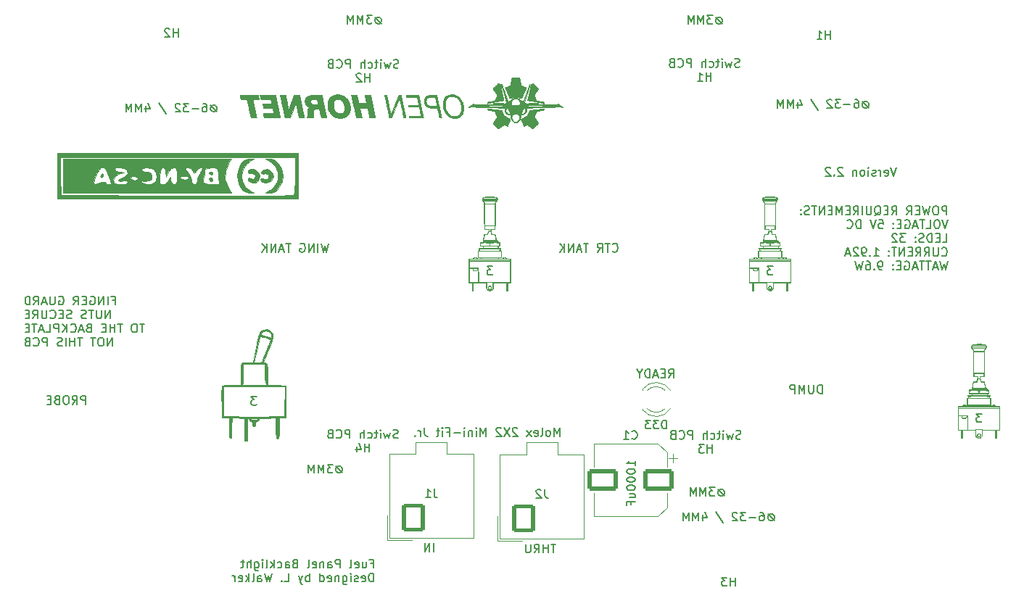
<source format=gbr>
%TF.GenerationSoftware,KiCad,Pcbnew,(6.0.9)*%
%TF.CreationDate,2022-12-26T17:51:42-09:00*%
%TF.ProjectId,PCB_ FUEL PANEL,5043422c-2046-4554-954c-2050414e454c,rev?*%
%TF.SameCoordinates,Original*%
%TF.FileFunction,Legend,Bot*%
%TF.FilePolarity,Positive*%
%FSLAX46Y46*%
G04 Gerber Fmt 4.6, Leading zero omitted, Abs format (unit mm)*
G04 Created by KiCad (PCBNEW (6.0.9)) date 2022-12-26 17:51:42*
%MOMM*%
%LPD*%
G01*
G04 APERTURE LIST*
G04 Aperture macros list*
%AMRoundRect*
0 Rectangle with rounded corners*
0 $1 Rounding radius*
0 $2 $3 $4 $5 $6 $7 $8 $9 X,Y pos of 4 corners*
0 Add a 4 corners polygon primitive as box body*
4,1,4,$2,$3,$4,$5,$6,$7,$8,$9,$2,$3,0*
0 Add four circle primitives for the rounded corners*
1,1,$1+$1,$2,$3*
1,1,$1+$1,$4,$5*
1,1,$1+$1,$6,$7*
1,1,$1+$1,$8,$9*
0 Add four rect primitives between the rounded corners*
20,1,$1+$1,$2,$3,$4,$5,0*
20,1,$1+$1,$4,$5,$6,$7,0*
20,1,$1+$1,$6,$7,$8,$9,0*
20,1,$1+$1,$8,$9,$2,$3,0*%
G04 Aperture macros list end*
%ADD10C,0.150000*%
%ADD11C,0.120000*%
%ADD12C,0.100000*%
%ADD13C,0.010000*%
%ADD14RoundRect,0.250001X-1.099999X-1.399999X1.099999X-1.399999X1.099999X1.399999X-1.099999X1.399999X0*%
%ADD15O,2.700000X3.300000*%
%ADD16R,1.800000X1.800000*%
%ADD17C,1.800000*%
%ADD18RoundRect,0.250000X1.500000X1.000000X-1.500000X1.000000X-1.500000X-1.000000X1.500000X-1.000000X0*%
%ADD19C,12.700000*%
%ADD20C,4.300000*%
G04 APERTURE END LIST*
D10*
X208173004Y-100239540D02*
X208173004Y-99239540D01*
X207792052Y-99239540D01*
X207696814Y-99287160D01*
X207649195Y-99334779D01*
X207601576Y-99430017D01*
X207601576Y-99572874D01*
X207649195Y-99668112D01*
X207696814Y-99715731D01*
X207792052Y-99763350D01*
X208173004Y-99763350D01*
X206982528Y-99239540D02*
X206792052Y-99239540D01*
X206696814Y-99287160D01*
X206601576Y-99382398D01*
X206553957Y-99572874D01*
X206553957Y-99906207D01*
X206601576Y-100096683D01*
X206696814Y-100191921D01*
X206792052Y-100239540D01*
X206982528Y-100239540D01*
X207077766Y-100191921D01*
X207173004Y-100096683D01*
X207220623Y-99906207D01*
X207220623Y-99572874D01*
X207173004Y-99382398D01*
X207077766Y-99287160D01*
X206982528Y-99239540D01*
X206220623Y-99239540D02*
X205982528Y-100239540D01*
X205792052Y-99525255D01*
X205601576Y-100239540D01*
X205363480Y-99239540D01*
X204982528Y-99715731D02*
X204649195Y-99715731D01*
X204506338Y-100239540D02*
X204982528Y-100239540D01*
X204982528Y-99239540D01*
X204506338Y-99239540D01*
X203506338Y-100239540D02*
X203839671Y-99763350D01*
X204077766Y-100239540D02*
X204077766Y-99239540D01*
X203696814Y-99239540D01*
X203601576Y-99287160D01*
X203553957Y-99334779D01*
X203506338Y-99430017D01*
X203506338Y-99572874D01*
X203553957Y-99668112D01*
X203601576Y-99715731D01*
X203696814Y-99763350D01*
X204077766Y-99763350D01*
X201744433Y-100239540D02*
X202077766Y-99763350D01*
X202315861Y-100239540D02*
X202315861Y-99239540D01*
X201934909Y-99239540D01*
X201839671Y-99287160D01*
X201792052Y-99334779D01*
X201744433Y-99430017D01*
X201744433Y-99572874D01*
X201792052Y-99668112D01*
X201839671Y-99715731D01*
X201934909Y-99763350D01*
X202315861Y-99763350D01*
X201315861Y-99715731D02*
X200982528Y-99715731D01*
X200839671Y-100239540D02*
X201315861Y-100239540D01*
X201315861Y-99239540D01*
X200839671Y-99239540D01*
X199744433Y-100334779D02*
X199839671Y-100287160D01*
X199934909Y-100191921D01*
X200077766Y-100049064D01*
X200173004Y-100001445D01*
X200268242Y-100001445D01*
X200220623Y-100239540D02*
X200315861Y-100191921D01*
X200411100Y-100096683D01*
X200458719Y-99906207D01*
X200458719Y-99572874D01*
X200411100Y-99382398D01*
X200315861Y-99287160D01*
X200220623Y-99239540D01*
X200030147Y-99239540D01*
X199934909Y-99287160D01*
X199839671Y-99382398D01*
X199792052Y-99572874D01*
X199792052Y-99906207D01*
X199839671Y-100096683D01*
X199934909Y-100191921D01*
X200030147Y-100239540D01*
X200220623Y-100239540D01*
X199363480Y-99239540D02*
X199363480Y-100049064D01*
X199315861Y-100144302D01*
X199268242Y-100191921D01*
X199173004Y-100239540D01*
X198982528Y-100239540D01*
X198887290Y-100191921D01*
X198839671Y-100144302D01*
X198792052Y-100049064D01*
X198792052Y-99239540D01*
X198315861Y-100239540D02*
X198315861Y-99239540D01*
X197268242Y-100239540D02*
X197601576Y-99763350D01*
X197839671Y-100239540D02*
X197839671Y-99239540D01*
X197458719Y-99239540D01*
X197363480Y-99287160D01*
X197315861Y-99334779D01*
X197268242Y-99430017D01*
X197268242Y-99572874D01*
X197315861Y-99668112D01*
X197363480Y-99715731D01*
X197458719Y-99763350D01*
X197839671Y-99763350D01*
X196839671Y-99715731D02*
X196506338Y-99715731D01*
X196363480Y-100239540D02*
X196839671Y-100239540D01*
X196839671Y-99239540D01*
X196363480Y-99239540D01*
X195934909Y-100239540D02*
X195934909Y-99239540D01*
X195601576Y-99953826D01*
X195268242Y-99239540D01*
X195268242Y-100239540D01*
X194792052Y-99715731D02*
X194458719Y-99715731D01*
X194315861Y-100239540D02*
X194792052Y-100239540D01*
X194792052Y-99239540D01*
X194315861Y-99239540D01*
X193887290Y-100239540D02*
X193887290Y-99239540D01*
X193315861Y-100239540D01*
X193315861Y-99239540D01*
X192982528Y-99239540D02*
X192411100Y-99239540D01*
X192696814Y-100239540D02*
X192696814Y-99239540D01*
X192125385Y-100191921D02*
X191982528Y-100239540D01*
X191744433Y-100239540D01*
X191649195Y-100191921D01*
X191601576Y-100144302D01*
X191553957Y-100049064D01*
X191553957Y-99953826D01*
X191601576Y-99858588D01*
X191649195Y-99810969D01*
X191744433Y-99763350D01*
X191934909Y-99715731D01*
X192030147Y-99668112D01*
X192077766Y-99620493D01*
X192125385Y-99525255D01*
X192125385Y-99430017D01*
X192077766Y-99334779D01*
X192030147Y-99287160D01*
X191934909Y-99239540D01*
X191696814Y-99239540D01*
X191553957Y-99287160D01*
X191125385Y-100144302D02*
X191077766Y-100191921D01*
X191125385Y-100239540D01*
X191173004Y-100191921D01*
X191125385Y-100144302D01*
X191125385Y-100239540D01*
X191125385Y-99620493D02*
X191077766Y-99668112D01*
X191125385Y-99715731D01*
X191173004Y-99668112D01*
X191125385Y-99620493D01*
X191125385Y-99715731D01*
X208315861Y-100849540D02*
X207982528Y-101849540D01*
X207649195Y-100849540D01*
X207125385Y-100849540D02*
X206934909Y-100849540D01*
X206839671Y-100897160D01*
X206744433Y-100992398D01*
X206696814Y-101182874D01*
X206696814Y-101516207D01*
X206744433Y-101706683D01*
X206839671Y-101801921D01*
X206934909Y-101849540D01*
X207125385Y-101849540D01*
X207220623Y-101801921D01*
X207315861Y-101706683D01*
X207363480Y-101516207D01*
X207363480Y-101182874D01*
X207315861Y-100992398D01*
X207220623Y-100897160D01*
X207125385Y-100849540D01*
X205792052Y-101849540D02*
X206268242Y-101849540D01*
X206268242Y-100849540D01*
X205601576Y-100849540D02*
X205030147Y-100849540D01*
X205315861Y-101849540D02*
X205315861Y-100849540D01*
X204744433Y-101563826D02*
X204268242Y-101563826D01*
X204839671Y-101849540D02*
X204506338Y-100849540D01*
X204173004Y-101849540D01*
X203315861Y-100897160D02*
X203411100Y-100849540D01*
X203553957Y-100849540D01*
X203696814Y-100897160D01*
X203792052Y-100992398D01*
X203839671Y-101087636D01*
X203887290Y-101278112D01*
X203887290Y-101420969D01*
X203839671Y-101611445D01*
X203792052Y-101706683D01*
X203696814Y-101801921D01*
X203553957Y-101849540D01*
X203458719Y-101849540D01*
X203315861Y-101801921D01*
X203268242Y-101754302D01*
X203268242Y-101420969D01*
X203458719Y-101420969D01*
X202839671Y-101325731D02*
X202506338Y-101325731D01*
X202363480Y-101849540D02*
X202839671Y-101849540D01*
X202839671Y-100849540D01*
X202363480Y-100849540D01*
X201934909Y-101754302D02*
X201887290Y-101801921D01*
X201934909Y-101849540D01*
X201982528Y-101801921D01*
X201934909Y-101754302D01*
X201934909Y-101849540D01*
X201934909Y-101230493D02*
X201887290Y-101278112D01*
X201934909Y-101325731D01*
X201982528Y-101278112D01*
X201934909Y-101230493D01*
X201934909Y-101325731D01*
X200220623Y-100849540D02*
X200696814Y-100849540D01*
X200744433Y-101325731D01*
X200696814Y-101278112D01*
X200601576Y-101230493D01*
X200363480Y-101230493D01*
X200268242Y-101278112D01*
X200220623Y-101325731D01*
X200173004Y-101420969D01*
X200173004Y-101659064D01*
X200220623Y-101754302D01*
X200268242Y-101801921D01*
X200363480Y-101849540D01*
X200601576Y-101849540D01*
X200696814Y-101801921D01*
X200744433Y-101754302D01*
X199887290Y-100849540D02*
X199553957Y-101849540D01*
X199220623Y-100849540D01*
X198125385Y-101849540D02*
X198125385Y-100849540D01*
X197887290Y-100849540D01*
X197744433Y-100897160D01*
X197649195Y-100992398D01*
X197601576Y-101087636D01*
X197553957Y-101278112D01*
X197553957Y-101420969D01*
X197601576Y-101611445D01*
X197649195Y-101706683D01*
X197744433Y-101801921D01*
X197887290Y-101849540D01*
X198125385Y-101849540D01*
X196553957Y-101754302D02*
X196601576Y-101801921D01*
X196744433Y-101849540D01*
X196839671Y-101849540D01*
X196982528Y-101801921D01*
X197077766Y-101706683D01*
X197125385Y-101611445D01*
X197173004Y-101420969D01*
X197173004Y-101278112D01*
X197125385Y-101087636D01*
X197077766Y-100992398D01*
X196982528Y-100897160D01*
X196839671Y-100849540D01*
X196744433Y-100849540D01*
X196601576Y-100897160D01*
X196553957Y-100944779D01*
X207696814Y-103459540D02*
X208173004Y-103459540D01*
X208173004Y-102459540D01*
X207363480Y-102935731D02*
X207030147Y-102935731D01*
X206887290Y-103459540D02*
X207363480Y-103459540D01*
X207363480Y-102459540D01*
X206887290Y-102459540D01*
X206458719Y-103459540D02*
X206458719Y-102459540D01*
X206220623Y-102459540D01*
X206077766Y-102507160D01*
X205982528Y-102602398D01*
X205934909Y-102697636D01*
X205887290Y-102888112D01*
X205887290Y-103030969D01*
X205934909Y-103221445D01*
X205982528Y-103316683D01*
X206077766Y-103411921D01*
X206220623Y-103459540D01*
X206458719Y-103459540D01*
X205506338Y-103411921D02*
X205363480Y-103459540D01*
X205125385Y-103459540D01*
X205030147Y-103411921D01*
X204982528Y-103364302D01*
X204934909Y-103269064D01*
X204934909Y-103173826D01*
X204982528Y-103078588D01*
X205030147Y-103030969D01*
X205125385Y-102983350D01*
X205315861Y-102935731D01*
X205411100Y-102888112D01*
X205458719Y-102840493D01*
X205506338Y-102745255D01*
X205506338Y-102650017D01*
X205458719Y-102554779D01*
X205411100Y-102507160D01*
X205315861Y-102459540D01*
X205077766Y-102459540D01*
X204934909Y-102507160D01*
X204506338Y-103364302D02*
X204458719Y-103411921D01*
X204506338Y-103459540D01*
X204553957Y-103411921D01*
X204506338Y-103364302D01*
X204506338Y-103459540D01*
X204506338Y-102840493D02*
X204458719Y-102888112D01*
X204506338Y-102935731D01*
X204553957Y-102888112D01*
X204506338Y-102840493D01*
X204506338Y-102935731D01*
X203363480Y-102459540D02*
X202744433Y-102459540D01*
X203077766Y-102840493D01*
X202934909Y-102840493D01*
X202839671Y-102888112D01*
X202792052Y-102935731D01*
X202744433Y-103030969D01*
X202744433Y-103269064D01*
X202792052Y-103364302D01*
X202839671Y-103411921D01*
X202934909Y-103459540D01*
X203220623Y-103459540D01*
X203315861Y-103411921D01*
X203363480Y-103364302D01*
X202363480Y-102554779D02*
X202315861Y-102507160D01*
X202220623Y-102459540D01*
X201982528Y-102459540D01*
X201887290Y-102507160D01*
X201839671Y-102554779D01*
X201792052Y-102650017D01*
X201792052Y-102745255D01*
X201839671Y-102888112D01*
X202411100Y-103459540D01*
X201792052Y-103459540D01*
X207601576Y-104974302D02*
X207649195Y-105021921D01*
X207792052Y-105069540D01*
X207887290Y-105069540D01*
X208030147Y-105021921D01*
X208125385Y-104926683D01*
X208173004Y-104831445D01*
X208220623Y-104640969D01*
X208220623Y-104498112D01*
X208173004Y-104307636D01*
X208125385Y-104212398D01*
X208030147Y-104117160D01*
X207887290Y-104069540D01*
X207792052Y-104069540D01*
X207649195Y-104117160D01*
X207601576Y-104164779D01*
X207173004Y-104069540D02*
X207173004Y-104879064D01*
X207125385Y-104974302D01*
X207077766Y-105021921D01*
X206982528Y-105069540D01*
X206792052Y-105069540D01*
X206696814Y-105021921D01*
X206649195Y-104974302D01*
X206601576Y-104879064D01*
X206601576Y-104069540D01*
X205553957Y-105069540D02*
X205887290Y-104593350D01*
X206125385Y-105069540D02*
X206125385Y-104069540D01*
X205744433Y-104069540D01*
X205649195Y-104117160D01*
X205601576Y-104164779D01*
X205553957Y-104260017D01*
X205553957Y-104402874D01*
X205601576Y-104498112D01*
X205649195Y-104545731D01*
X205744433Y-104593350D01*
X206125385Y-104593350D01*
X204553957Y-105069540D02*
X204887290Y-104593350D01*
X205125385Y-105069540D02*
X205125385Y-104069540D01*
X204744433Y-104069540D01*
X204649195Y-104117160D01*
X204601576Y-104164779D01*
X204553957Y-104260017D01*
X204553957Y-104402874D01*
X204601576Y-104498112D01*
X204649195Y-104545731D01*
X204744433Y-104593350D01*
X205125385Y-104593350D01*
X204125385Y-104545731D02*
X203792052Y-104545731D01*
X203649195Y-105069540D02*
X204125385Y-105069540D01*
X204125385Y-104069540D01*
X203649195Y-104069540D01*
X203220623Y-105069540D02*
X203220623Y-104069540D01*
X202649195Y-105069540D01*
X202649195Y-104069540D01*
X202315861Y-104069540D02*
X201744433Y-104069540D01*
X202030147Y-105069540D02*
X202030147Y-104069540D01*
X201411100Y-104974302D02*
X201363480Y-105021921D01*
X201411100Y-105069540D01*
X201458719Y-105021921D01*
X201411100Y-104974302D01*
X201411100Y-105069540D01*
X201411100Y-104450493D02*
X201363480Y-104498112D01*
X201411100Y-104545731D01*
X201458719Y-104498112D01*
X201411100Y-104450493D01*
X201411100Y-104545731D01*
X199649195Y-105069540D02*
X200220623Y-105069540D01*
X199934909Y-105069540D02*
X199934909Y-104069540D01*
X200030147Y-104212398D01*
X200125385Y-104307636D01*
X200220623Y-104355255D01*
X199220623Y-104974302D02*
X199173004Y-105021921D01*
X199220623Y-105069540D01*
X199268242Y-105021921D01*
X199220623Y-104974302D01*
X199220623Y-105069540D01*
X198696814Y-105069540D02*
X198506338Y-105069540D01*
X198411100Y-105021921D01*
X198363480Y-104974302D01*
X198268242Y-104831445D01*
X198220623Y-104640969D01*
X198220623Y-104260017D01*
X198268242Y-104164779D01*
X198315861Y-104117160D01*
X198411100Y-104069540D01*
X198601576Y-104069540D01*
X198696814Y-104117160D01*
X198744433Y-104164779D01*
X198792052Y-104260017D01*
X198792052Y-104498112D01*
X198744433Y-104593350D01*
X198696814Y-104640969D01*
X198601576Y-104688588D01*
X198411100Y-104688588D01*
X198315861Y-104640969D01*
X198268242Y-104593350D01*
X198220623Y-104498112D01*
X197839671Y-104164779D02*
X197792052Y-104117160D01*
X197696814Y-104069540D01*
X197458719Y-104069540D01*
X197363480Y-104117160D01*
X197315861Y-104164779D01*
X197268242Y-104260017D01*
X197268242Y-104355255D01*
X197315861Y-104498112D01*
X197887290Y-105069540D01*
X197268242Y-105069540D01*
X196887290Y-104783826D02*
X196411100Y-104783826D01*
X196982528Y-105069540D02*
X196649195Y-104069540D01*
X196315861Y-105069540D01*
X208268242Y-105679540D02*
X208030147Y-106679540D01*
X207839671Y-105965255D01*
X207649195Y-106679540D01*
X207411100Y-105679540D01*
X207077766Y-106393826D02*
X206601576Y-106393826D01*
X207173004Y-106679540D02*
X206839671Y-105679540D01*
X206506338Y-106679540D01*
X206315861Y-105679540D02*
X205744433Y-105679540D01*
X206030147Y-106679540D02*
X206030147Y-105679540D01*
X205553957Y-105679540D02*
X204982528Y-105679540D01*
X205268242Y-106679540D02*
X205268242Y-105679540D01*
X204696814Y-106393826D02*
X204220623Y-106393826D01*
X204792052Y-106679540D02*
X204458719Y-105679540D01*
X204125385Y-106679540D01*
X203268242Y-105727160D02*
X203363480Y-105679540D01*
X203506338Y-105679540D01*
X203649195Y-105727160D01*
X203744433Y-105822398D01*
X203792052Y-105917636D01*
X203839671Y-106108112D01*
X203839671Y-106250969D01*
X203792052Y-106441445D01*
X203744433Y-106536683D01*
X203649195Y-106631921D01*
X203506338Y-106679540D01*
X203411100Y-106679540D01*
X203268242Y-106631921D01*
X203220623Y-106584302D01*
X203220623Y-106250969D01*
X203411100Y-106250969D01*
X202792052Y-106155731D02*
X202458719Y-106155731D01*
X202315861Y-106679540D02*
X202792052Y-106679540D01*
X202792052Y-105679540D01*
X202315861Y-105679540D01*
X201887290Y-106584302D02*
X201839671Y-106631921D01*
X201887290Y-106679540D01*
X201934909Y-106631921D01*
X201887290Y-106584302D01*
X201887290Y-106679540D01*
X201887290Y-106060493D02*
X201839671Y-106108112D01*
X201887290Y-106155731D01*
X201934909Y-106108112D01*
X201887290Y-106060493D01*
X201887290Y-106155731D01*
X200601576Y-106679540D02*
X200411100Y-106679540D01*
X200315861Y-106631921D01*
X200268242Y-106584302D01*
X200173004Y-106441445D01*
X200125385Y-106250969D01*
X200125385Y-105870017D01*
X200173004Y-105774779D01*
X200220623Y-105727160D01*
X200315861Y-105679540D01*
X200506338Y-105679540D01*
X200601576Y-105727160D01*
X200649195Y-105774779D01*
X200696814Y-105870017D01*
X200696814Y-106108112D01*
X200649195Y-106203350D01*
X200601576Y-106250969D01*
X200506338Y-106298588D01*
X200315861Y-106298588D01*
X200220623Y-106250969D01*
X200173004Y-106203350D01*
X200125385Y-106108112D01*
X199696814Y-106584302D02*
X199649195Y-106631921D01*
X199696814Y-106679540D01*
X199744433Y-106631921D01*
X199696814Y-106584302D01*
X199696814Y-106679540D01*
X198792052Y-105679540D02*
X198982528Y-105679540D01*
X199077766Y-105727160D01*
X199125385Y-105774779D01*
X199220623Y-105917636D01*
X199268242Y-106108112D01*
X199268242Y-106489064D01*
X199220623Y-106584302D01*
X199173004Y-106631921D01*
X199077766Y-106679540D01*
X198887290Y-106679540D01*
X198792052Y-106631921D01*
X198744433Y-106584302D01*
X198696814Y-106489064D01*
X198696814Y-106250969D01*
X198744433Y-106155731D01*
X198792052Y-106108112D01*
X198887290Y-106060493D01*
X199077766Y-106060493D01*
X199173004Y-106108112D01*
X199220623Y-106155731D01*
X199268242Y-106250969D01*
X198363480Y-105679540D02*
X198125385Y-106679540D01*
X197934909Y-105965255D01*
X197744433Y-106679540D01*
X197506338Y-105679540D01*
X162539133Y-138718040D02*
X161967704Y-138718040D01*
X162253419Y-139718040D02*
X162253419Y-138718040D01*
X161634371Y-139718040D02*
X161634371Y-138718040D01*
X161634371Y-139194231D02*
X161062942Y-139194231D01*
X161062942Y-139718040D02*
X161062942Y-138718040D01*
X160015323Y-139718040D02*
X160348657Y-139241850D01*
X160586752Y-139718040D02*
X160586752Y-138718040D01*
X160205800Y-138718040D01*
X160110561Y-138765660D01*
X160062942Y-138813279D01*
X160015323Y-138908517D01*
X160015323Y-139051374D01*
X160062942Y-139146612D01*
X160110561Y-139194231D01*
X160205800Y-139241850D01*
X160586752Y-139241850D01*
X159586752Y-138718040D02*
X159586752Y-139527564D01*
X159539133Y-139622802D01*
X159491514Y-139670421D01*
X159396276Y-139718040D01*
X159205800Y-139718040D01*
X159110561Y-139670421D01*
X159062942Y-139622802D01*
X159015323Y-139527564D01*
X159015323Y-138718040D01*
X107648095Y-122372380D02*
X107648095Y-121372380D01*
X107267142Y-121372380D01*
X107171904Y-121420000D01*
X107124285Y-121467619D01*
X107076666Y-121562857D01*
X107076666Y-121705714D01*
X107124285Y-121800952D01*
X107171904Y-121848571D01*
X107267142Y-121896190D01*
X107648095Y-121896190D01*
X106076666Y-122372380D02*
X106410000Y-121896190D01*
X106648095Y-122372380D02*
X106648095Y-121372380D01*
X106267142Y-121372380D01*
X106171904Y-121420000D01*
X106124285Y-121467619D01*
X106076666Y-121562857D01*
X106076666Y-121705714D01*
X106124285Y-121800952D01*
X106171904Y-121848571D01*
X106267142Y-121896190D01*
X106648095Y-121896190D01*
X105457619Y-121372380D02*
X105267142Y-121372380D01*
X105171904Y-121420000D01*
X105076666Y-121515238D01*
X105029047Y-121705714D01*
X105029047Y-122039047D01*
X105076666Y-122229523D01*
X105171904Y-122324761D01*
X105267142Y-122372380D01*
X105457619Y-122372380D01*
X105552857Y-122324761D01*
X105648095Y-122229523D01*
X105695714Y-122039047D01*
X105695714Y-121705714D01*
X105648095Y-121515238D01*
X105552857Y-121420000D01*
X105457619Y-121372380D01*
X104267142Y-121848571D02*
X104124285Y-121896190D01*
X104076666Y-121943809D01*
X104029047Y-122039047D01*
X104029047Y-122181904D01*
X104076666Y-122277142D01*
X104124285Y-122324761D01*
X104219523Y-122372380D01*
X104600476Y-122372380D01*
X104600476Y-121372380D01*
X104267142Y-121372380D01*
X104171904Y-121420000D01*
X104124285Y-121467619D01*
X104076666Y-121562857D01*
X104076666Y-121658095D01*
X104124285Y-121753333D01*
X104171904Y-121800952D01*
X104267142Y-121848571D01*
X104600476Y-121848571D01*
X103600476Y-121848571D02*
X103267142Y-121848571D01*
X103124285Y-122372380D02*
X103600476Y-122372380D01*
X103600476Y-121372380D01*
X103124285Y-121372380D01*
X141922285Y-77160476D02*
X141731809Y-77160476D01*
X141541333Y-77255714D01*
X141446095Y-77446190D01*
X141446095Y-77636666D01*
X141541333Y-77827142D01*
X141731809Y-77922380D01*
X141922285Y-77922380D01*
X142112761Y-77827142D01*
X142208000Y-77636666D01*
X142208000Y-77446190D01*
X142112761Y-77255714D01*
X141922285Y-77160476D01*
X141446095Y-77160476D02*
X142208000Y-77922380D01*
X141065142Y-76922380D02*
X140446095Y-76922380D01*
X140779428Y-77303333D01*
X140636571Y-77303333D01*
X140541333Y-77350952D01*
X140493714Y-77398571D01*
X140446095Y-77493809D01*
X140446095Y-77731904D01*
X140493714Y-77827142D01*
X140541333Y-77874761D01*
X140636571Y-77922380D01*
X140922285Y-77922380D01*
X141017523Y-77874761D01*
X141065142Y-77827142D01*
X140017523Y-77922380D02*
X140017523Y-76922380D01*
X139684190Y-77636666D01*
X139350857Y-76922380D01*
X139350857Y-77922380D01*
X138874666Y-77922380D02*
X138874666Y-76922380D01*
X138541333Y-77636666D01*
X138208000Y-76922380D01*
X138208000Y-77922380D01*
X148270529Y-139596120D02*
X148270529Y-138596120D01*
X147794339Y-139596120D02*
X147794339Y-138596120D01*
X147222910Y-139596120D01*
X147222910Y-138596120D01*
X144100038Y-126294961D02*
X143957180Y-126342580D01*
X143719085Y-126342580D01*
X143623847Y-126294961D01*
X143576228Y-126247342D01*
X143528609Y-126152104D01*
X143528609Y-126056866D01*
X143576228Y-125961628D01*
X143623847Y-125914009D01*
X143719085Y-125866390D01*
X143909561Y-125818771D01*
X144004800Y-125771152D01*
X144052419Y-125723533D01*
X144100038Y-125628295D01*
X144100038Y-125533057D01*
X144052419Y-125437819D01*
X144004800Y-125390200D01*
X143909561Y-125342580D01*
X143671466Y-125342580D01*
X143528609Y-125390200D01*
X143195276Y-125675914D02*
X143004800Y-126342580D01*
X142814323Y-125866390D01*
X142623847Y-126342580D01*
X142433371Y-125675914D01*
X142052419Y-126342580D02*
X142052419Y-125675914D01*
X142052419Y-125342580D02*
X142100038Y-125390200D01*
X142052419Y-125437819D01*
X142004800Y-125390200D01*
X142052419Y-125342580D01*
X142052419Y-125437819D01*
X141719085Y-125675914D02*
X141338133Y-125675914D01*
X141576228Y-125342580D02*
X141576228Y-126199723D01*
X141528609Y-126294961D01*
X141433371Y-126342580D01*
X141338133Y-126342580D01*
X140576228Y-126294961D02*
X140671466Y-126342580D01*
X140861942Y-126342580D01*
X140957180Y-126294961D01*
X141004800Y-126247342D01*
X141052419Y-126152104D01*
X141052419Y-125866390D01*
X141004800Y-125771152D01*
X140957180Y-125723533D01*
X140861942Y-125675914D01*
X140671466Y-125675914D01*
X140576228Y-125723533D01*
X140147657Y-126342580D02*
X140147657Y-125342580D01*
X139719085Y-126342580D02*
X139719085Y-125818771D01*
X139766704Y-125723533D01*
X139861942Y-125675914D01*
X140004800Y-125675914D01*
X140100038Y-125723533D01*
X140147657Y-125771152D01*
X138480990Y-126342580D02*
X138480990Y-125342580D01*
X138100038Y-125342580D01*
X138004800Y-125390200D01*
X137957180Y-125437819D01*
X137909561Y-125533057D01*
X137909561Y-125675914D01*
X137957180Y-125771152D01*
X138004800Y-125818771D01*
X138100038Y-125866390D01*
X138480990Y-125866390D01*
X136909561Y-126247342D02*
X136957180Y-126294961D01*
X137100038Y-126342580D01*
X137195276Y-126342580D01*
X137338133Y-126294961D01*
X137433371Y-126199723D01*
X137480990Y-126104485D01*
X137528609Y-125914009D01*
X137528609Y-125771152D01*
X137480990Y-125580676D01*
X137433371Y-125485438D01*
X137338133Y-125390200D01*
X137195276Y-125342580D01*
X137100038Y-125342580D01*
X136957180Y-125390200D01*
X136909561Y-125437819D01*
X136147657Y-125818771D02*
X136004800Y-125866390D01*
X135957180Y-125914009D01*
X135909561Y-126009247D01*
X135909561Y-126152104D01*
X135957180Y-126247342D01*
X136004800Y-126294961D01*
X136100038Y-126342580D01*
X136480990Y-126342580D01*
X136480990Y-125342580D01*
X136147657Y-125342580D01*
X136052419Y-125390200D01*
X136004800Y-125437819D01*
X135957180Y-125533057D01*
X135957180Y-125628295D01*
X136004800Y-125723533D01*
X136052419Y-125771152D01*
X136147657Y-125818771D01*
X136480990Y-125818771D01*
X140766704Y-127952580D02*
X140766704Y-126952580D01*
X140766704Y-127428771D02*
X140195276Y-127428771D01*
X140195276Y-127952580D02*
X140195276Y-126952580D01*
X139290514Y-127285914D02*
X139290514Y-127952580D01*
X139528609Y-126904961D02*
X139766704Y-127619247D01*
X139147657Y-127619247D01*
X193627142Y-121102380D02*
X193627142Y-120102380D01*
X193389047Y-120102380D01*
X193246190Y-120150000D01*
X193150952Y-120245238D01*
X193103333Y-120340476D01*
X193055714Y-120530952D01*
X193055714Y-120673809D01*
X193103333Y-120864285D01*
X193150952Y-120959523D01*
X193246190Y-121054761D01*
X193389047Y-121102380D01*
X193627142Y-121102380D01*
X192627142Y-120102380D02*
X192627142Y-120911904D01*
X192579523Y-121007142D01*
X192531904Y-121054761D01*
X192436666Y-121102380D01*
X192246190Y-121102380D01*
X192150952Y-121054761D01*
X192103333Y-121007142D01*
X192055714Y-120911904D01*
X192055714Y-120102380D01*
X191579523Y-121102380D02*
X191579523Y-120102380D01*
X191246190Y-120816666D01*
X190912857Y-120102380D01*
X190912857Y-121102380D01*
X190436666Y-121102380D02*
X190436666Y-120102380D01*
X190055714Y-120102380D01*
X189960476Y-120150000D01*
X189912857Y-120197619D01*
X189865238Y-120292857D01*
X189865238Y-120435714D01*
X189912857Y-120530952D01*
X189960476Y-120578571D01*
X190055714Y-120626190D01*
X190436666Y-120626190D01*
X144150838Y-83064161D02*
X144007980Y-83111780D01*
X143769885Y-83111780D01*
X143674647Y-83064161D01*
X143627028Y-83016542D01*
X143579409Y-82921304D01*
X143579409Y-82826066D01*
X143627028Y-82730828D01*
X143674647Y-82683209D01*
X143769885Y-82635590D01*
X143960361Y-82587971D01*
X144055600Y-82540352D01*
X144103219Y-82492733D01*
X144150838Y-82397495D01*
X144150838Y-82302257D01*
X144103219Y-82207019D01*
X144055600Y-82159400D01*
X143960361Y-82111780D01*
X143722266Y-82111780D01*
X143579409Y-82159400D01*
X143246076Y-82445114D02*
X143055600Y-83111780D01*
X142865123Y-82635590D01*
X142674647Y-83111780D01*
X142484171Y-82445114D01*
X142103219Y-83111780D02*
X142103219Y-82445114D01*
X142103219Y-82111780D02*
X142150838Y-82159400D01*
X142103219Y-82207019D01*
X142055600Y-82159400D01*
X142103219Y-82111780D01*
X142103219Y-82207019D01*
X141769885Y-82445114D02*
X141388933Y-82445114D01*
X141627028Y-82111780D02*
X141627028Y-82968923D01*
X141579409Y-83064161D01*
X141484171Y-83111780D01*
X141388933Y-83111780D01*
X140627028Y-83064161D02*
X140722266Y-83111780D01*
X140912742Y-83111780D01*
X141007980Y-83064161D01*
X141055600Y-83016542D01*
X141103219Y-82921304D01*
X141103219Y-82635590D01*
X141055600Y-82540352D01*
X141007980Y-82492733D01*
X140912742Y-82445114D01*
X140722266Y-82445114D01*
X140627028Y-82492733D01*
X140198457Y-83111780D02*
X140198457Y-82111780D01*
X139769885Y-83111780D02*
X139769885Y-82587971D01*
X139817504Y-82492733D01*
X139912742Y-82445114D01*
X140055600Y-82445114D01*
X140150838Y-82492733D01*
X140198457Y-82540352D01*
X138531790Y-83111780D02*
X138531790Y-82111780D01*
X138150838Y-82111780D01*
X138055600Y-82159400D01*
X138007980Y-82207019D01*
X137960361Y-82302257D01*
X137960361Y-82445114D01*
X138007980Y-82540352D01*
X138055600Y-82587971D01*
X138150838Y-82635590D01*
X138531790Y-82635590D01*
X136960361Y-83016542D02*
X137007980Y-83064161D01*
X137150838Y-83111780D01*
X137246076Y-83111780D01*
X137388933Y-83064161D01*
X137484171Y-82968923D01*
X137531790Y-82873685D01*
X137579409Y-82683209D01*
X137579409Y-82540352D01*
X137531790Y-82349876D01*
X137484171Y-82254638D01*
X137388933Y-82159400D01*
X137246076Y-82111780D01*
X137150838Y-82111780D01*
X137007980Y-82159400D01*
X136960361Y-82207019D01*
X136198457Y-82587971D02*
X136055600Y-82635590D01*
X136007980Y-82683209D01*
X135960361Y-82778447D01*
X135960361Y-82921304D01*
X136007980Y-83016542D01*
X136055600Y-83064161D01*
X136150838Y-83111780D01*
X136531790Y-83111780D01*
X136531790Y-82111780D01*
X136198457Y-82111780D01*
X136103219Y-82159400D01*
X136055600Y-82207019D01*
X136007980Y-82302257D01*
X136007980Y-82397495D01*
X136055600Y-82492733D01*
X136103219Y-82540352D01*
X136198457Y-82587971D01*
X136531790Y-82587971D01*
X140817504Y-84721780D02*
X140817504Y-83721780D01*
X140817504Y-84197971D02*
X140246076Y-84197971D01*
X140246076Y-84721780D02*
X140246076Y-83721780D01*
X139817504Y-83817019D02*
X139769885Y-83769400D01*
X139674647Y-83721780D01*
X139436552Y-83721780D01*
X139341314Y-83769400D01*
X139293695Y-83817019D01*
X139246076Y-83912257D01*
X139246076Y-84007495D01*
X139293695Y-84150352D01*
X139865123Y-84721780D01*
X139246076Y-84721780D01*
X137350285Y-129636876D02*
X137159809Y-129636876D01*
X136969333Y-129732114D01*
X136874095Y-129922590D01*
X136874095Y-130113066D01*
X136969333Y-130303542D01*
X137159809Y-130398780D01*
X137350285Y-130398780D01*
X137540761Y-130303542D01*
X137636000Y-130113066D01*
X137636000Y-129922590D01*
X137540761Y-129732114D01*
X137350285Y-129636876D01*
X136874095Y-129636876D02*
X137636000Y-130398780D01*
X136493142Y-129398780D02*
X135874095Y-129398780D01*
X136207428Y-129779733D01*
X136064571Y-129779733D01*
X135969333Y-129827352D01*
X135921714Y-129874971D01*
X135874095Y-129970209D01*
X135874095Y-130208304D01*
X135921714Y-130303542D01*
X135969333Y-130351161D01*
X136064571Y-130398780D01*
X136350285Y-130398780D01*
X136445523Y-130351161D01*
X136493142Y-130303542D01*
X135445523Y-130398780D02*
X135445523Y-129398780D01*
X135112190Y-130113066D01*
X134778857Y-129398780D01*
X134778857Y-130398780D01*
X134302666Y-130398780D02*
X134302666Y-129398780D01*
X133969333Y-130113066D01*
X133636000Y-129398780D01*
X133636000Y-130398780D01*
X175693200Y-119273580D02*
X176026533Y-118797390D01*
X176264628Y-119273580D02*
X176264628Y-118273580D01*
X175883676Y-118273580D01*
X175788438Y-118321200D01*
X175740819Y-118368819D01*
X175693200Y-118464057D01*
X175693200Y-118606914D01*
X175740819Y-118702152D01*
X175788438Y-118749771D01*
X175883676Y-118797390D01*
X176264628Y-118797390D01*
X175264628Y-118749771D02*
X174931295Y-118749771D01*
X174788438Y-119273580D02*
X175264628Y-119273580D01*
X175264628Y-118273580D01*
X174788438Y-118273580D01*
X174407485Y-118987866D02*
X173931295Y-118987866D01*
X174502723Y-119273580D02*
X174169390Y-118273580D01*
X173836057Y-119273580D01*
X173502723Y-119273580D02*
X173502723Y-118273580D01*
X173264628Y-118273580D01*
X173121771Y-118321200D01*
X173026533Y-118416438D01*
X172978914Y-118511676D01*
X172931295Y-118702152D01*
X172931295Y-118845009D01*
X172978914Y-119035485D01*
X173026533Y-119130723D01*
X173121771Y-119225961D01*
X173264628Y-119273580D01*
X173502723Y-119273580D01*
X172312247Y-118797390D02*
X172312247Y-119273580D01*
X172645580Y-118273580D02*
X172312247Y-118797390D01*
X171978914Y-118273580D01*
X171800780Y-129548190D02*
X171800780Y-128976761D01*
X171800780Y-129262476D02*
X170800780Y-129262476D01*
X170943638Y-129167238D01*
X171038876Y-129072000D01*
X171086495Y-128976761D01*
X170800780Y-130167238D02*
X170800780Y-130262476D01*
X170848400Y-130357714D01*
X170896019Y-130405333D01*
X170991257Y-130452952D01*
X171181733Y-130500571D01*
X171419828Y-130500571D01*
X171610304Y-130452952D01*
X171705542Y-130405333D01*
X171753161Y-130357714D01*
X171800780Y-130262476D01*
X171800780Y-130167238D01*
X171753161Y-130072000D01*
X171705542Y-130024380D01*
X171610304Y-129976761D01*
X171419828Y-129929142D01*
X171181733Y-129929142D01*
X170991257Y-129976761D01*
X170896019Y-130024380D01*
X170848400Y-130072000D01*
X170800780Y-130167238D01*
X170800780Y-131119619D02*
X170800780Y-131214857D01*
X170848400Y-131310095D01*
X170896019Y-131357714D01*
X170991257Y-131405333D01*
X171181733Y-131452952D01*
X171419828Y-131452952D01*
X171610304Y-131405333D01*
X171705542Y-131357714D01*
X171753161Y-131310095D01*
X171800780Y-131214857D01*
X171800780Y-131119619D01*
X171753161Y-131024380D01*
X171705542Y-130976761D01*
X171610304Y-130929142D01*
X171419828Y-130881523D01*
X171181733Y-130881523D01*
X170991257Y-130929142D01*
X170896019Y-130976761D01*
X170848400Y-131024380D01*
X170800780Y-131119619D01*
X170800780Y-132072000D02*
X170800780Y-132167238D01*
X170848400Y-132262476D01*
X170896019Y-132310095D01*
X170991257Y-132357714D01*
X171181733Y-132405333D01*
X171419828Y-132405333D01*
X171610304Y-132357714D01*
X171705542Y-132310095D01*
X171753161Y-132262476D01*
X171800780Y-132167238D01*
X171800780Y-132072000D01*
X171753161Y-131976761D01*
X171705542Y-131929142D01*
X171610304Y-131881523D01*
X171419828Y-131833904D01*
X171181733Y-131833904D01*
X170991257Y-131881523D01*
X170896019Y-131929142D01*
X170848400Y-131976761D01*
X170800780Y-132072000D01*
X171134114Y-133262476D02*
X171800780Y-133262476D01*
X171134114Y-132833904D02*
X171657923Y-132833904D01*
X171753161Y-132881523D01*
X171800780Y-132976761D01*
X171800780Y-133119619D01*
X171753161Y-133214857D01*
X171705542Y-133262476D01*
X171276971Y-134072000D02*
X171276971Y-133738666D01*
X171800780Y-133738666D02*
X170800780Y-133738666D01*
X170800780Y-134214857D01*
X184130438Y-126396561D02*
X183987580Y-126444180D01*
X183749485Y-126444180D01*
X183654247Y-126396561D01*
X183606628Y-126348942D01*
X183559009Y-126253704D01*
X183559009Y-126158466D01*
X183606628Y-126063228D01*
X183654247Y-126015609D01*
X183749485Y-125967990D01*
X183939961Y-125920371D01*
X184035200Y-125872752D01*
X184082819Y-125825133D01*
X184130438Y-125729895D01*
X184130438Y-125634657D01*
X184082819Y-125539419D01*
X184035200Y-125491800D01*
X183939961Y-125444180D01*
X183701866Y-125444180D01*
X183559009Y-125491800D01*
X183225676Y-125777514D02*
X183035200Y-126444180D01*
X182844723Y-125967990D01*
X182654247Y-126444180D01*
X182463771Y-125777514D01*
X182082819Y-126444180D02*
X182082819Y-125777514D01*
X182082819Y-125444180D02*
X182130438Y-125491800D01*
X182082819Y-125539419D01*
X182035200Y-125491800D01*
X182082819Y-125444180D01*
X182082819Y-125539419D01*
X181749485Y-125777514D02*
X181368533Y-125777514D01*
X181606628Y-125444180D02*
X181606628Y-126301323D01*
X181559009Y-126396561D01*
X181463771Y-126444180D01*
X181368533Y-126444180D01*
X180606628Y-126396561D02*
X180701866Y-126444180D01*
X180892342Y-126444180D01*
X180987580Y-126396561D01*
X181035200Y-126348942D01*
X181082819Y-126253704D01*
X181082819Y-125967990D01*
X181035200Y-125872752D01*
X180987580Y-125825133D01*
X180892342Y-125777514D01*
X180701866Y-125777514D01*
X180606628Y-125825133D01*
X180178057Y-126444180D02*
X180178057Y-125444180D01*
X179749485Y-126444180D02*
X179749485Y-125920371D01*
X179797104Y-125825133D01*
X179892342Y-125777514D01*
X180035200Y-125777514D01*
X180130438Y-125825133D01*
X180178057Y-125872752D01*
X178511390Y-126444180D02*
X178511390Y-125444180D01*
X178130438Y-125444180D01*
X178035200Y-125491800D01*
X177987580Y-125539419D01*
X177939961Y-125634657D01*
X177939961Y-125777514D01*
X177987580Y-125872752D01*
X178035200Y-125920371D01*
X178130438Y-125967990D01*
X178511390Y-125967990D01*
X176939961Y-126348942D02*
X176987580Y-126396561D01*
X177130438Y-126444180D01*
X177225676Y-126444180D01*
X177368533Y-126396561D01*
X177463771Y-126301323D01*
X177511390Y-126206085D01*
X177559009Y-126015609D01*
X177559009Y-125872752D01*
X177511390Y-125682276D01*
X177463771Y-125587038D01*
X177368533Y-125491800D01*
X177225676Y-125444180D01*
X177130438Y-125444180D01*
X176987580Y-125491800D01*
X176939961Y-125539419D01*
X176178057Y-125920371D02*
X176035200Y-125967990D01*
X175987580Y-126015609D01*
X175939961Y-126110847D01*
X175939961Y-126253704D01*
X175987580Y-126348942D01*
X176035200Y-126396561D01*
X176130438Y-126444180D01*
X176511390Y-126444180D01*
X176511390Y-125444180D01*
X176178057Y-125444180D01*
X176082819Y-125491800D01*
X176035200Y-125539419D01*
X175987580Y-125634657D01*
X175987580Y-125729895D01*
X176035200Y-125825133D01*
X176082819Y-125872752D01*
X176178057Y-125920371D01*
X176511390Y-125920371D01*
X180797104Y-128054180D02*
X180797104Y-127054180D01*
X180797104Y-127530371D02*
X180225676Y-127530371D01*
X180225676Y-128054180D02*
X180225676Y-127054180D01*
X179844723Y-127054180D02*
X179225676Y-127054180D01*
X179559009Y-127435133D01*
X179416152Y-127435133D01*
X179320914Y-127482752D01*
X179273295Y-127530371D01*
X179225676Y-127625609D01*
X179225676Y-127863704D01*
X179273295Y-127958942D01*
X179320914Y-128006561D01*
X179416152Y-128054180D01*
X179701866Y-128054180D01*
X179797104Y-128006561D01*
X179844723Y-127958942D01*
X169155714Y-104497142D02*
X169203333Y-104544761D01*
X169346190Y-104592380D01*
X169441428Y-104592380D01*
X169584285Y-104544761D01*
X169679523Y-104449523D01*
X169727142Y-104354285D01*
X169774761Y-104163809D01*
X169774761Y-104020952D01*
X169727142Y-103830476D01*
X169679523Y-103735238D01*
X169584285Y-103640000D01*
X169441428Y-103592380D01*
X169346190Y-103592380D01*
X169203333Y-103640000D01*
X169155714Y-103687619D01*
X168870000Y-103592380D02*
X168298571Y-103592380D01*
X168584285Y-104592380D02*
X168584285Y-103592380D01*
X167393809Y-104592380D02*
X167727142Y-104116190D01*
X167965238Y-104592380D02*
X167965238Y-103592380D01*
X167584285Y-103592380D01*
X167489047Y-103640000D01*
X167441428Y-103687619D01*
X167393809Y-103782857D01*
X167393809Y-103925714D01*
X167441428Y-104020952D01*
X167489047Y-104068571D01*
X167584285Y-104116190D01*
X167965238Y-104116190D01*
X166346190Y-103592380D02*
X165774761Y-103592380D01*
X166060476Y-104592380D02*
X166060476Y-103592380D01*
X165489047Y-104306666D02*
X165012857Y-104306666D01*
X165584285Y-104592380D02*
X165250952Y-103592380D01*
X164917619Y-104592380D01*
X164584285Y-104592380D02*
X164584285Y-103592380D01*
X164012857Y-104592380D01*
X164012857Y-103592380D01*
X163536666Y-104592380D02*
X163536666Y-103592380D01*
X162965238Y-104592380D02*
X163393809Y-104020952D01*
X162965238Y-103592380D02*
X163536666Y-104163809D01*
X110757652Y-110238771D02*
X111090985Y-110238771D01*
X111090985Y-110762580D02*
X111090985Y-109762580D01*
X110614795Y-109762580D01*
X110233842Y-110762580D02*
X110233842Y-109762580D01*
X109757652Y-110762580D02*
X109757652Y-109762580D01*
X109186223Y-110762580D01*
X109186223Y-109762580D01*
X108186223Y-109810200D02*
X108281461Y-109762580D01*
X108424319Y-109762580D01*
X108567176Y-109810200D01*
X108662414Y-109905438D01*
X108710033Y-110000676D01*
X108757652Y-110191152D01*
X108757652Y-110334009D01*
X108710033Y-110524485D01*
X108662414Y-110619723D01*
X108567176Y-110714961D01*
X108424319Y-110762580D01*
X108329080Y-110762580D01*
X108186223Y-110714961D01*
X108138604Y-110667342D01*
X108138604Y-110334009D01*
X108329080Y-110334009D01*
X107710033Y-110238771D02*
X107376700Y-110238771D01*
X107233842Y-110762580D02*
X107710033Y-110762580D01*
X107710033Y-109762580D01*
X107233842Y-109762580D01*
X106233842Y-110762580D02*
X106567176Y-110286390D01*
X106805271Y-110762580D02*
X106805271Y-109762580D01*
X106424319Y-109762580D01*
X106329080Y-109810200D01*
X106281461Y-109857819D01*
X106233842Y-109953057D01*
X106233842Y-110095914D01*
X106281461Y-110191152D01*
X106329080Y-110238771D01*
X106424319Y-110286390D01*
X106805271Y-110286390D01*
X104519557Y-109810200D02*
X104614795Y-109762580D01*
X104757652Y-109762580D01*
X104900509Y-109810200D01*
X104995747Y-109905438D01*
X105043366Y-110000676D01*
X105090985Y-110191152D01*
X105090985Y-110334009D01*
X105043366Y-110524485D01*
X104995747Y-110619723D01*
X104900509Y-110714961D01*
X104757652Y-110762580D01*
X104662414Y-110762580D01*
X104519557Y-110714961D01*
X104471938Y-110667342D01*
X104471938Y-110334009D01*
X104662414Y-110334009D01*
X104043366Y-109762580D02*
X104043366Y-110572104D01*
X103995747Y-110667342D01*
X103948128Y-110714961D01*
X103852890Y-110762580D01*
X103662414Y-110762580D01*
X103567176Y-110714961D01*
X103519557Y-110667342D01*
X103471938Y-110572104D01*
X103471938Y-109762580D01*
X103043366Y-110476866D02*
X102567176Y-110476866D01*
X103138604Y-110762580D02*
X102805271Y-109762580D01*
X102471938Y-110762580D01*
X101567176Y-110762580D02*
X101900509Y-110286390D01*
X102138604Y-110762580D02*
X102138604Y-109762580D01*
X101757652Y-109762580D01*
X101662414Y-109810200D01*
X101614795Y-109857819D01*
X101567176Y-109953057D01*
X101567176Y-110095914D01*
X101614795Y-110191152D01*
X101662414Y-110238771D01*
X101757652Y-110286390D01*
X102138604Y-110286390D01*
X101138604Y-110762580D02*
X101138604Y-109762580D01*
X100900509Y-109762580D01*
X100757652Y-109810200D01*
X100662414Y-109905438D01*
X100614795Y-110000676D01*
X100567176Y-110191152D01*
X100567176Y-110334009D01*
X100614795Y-110524485D01*
X100662414Y-110619723D01*
X100757652Y-110714961D01*
X100900509Y-110762580D01*
X101138604Y-110762580D01*
X110519557Y-112372580D02*
X110519557Y-111372580D01*
X109948128Y-112372580D01*
X109948128Y-111372580D01*
X109471938Y-111372580D02*
X109471938Y-112182104D01*
X109424319Y-112277342D01*
X109376700Y-112324961D01*
X109281461Y-112372580D01*
X109090985Y-112372580D01*
X108995747Y-112324961D01*
X108948128Y-112277342D01*
X108900509Y-112182104D01*
X108900509Y-111372580D01*
X108567176Y-111372580D02*
X107995747Y-111372580D01*
X108281461Y-112372580D02*
X108281461Y-111372580D01*
X107710033Y-112324961D02*
X107567176Y-112372580D01*
X107329080Y-112372580D01*
X107233842Y-112324961D01*
X107186223Y-112277342D01*
X107138604Y-112182104D01*
X107138604Y-112086866D01*
X107186223Y-111991628D01*
X107233842Y-111944009D01*
X107329080Y-111896390D01*
X107519557Y-111848771D01*
X107614795Y-111801152D01*
X107662414Y-111753533D01*
X107710033Y-111658295D01*
X107710033Y-111563057D01*
X107662414Y-111467819D01*
X107614795Y-111420200D01*
X107519557Y-111372580D01*
X107281461Y-111372580D01*
X107138604Y-111420200D01*
X105995747Y-112324961D02*
X105852890Y-112372580D01*
X105614795Y-112372580D01*
X105519557Y-112324961D01*
X105471938Y-112277342D01*
X105424319Y-112182104D01*
X105424319Y-112086866D01*
X105471938Y-111991628D01*
X105519557Y-111944009D01*
X105614795Y-111896390D01*
X105805271Y-111848771D01*
X105900509Y-111801152D01*
X105948128Y-111753533D01*
X105995747Y-111658295D01*
X105995747Y-111563057D01*
X105948128Y-111467819D01*
X105900509Y-111420200D01*
X105805271Y-111372580D01*
X105567176Y-111372580D01*
X105424319Y-111420200D01*
X104995747Y-111848771D02*
X104662414Y-111848771D01*
X104519557Y-112372580D02*
X104995747Y-112372580D01*
X104995747Y-111372580D01*
X104519557Y-111372580D01*
X103519557Y-112277342D02*
X103567176Y-112324961D01*
X103710033Y-112372580D01*
X103805271Y-112372580D01*
X103948128Y-112324961D01*
X104043366Y-112229723D01*
X104090985Y-112134485D01*
X104138604Y-111944009D01*
X104138604Y-111801152D01*
X104090985Y-111610676D01*
X104043366Y-111515438D01*
X103948128Y-111420200D01*
X103805271Y-111372580D01*
X103710033Y-111372580D01*
X103567176Y-111420200D01*
X103519557Y-111467819D01*
X103090985Y-111372580D02*
X103090985Y-112182104D01*
X103043366Y-112277342D01*
X102995747Y-112324961D01*
X102900509Y-112372580D01*
X102710033Y-112372580D01*
X102614795Y-112324961D01*
X102567176Y-112277342D01*
X102519557Y-112182104D01*
X102519557Y-111372580D01*
X101471938Y-112372580D02*
X101805271Y-111896390D01*
X102043366Y-112372580D02*
X102043366Y-111372580D01*
X101662414Y-111372580D01*
X101567176Y-111420200D01*
X101519557Y-111467819D01*
X101471938Y-111563057D01*
X101471938Y-111705914D01*
X101519557Y-111801152D01*
X101567176Y-111848771D01*
X101662414Y-111896390D01*
X102043366Y-111896390D01*
X101043366Y-111848771D02*
X100710033Y-111848771D01*
X100567176Y-112372580D02*
X101043366Y-112372580D01*
X101043366Y-111372580D01*
X100567176Y-111372580D01*
X114519557Y-112982580D02*
X113948128Y-112982580D01*
X114233842Y-113982580D02*
X114233842Y-112982580D01*
X113424319Y-112982580D02*
X113233842Y-112982580D01*
X113138604Y-113030200D01*
X113043366Y-113125438D01*
X112995747Y-113315914D01*
X112995747Y-113649247D01*
X113043366Y-113839723D01*
X113138604Y-113934961D01*
X113233842Y-113982580D01*
X113424319Y-113982580D01*
X113519557Y-113934961D01*
X113614795Y-113839723D01*
X113662414Y-113649247D01*
X113662414Y-113315914D01*
X113614795Y-113125438D01*
X113519557Y-113030200D01*
X113424319Y-112982580D01*
X111948128Y-112982580D02*
X111376700Y-112982580D01*
X111662414Y-113982580D02*
X111662414Y-112982580D01*
X111043366Y-113982580D02*
X111043366Y-112982580D01*
X111043366Y-113458771D02*
X110471938Y-113458771D01*
X110471938Y-113982580D02*
X110471938Y-112982580D01*
X109995747Y-113458771D02*
X109662414Y-113458771D01*
X109519557Y-113982580D02*
X109995747Y-113982580D01*
X109995747Y-112982580D01*
X109519557Y-112982580D01*
X107995747Y-113458771D02*
X107852890Y-113506390D01*
X107805271Y-113554009D01*
X107757652Y-113649247D01*
X107757652Y-113792104D01*
X107805271Y-113887342D01*
X107852890Y-113934961D01*
X107948128Y-113982580D01*
X108329080Y-113982580D01*
X108329080Y-112982580D01*
X107995747Y-112982580D01*
X107900509Y-113030200D01*
X107852890Y-113077819D01*
X107805271Y-113173057D01*
X107805271Y-113268295D01*
X107852890Y-113363533D01*
X107900509Y-113411152D01*
X107995747Y-113458771D01*
X108329080Y-113458771D01*
X107376700Y-113696866D02*
X106900509Y-113696866D01*
X107471938Y-113982580D02*
X107138604Y-112982580D01*
X106805271Y-113982580D01*
X105900509Y-113887342D02*
X105948128Y-113934961D01*
X106090985Y-113982580D01*
X106186223Y-113982580D01*
X106329080Y-113934961D01*
X106424319Y-113839723D01*
X106471938Y-113744485D01*
X106519557Y-113554009D01*
X106519557Y-113411152D01*
X106471938Y-113220676D01*
X106424319Y-113125438D01*
X106329080Y-113030200D01*
X106186223Y-112982580D01*
X106090985Y-112982580D01*
X105948128Y-113030200D01*
X105900509Y-113077819D01*
X105471938Y-113982580D02*
X105471938Y-112982580D01*
X104900509Y-113982580D02*
X105329080Y-113411152D01*
X104900509Y-112982580D02*
X105471938Y-113554009D01*
X104471938Y-113982580D02*
X104471938Y-112982580D01*
X104090985Y-112982580D01*
X103995747Y-113030200D01*
X103948128Y-113077819D01*
X103900509Y-113173057D01*
X103900509Y-113315914D01*
X103948128Y-113411152D01*
X103995747Y-113458771D01*
X104090985Y-113506390D01*
X104471938Y-113506390D01*
X102995747Y-113982580D02*
X103471938Y-113982580D01*
X103471938Y-112982580D01*
X102710033Y-113696866D02*
X102233842Y-113696866D01*
X102805271Y-113982580D02*
X102471938Y-112982580D01*
X102138604Y-113982580D01*
X101948128Y-112982580D02*
X101376700Y-112982580D01*
X101662414Y-113982580D02*
X101662414Y-112982580D01*
X101043366Y-113458771D02*
X100710033Y-113458771D01*
X100567176Y-113982580D02*
X101043366Y-113982580D01*
X101043366Y-112982580D01*
X100567176Y-112982580D01*
X110757652Y-115592580D02*
X110757652Y-114592580D01*
X110186223Y-115592580D01*
X110186223Y-114592580D01*
X109519557Y-114592580D02*
X109329080Y-114592580D01*
X109233842Y-114640200D01*
X109138604Y-114735438D01*
X109090985Y-114925914D01*
X109090985Y-115259247D01*
X109138604Y-115449723D01*
X109233842Y-115544961D01*
X109329080Y-115592580D01*
X109519557Y-115592580D01*
X109614795Y-115544961D01*
X109710033Y-115449723D01*
X109757652Y-115259247D01*
X109757652Y-114925914D01*
X109710033Y-114735438D01*
X109614795Y-114640200D01*
X109519557Y-114592580D01*
X108805271Y-114592580D02*
X108233842Y-114592580D01*
X108519557Y-115592580D02*
X108519557Y-114592580D01*
X107281461Y-114592580D02*
X106710033Y-114592580D01*
X106995747Y-115592580D02*
X106995747Y-114592580D01*
X106376700Y-115592580D02*
X106376700Y-114592580D01*
X106376700Y-115068771D02*
X105805271Y-115068771D01*
X105805271Y-115592580D02*
X105805271Y-114592580D01*
X105329080Y-115592580D02*
X105329080Y-114592580D01*
X104900509Y-115544961D02*
X104757652Y-115592580D01*
X104519557Y-115592580D01*
X104424319Y-115544961D01*
X104376700Y-115497342D01*
X104329080Y-115402104D01*
X104329080Y-115306866D01*
X104376700Y-115211628D01*
X104424319Y-115164009D01*
X104519557Y-115116390D01*
X104710033Y-115068771D01*
X104805271Y-115021152D01*
X104852890Y-114973533D01*
X104900509Y-114878295D01*
X104900509Y-114783057D01*
X104852890Y-114687819D01*
X104805271Y-114640200D01*
X104710033Y-114592580D01*
X104471938Y-114592580D01*
X104329080Y-114640200D01*
X103138604Y-115592580D02*
X103138604Y-114592580D01*
X102757652Y-114592580D01*
X102662414Y-114640200D01*
X102614795Y-114687819D01*
X102567176Y-114783057D01*
X102567176Y-114925914D01*
X102614795Y-115021152D01*
X102662414Y-115068771D01*
X102757652Y-115116390D01*
X103138604Y-115116390D01*
X101567176Y-115497342D02*
X101614795Y-115544961D01*
X101757652Y-115592580D01*
X101852890Y-115592580D01*
X101995747Y-115544961D01*
X102090985Y-115449723D01*
X102138604Y-115354485D01*
X102186223Y-115164009D01*
X102186223Y-115021152D01*
X102138604Y-114830676D01*
X102090985Y-114735438D01*
X101995747Y-114640200D01*
X101852890Y-114592580D01*
X101757652Y-114592580D01*
X101614795Y-114640200D01*
X101567176Y-114687819D01*
X100805271Y-115068771D02*
X100662414Y-115116390D01*
X100614795Y-115164009D01*
X100567176Y-115259247D01*
X100567176Y-115402104D01*
X100614795Y-115497342D01*
X100662414Y-115544961D01*
X100757652Y-115592580D01*
X101138604Y-115592580D01*
X101138604Y-114592580D01*
X100805271Y-114592580D01*
X100710033Y-114640200D01*
X100662414Y-114687819D01*
X100614795Y-114783057D01*
X100614795Y-114878295D01*
X100662414Y-114973533D01*
X100710033Y-115021152D01*
X100805271Y-115068771D01*
X101138604Y-115068771D01*
X127587333Y-121473980D02*
X126968285Y-121473980D01*
X127301619Y-121854933D01*
X127158761Y-121854933D01*
X127063523Y-121902552D01*
X127015904Y-121950171D01*
X126968285Y-122045409D01*
X126968285Y-122283504D01*
X127015904Y-122378742D01*
X127063523Y-122426361D01*
X127158761Y-122473980D01*
X127444476Y-122473980D01*
X127539714Y-122426361D01*
X127587333Y-122378742D01*
X181952685Y-132329276D02*
X181762209Y-132329276D01*
X181571733Y-132424514D01*
X181476495Y-132614990D01*
X181476495Y-132805466D01*
X181571733Y-132995942D01*
X181762209Y-133091180D01*
X181952685Y-133091180D01*
X182143161Y-132995942D01*
X182238400Y-132805466D01*
X182238400Y-132614990D01*
X182143161Y-132424514D01*
X181952685Y-132329276D01*
X181476495Y-132329276D02*
X182238400Y-133091180D01*
X181095542Y-132091180D02*
X180476495Y-132091180D01*
X180809828Y-132472133D01*
X180666971Y-132472133D01*
X180571733Y-132519752D01*
X180524114Y-132567371D01*
X180476495Y-132662609D01*
X180476495Y-132900704D01*
X180524114Y-132995942D01*
X180571733Y-133043561D01*
X180666971Y-133091180D01*
X180952685Y-133091180D01*
X181047923Y-133043561D01*
X181095542Y-132995942D01*
X180047923Y-133091180D02*
X180047923Y-132091180D01*
X179714590Y-132805466D01*
X179381257Y-132091180D01*
X179381257Y-133091180D01*
X178905066Y-133091180D02*
X178905066Y-132091180D01*
X178571733Y-132805466D01*
X178238400Y-132091180D01*
X178238400Y-133091180D01*
X202310476Y-94702380D02*
X201977142Y-95702380D01*
X201643809Y-94702380D01*
X200929523Y-95654761D02*
X201024761Y-95702380D01*
X201215238Y-95702380D01*
X201310476Y-95654761D01*
X201358095Y-95559523D01*
X201358095Y-95178571D01*
X201310476Y-95083333D01*
X201215238Y-95035714D01*
X201024761Y-95035714D01*
X200929523Y-95083333D01*
X200881904Y-95178571D01*
X200881904Y-95273809D01*
X201358095Y-95369047D01*
X200453333Y-95702380D02*
X200453333Y-95035714D01*
X200453333Y-95226190D02*
X200405714Y-95130952D01*
X200358095Y-95083333D01*
X200262857Y-95035714D01*
X200167619Y-95035714D01*
X199881904Y-95654761D02*
X199786666Y-95702380D01*
X199596190Y-95702380D01*
X199500952Y-95654761D01*
X199453333Y-95559523D01*
X199453333Y-95511904D01*
X199500952Y-95416666D01*
X199596190Y-95369047D01*
X199739047Y-95369047D01*
X199834285Y-95321428D01*
X199881904Y-95226190D01*
X199881904Y-95178571D01*
X199834285Y-95083333D01*
X199739047Y-95035714D01*
X199596190Y-95035714D01*
X199500952Y-95083333D01*
X199024761Y-95702380D02*
X199024761Y-95035714D01*
X199024761Y-94702380D02*
X199072380Y-94750000D01*
X199024761Y-94797619D01*
X198977142Y-94750000D01*
X199024761Y-94702380D01*
X199024761Y-94797619D01*
X198405714Y-95702380D02*
X198500952Y-95654761D01*
X198548571Y-95607142D01*
X198596190Y-95511904D01*
X198596190Y-95226190D01*
X198548571Y-95130952D01*
X198500952Y-95083333D01*
X198405714Y-95035714D01*
X198262857Y-95035714D01*
X198167619Y-95083333D01*
X198120000Y-95130952D01*
X198072380Y-95226190D01*
X198072380Y-95511904D01*
X198120000Y-95607142D01*
X198167619Y-95654761D01*
X198262857Y-95702380D01*
X198405714Y-95702380D01*
X197643809Y-95035714D02*
X197643809Y-95702380D01*
X197643809Y-95130952D02*
X197596190Y-95083333D01*
X197500952Y-95035714D01*
X197358095Y-95035714D01*
X197262857Y-95083333D01*
X197215238Y-95178571D01*
X197215238Y-95702380D01*
X196024761Y-94797619D02*
X195977142Y-94750000D01*
X195881904Y-94702380D01*
X195643809Y-94702380D01*
X195548571Y-94750000D01*
X195500952Y-94797619D01*
X195453333Y-94892857D01*
X195453333Y-94988095D01*
X195500952Y-95130952D01*
X196072380Y-95702380D01*
X195453333Y-95702380D01*
X195024761Y-95607142D02*
X194977142Y-95654761D01*
X195024761Y-95702380D01*
X195072380Y-95654761D01*
X195024761Y-95607142D01*
X195024761Y-95702380D01*
X194596190Y-94797619D02*
X194548571Y-94750000D01*
X194453333Y-94702380D01*
X194215238Y-94702380D01*
X194120000Y-94750000D01*
X194072380Y-94797619D01*
X194024761Y-94892857D01*
X194024761Y-94988095D01*
X194072380Y-95130952D01*
X194643809Y-95702380D01*
X194024761Y-95702380D01*
X183978038Y-82962561D02*
X183835180Y-83010180D01*
X183597085Y-83010180D01*
X183501847Y-82962561D01*
X183454228Y-82914942D01*
X183406609Y-82819704D01*
X183406609Y-82724466D01*
X183454228Y-82629228D01*
X183501847Y-82581609D01*
X183597085Y-82533990D01*
X183787561Y-82486371D01*
X183882800Y-82438752D01*
X183930419Y-82391133D01*
X183978038Y-82295895D01*
X183978038Y-82200657D01*
X183930419Y-82105419D01*
X183882800Y-82057800D01*
X183787561Y-82010180D01*
X183549466Y-82010180D01*
X183406609Y-82057800D01*
X183073276Y-82343514D02*
X182882800Y-83010180D01*
X182692323Y-82533990D01*
X182501847Y-83010180D01*
X182311371Y-82343514D01*
X181930419Y-83010180D02*
X181930419Y-82343514D01*
X181930419Y-82010180D02*
X181978038Y-82057800D01*
X181930419Y-82105419D01*
X181882800Y-82057800D01*
X181930419Y-82010180D01*
X181930419Y-82105419D01*
X181597085Y-82343514D02*
X181216133Y-82343514D01*
X181454228Y-82010180D02*
X181454228Y-82867323D01*
X181406609Y-82962561D01*
X181311371Y-83010180D01*
X181216133Y-83010180D01*
X180454228Y-82962561D02*
X180549466Y-83010180D01*
X180739942Y-83010180D01*
X180835180Y-82962561D01*
X180882800Y-82914942D01*
X180930419Y-82819704D01*
X180930419Y-82533990D01*
X180882800Y-82438752D01*
X180835180Y-82391133D01*
X180739942Y-82343514D01*
X180549466Y-82343514D01*
X180454228Y-82391133D01*
X180025657Y-83010180D02*
X180025657Y-82010180D01*
X179597085Y-83010180D02*
X179597085Y-82486371D01*
X179644704Y-82391133D01*
X179739942Y-82343514D01*
X179882800Y-82343514D01*
X179978038Y-82391133D01*
X180025657Y-82438752D01*
X178358990Y-83010180D02*
X178358990Y-82010180D01*
X177978038Y-82010180D01*
X177882800Y-82057800D01*
X177835180Y-82105419D01*
X177787561Y-82200657D01*
X177787561Y-82343514D01*
X177835180Y-82438752D01*
X177882800Y-82486371D01*
X177978038Y-82533990D01*
X178358990Y-82533990D01*
X176787561Y-82914942D02*
X176835180Y-82962561D01*
X176978038Y-83010180D01*
X177073276Y-83010180D01*
X177216133Y-82962561D01*
X177311371Y-82867323D01*
X177358990Y-82772085D01*
X177406609Y-82581609D01*
X177406609Y-82438752D01*
X177358990Y-82248276D01*
X177311371Y-82153038D01*
X177216133Y-82057800D01*
X177073276Y-82010180D01*
X176978038Y-82010180D01*
X176835180Y-82057800D01*
X176787561Y-82105419D01*
X176025657Y-82486371D02*
X175882800Y-82533990D01*
X175835180Y-82581609D01*
X175787561Y-82676847D01*
X175787561Y-82819704D01*
X175835180Y-82914942D01*
X175882800Y-82962561D01*
X175978038Y-83010180D01*
X176358990Y-83010180D01*
X176358990Y-82010180D01*
X176025657Y-82010180D01*
X175930419Y-82057800D01*
X175882800Y-82105419D01*
X175835180Y-82200657D01*
X175835180Y-82295895D01*
X175882800Y-82391133D01*
X175930419Y-82438752D01*
X176025657Y-82486371D01*
X176358990Y-82486371D01*
X180644704Y-84620180D02*
X180644704Y-83620180D01*
X180644704Y-84096371D02*
X180073276Y-84096371D01*
X180073276Y-84620180D02*
X180073276Y-83620180D01*
X179073276Y-84620180D02*
X179644704Y-84620180D01*
X179358990Y-84620180D02*
X179358990Y-83620180D01*
X179454228Y-83763038D01*
X179549466Y-83858276D01*
X179644704Y-83905895D01*
X135984761Y-103592380D02*
X135746666Y-104592380D01*
X135556190Y-103878095D01*
X135365714Y-104592380D01*
X135127619Y-103592380D01*
X134746666Y-104592380D02*
X134746666Y-103592380D01*
X134270476Y-104592380D02*
X134270476Y-103592380D01*
X133699047Y-104592380D01*
X133699047Y-103592380D01*
X132699047Y-103640000D02*
X132794285Y-103592380D01*
X132937142Y-103592380D01*
X133080000Y-103640000D01*
X133175238Y-103735238D01*
X133222857Y-103830476D01*
X133270476Y-104020952D01*
X133270476Y-104163809D01*
X133222857Y-104354285D01*
X133175238Y-104449523D01*
X133080000Y-104544761D01*
X132937142Y-104592380D01*
X132841904Y-104592380D01*
X132699047Y-104544761D01*
X132651428Y-104497142D01*
X132651428Y-104163809D01*
X132841904Y-104163809D01*
X131603809Y-103592380D02*
X131032380Y-103592380D01*
X131318095Y-104592380D02*
X131318095Y-103592380D01*
X130746666Y-104306666D02*
X130270476Y-104306666D01*
X130841904Y-104592380D02*
X130508571Y-103592380D01*
X130175238Y-104592380D01*
X129841904Y-104592380D02*
X129841904Y-103592380D01*
X129270476Y-104592380D01*
X129270476Y-103592380D01*
X128794285Y-104592380D02*
X128794285Y-103592380D01*
X128222857Y-104592380D02*
X128651428Y-104020952D01*
X128222857Y-103592380D02*
X128794285Y-104163809D01*
X181698685Y-77211276D02*
X181508209Y-77211276D01*
X181317733Y-77306514D01*
X181222495Y-77496990D01*
X181222495Y-77687466D01*
X181317733Y-77877942D01*
X181508209Y-77973180D01*
X181698685Y-77973180D01*
X181889161Y-77877942D01*
X181984400Y-77687466D01*
X181984400Y-77496990D01*
X181889161Y-77306514D01*
X181698685Y-77211276D01*
X181222495Y-77211276D02*
X181984400Y-77973180D01*
X180841542Y-76973180D02*
X180222495Y-76973180D01*
X180555828Y-77354133D01*
X180412971Y-77354133D01*
X180317733Y-77401752D01*
X180270114Y-77449371D01*
X180222495Y-77544609D01*
X180222495Y-77782704D01*
X180270114Y-77877942D01*
X180317733Y-77925561D01*
X180412971Y-77973180D01*
X180698685Y-77973180D01*
X180793923Y-77925561D01*
X180841542Y-77877942D01*
X179793923Y-77973180D02*
X179793923Y-76973180D01*
X179460590Y-77687466D01*
X179127257Y-76973180D01*
X179127257Y-77973180D01*
X178651066Y-77973180D02*
X178651066Y-76973180D01*
X178317733Y-77687466D01*
X177984400Y-76973180D01*
X177984400Y-77973180D01*
X140915751Y-140964791D02*
X141249084Y-140964791D01*
X141249084Y-141488600D02*
X141249084Y-140488600D01*
X140772894Y-140488600D01*
X139963370Y-140821934D02*
X139963370Y-141488600D01*
X140391941Y-140821934D02*
X140391941Y-141345743D01*
X140344322Y-141440981D01*
X140249084Y-141488600D01*
X140106227Y-141488600D01*
X140010989Y-141440981D01*
X139963370Y-141393362D01*
X139106227Y-141440981D02*
X139201465Y-141488600D01*
X139391941Y-141488600D01*
X139487180Y-141440981D01*
X139534799Y-141345743D01*
X139534799Y-140964791D01*
X139487180Y-140869553D01*
X139391941Y-140821934D01*
X139201465Y-140821934D01*
X139106227Y-140869553D01*
X139058608Y-140964791D01*
X139058608Y-141060029D01*
X139534799Y-141155267D01*
X138487180Y-141488600D02*
X138582418Y-141440981D01*
X138630037Y-141345743D01*
X138630037Y-140488600D01*
X137344322Y-141488600D02*
X137344322Y-140488600D01*
X136963370Y-140488600D01*
X136868132Y-140536220D01*
X136820513Y-140583839D01*
X136772894Y-140679077D01*
X136772894Y-140821934D01*
X136820513Y-140917172D01*
X136868132Y-140964791D01*
X136963370Y-141012410D01*
X137344322Y-141012410D01*
X135915751Y-141488600D02*
X135915751Y-140964791D01*
X135963370Y-140869553D01*
X136058608Y-140821934D01*
X136249084Y-140821934D01*
X136344322Y-140869553D01*
X135915751Y-141440981D02*
X136010989Y-141488600D01*
X136249084Y-141488600D01*
X136344322Y-141440981D01*
X136391941Y-141345743D01*
X136391941Y-141250505D01*
X136344322Y-141155267D01*
X136249084Y-141107648D01*
X136010989Y-141107648D01*
X135915751Y-141060029D01*
X135439560Y-140821934D02*
X135439560Y-141488600D01*
X135439560Y-140917172D02*
X135391941Y-140869553D01*
X135296703Y-140821934D01*
X135153846Y-140821934D01*
X135058608Y-140869553D01*
X135010989Y-140964791D01*
X135010989Y-141488600D01*
X134153846Y-141440981D02*
X134249084Y-141488600D01*
X134439560Y-141488600D01*
X134534799Y-141440981D01*
X134582418Y-141345743D01*
X134582418Y-140964791D01*
X134534799Y-140869553D01*
X134439560Y-140821934D01*
X134249084Y-140821934D01*
X134153846Y-140869553D01*
X134106227Y-140964791D01*
X134106227Y-141060029D01*
X134582418Y-141155267D01*
X133534799Y-141488600D02*
X133630037Y-141440981D01*
X133677656Y-141345743D01*
X133677656Y-140488600D01*
X132058608Y-140964791D02*
X131915751Y-141012410D01*
X131868132Y-141060029D01*
X131820513Y-141155267D01*
X131820513Y-141298124D01*
X131868132Y-141393362D01*
X131915751Y-141440981D01*
X132010989Y-141488600D01*
X132391941Y-141488600D01*
X132391941Y-140488600D01*
X132058608Y-140488600D01*
X131963370Y-140536220D01*
X131915751Y-140583839D01*
X131868132Y-140679077D01*
X131868132Y-140774315D01*
X131915751Y-140869553D01*
X131963370Y-140917172D01*
X132058608Y-140964791D01*
X132391941Y-140964791D01*
X130963370Y-141488600D02*
X130963370Y-140964791D01*
X131010989Y-140869553D01*
X131106227Y-140821934D01*
X131296703Y-140821934D01*
X131391941Y-140869553D01*
X130963370Y-141440981D02*
X131058608Y-141488600D01*
X131296703Y-141488600D01*
X131391941Y-141440981D01*
X131439560Y-141345743D01*
X131439560Y-141250505D01*
X131391941Y-141155267D01*
X131296703Y-141107648D01*
X131058608Y-141107648D01*
X130963370Y-141060029D01*
X130058608Y-141440981D02*
X130153846Y-141488600D01*
X130344322Y-141488600D01*
X130439560Y-141440981D01*
X130487180Y-141393362D01*
X130534799Y-141298124D01*
X130534799Y-141012410D01*
X130487180Y-140917172D01*
X130439560Y-140869553D01*
X130344322Y-140821934D01*
X130153846Y-140821934D01*
X130058608Y-140869553D01*
X129630037Y-141488600D02*
X129630037Y-140488600D01*
X129534799Y-141107648D02*
X129249084Y-141488600D01*
X129249084Y-140821934D02*
X129630037Y-141202886D01*
X128677656Y-141488600D02*
X128772894Y-141440981D01*
X128820513Y-141345743D01*
X128820513Y-140488600D01*
X128296703Y-141488600D02*
X128296703Y-140821934D01*
X128296703Y-140488600D02*
X128344322Y-140536220D01*
X128296703Y-140583839D01*
X128249084Y-140536220D01*
X128296703Y-140488600D01*
X128296703Y-140583839D01*
X127391941Y-140821934D02*
X127391941Y-141631458D01*
X127439560Y-141726696D01*
X127487180Y-141774315D01*
X127582418Y-141821934D01*
X127725275Y-141821934D01*
X127820513Y-141774315D01*
X127391941Y-141440981D02*
X127487180Y-141488600D01*
X127677656Y-141488600D01*
X127772894Y-141440981D01*
X127820513Y-141393362D01*
X127868132Y-141298124D01*
X127868132Y-141012410D01*
X127820513Y-140917172D01*
X127772894Y-140869553D01*
X127677656Y-140821934D01*
X127487180Y-140821934D01*
X127391941Y-140869553D01*
X126915751Y-141488600D02*
X126915751Y-140488600D01*
X126487180Y-141488600D02*
X126487180Y-140964791D01*
X126534799Y-140869553D01*
X126630037Y-140821934D01*
X126772894Y-140821934D01*
X126868132Y-140869553D01*
X126915751Y-140917172D01*
X126153846Y-140821934D02*
X125772894Y-140821934D01*
X126010989Y-140488600D02*
X126010989Y-141345743D01*
X125963370Y-141440981D01*
X125868132Y-141488600D01*
X125772894Y-141488600D01*
X141249084Y-143098600D02*
X141249084Y-142098600D01*
X141010989Y-142098600D01*
X140868132Y-142146220D01*
X140772894Y-142241458D01*
X140725275Y-142336696D01*
X140677656Y-142527172D01*
X140677656Y-142670029D01*
X140725275Y-142860505D01*
X140772894Y-142955743D01*
X140868132Y-143050981D01*
X141010989Y-143098600D01*
X141249084Y-143098600D01*
X139868132Y-143050981D02*
X139963370Y-143098600D01*
X140153846Y-143098600D01*
X140249084Y-143050981D01*
X140296703Y-142955743D01*
X140296703Y-142574791D01*
X140249084Y-142479553D01*
X140153846Y-142431934D01*
X139963370Y-142431934D01*
X139868132Y-142479553D01*
X139820513Y-142574791D01*
X139820513Y-142670029D01*
X140296703Y-142765267D01*
X139439560Y-143050981D02*
X139344322Y-143098600D01*
X139153846Y-143098600D01*
X139058608Y-143050981D01*
X139010989Y-142955743D01*
X139010989Y-142908124D01*
X139058608Y-142812886D01*
X139153846Y-142765267D01*
X139296703Y-142765267D01*
X139391941Y-142717648D01*
X139439560Y-142622410D01*
X139439560Y-142574791D01*
X139391941Y-142479553D01*
X139296703Y-142431934D01*
X139153846Y-142431934D01*
X139058608Y-142479553D01*
X138582418Y-143098600D02*
X138582418Y-142431934D01*
X138582418Y-142098600D02*
X138630037Y-142146220D01*
X138582418Y-142193839D01*
X138534799Y-142146220D01*
X138582418Y-142098600D01*
X138582418Y-142193839D01*
X137677656Y-142431934D02*
X137677656Y-143241458D01*
X137725275Y-143336696D01*
X137772894Y-143384315D01*
X137868132Y-143431934D01*
X138010989Y-143431934D01*
X138106227Y-143384315D01*
X137677656Y-143050981D02*
X137772894Y-143098600D01*
X137963370Y-143098600D01*
X138058608Y-143050981D01*
X138106227Y-143003362D01*
X138153846Y-142908124D01*
X138153846Y-142622410D01*
X138106227Y-142527172D01*
X138058608Y-142479553D01*
X137963370Y-142431934D01*
X137772894Y-142431934D01*
X137677656Y-142479553D01*
X137201465Y-142431934D02*
X137201465Y-143098600D01*
X137201465Y-142527172D02*
X137153846Y-142479553D01*
X137058608Y-142431934D01*
X136915751Y-142431934D01*
X136820513Y-142479553D01*
X136772894Y-142574791D01*
X136772894Y-143098600D01*
X135915751Y-143050981D02*
X136010989Y-143098600D01*
X136201465Y-143098600D01*
X136296703Y-143050981D01*
X136344322Y-142955743D01*
X136344322Y-142574791D01*
X136296703Y-142479553D01*
X136201465Y-142431934D01*
X136010989Y-142431934D01*
X135915751Y-142479553D01*
X135868132Y-142574791D01*
X135868132Y-142670029D01*
X136344322Y-142765267D01*
X135010989Y-143098600D02*
X135010989Y-142098600D01*
X135010989Y-143050981D02*
X135106227Y-143098600D01*
X135296703Y-143098600D01*
X135391941Y-143050981D01*
X135439560Y-143003362D01*
X135487180Y-142908124D01*
X135487180Y-142622410D01*
X135439560Y-142527172D01*
X135391941Y-142479553D01*
X135296703Y-142431934D01*
X135106227Y-142431934D01*
X135010989Y-142479553D01*
X133772894Y-143098600D02*
X133772894Y-142098600D01*
X133772894Y-142479553D02*
X133677656Y-142431934D01*
X133487180Y-142431934D01*
X133391941Y-142479553D01*
X133344322Y-142527172D01*
X133296703Y-142622410D01*
X133296703Y-142908124D01*
X133344322Y-143003362D01*
X133391941Y-143050981D01*
X133487180Y-143098600D01*
X133677656Y-143098600D01*
X133772894Y-143050981D01*
X132963370Y-142431934D02*
X132725275Y-143098600D01*
X132487180Y-142431934D02*
X132725275Y-143098600D01*
X132820513Y-143336696D01*
X132868132Y-143384315D01*
X132963370Y-143431934D01*
X130868132Y-143098600D02*
X131344322Y-143098600D01*
X131344322Y-142098600D01*
X130534799Y-143003362D02*
X130487180Y-143050981D01*
X130534799Y-143098600D01*
X130582418Y-143050981D01*
X130534799Y-143003362D01*
X130534799Y-143098600D01*
X129391941Y-142098600D02*
X129153846Y-143098600D01*
X128963370Y-142384315D01*
X128772894Y-143098600D01*
X128534799Y-142098600D01*
X127725275Y-143098600D02*
X127725275Y-142574791D01*
X127772894Y-142479553D01*
X127868132Y-142431934D01*
X128058608Y-142431934D01*
X128153846Y-142479553D01*
X127725275Y-143050981D02*
X127820513Y-143098600D01*
X128058608Y-143098600D01*
X128153846Y-143050981D01*
X128201465Y-142955743D01*
X128201465Y-142860505D01*
X128153846Y-142765267D01*
X128058608Y-142717648D01*
X127820513Y-142717648D01*
X127725275Y-142670029D01*
X127106227Y-143098600D02*
X127201465Y-143050981D01*
X127249084Y-142955743D01*
X127249084Y-142098600D01*
X126725275Y-143098600D02*
X126725275Y-142098600D01*
X126630037Y-142717648D02*
X126344322Y-143098600D01*
X126344322Y-142431934D02*
X126725275Y-142812886D01*
X125534799Y-143050981D02*
X125630037Y-143098600D01*
X125820513Y-143098600D01*
X125915751Y-143050981D01*
X125963370Y-142955743D01*
X125963370Y-142574791D01*
X125915751Y-142479553D01*
X125820513Y-142431934D01*
X125630037Y-142431934D01*
X125534799Y-142479553D01*
X125487180Y-142574791D01*
X125487180Y-142670029D01*
X125963370Y-142765267D01*
X125058608Y-143098600D02*
X125058608Y-142431934D01*
X125058608Y-142622410D02*
X125010989Y-142527172D01*
X124963370Y-142479553D01*
X124868132Y-142431934D01*
X124772894Y-142431934D01*
X163001220Y-126108720D02*
X163001220Y-125108720D01*
X162667887Y-125823006D01*
X162334554Y-125108720D01*
X162334554Y-126108720D01*
X161715506Y-126108720D02*
X161810744Y-126061101D01*
X161858363Y-126013482D01*
X161905982Y-125918244D01*
X161905982Y-125632530D01*
X161858363Y-125537292D01*
X161810744Y-125489673D01*
X161715506Y-125442054D01*
X161572649Y-125442054D01*
X161477411Y-125489673D01*
X161429792Y-125537292D01*
X161382173Y-125632530D01*
X161382173Y-125918244D01*
X161429792Y-126013482D01*
X161477411Y-126061101D01*
X161572649Y-126108720D01*
X161715506Y-126108720D01*
X160810744Y-126108720D02*
X160905982Y-126061101D01*
X160953601Y-125965863D01*
X160953601Y-125108720D01*
X160048840Y-126061101D02*
X160144078Y-126108720D01*
X160334554Y-126108720D01*
X160429792Y-126061101D01*
X160477411Y-125965863D01*
X160477411Y-125584911D01*
X160429792Y-125489673D01*
X160334554Y-125442054D01*
X160144078Y-125442054D01*
X160048840Y-125489673D01*
X160001220Y-125584911D01*
X160001220Y-125680149D01*
X160477411Y-125775387D01*
X159667887Y-126108720D02*
X159144078Y-125442054D01*
X159667887Y-125442054D02*
X159144078Y-126108720D01*
X158048840Y-125203959D02*
X158001220Y-125156340D01*
X157905982Y-125108720D01*
X157667887Y-125108720D01*
X157572649Y-125156340D01*
X157525030Y-125203959D01*
X157477411Y-125299197D01*
X157477411Y-125394435D01*
X157525030Y-125537292D01*
X158096459Y-126108720D01*
X157477411Y-126108720D01*
X157144078Y-125108720D02*
X156477411Y-126108720D01*
X156477411Y-125108720D02*
X157144078Y-126108720D01*
X156144078Y-125203959D02*
X156096459Y-125156340D01*
X156001220Y-125108720D01*
X155763125Y-125108720D01*
X155667887Y-125156340D01*
X155620268Y-125203959D01*
X155572649Y-125299197D01*
X155572649Y-125394435D01*
X155620268Y-125537292D01*
X156191697Y-126108720D01*
X155572649Y-126108720D01*
X154382173Y-126108720D02*
X154382173Y-125108720D01*
X154048840Y-125823006D01*
X153715506Y-125108720D01*
X153715506Y-126108720D01*
X153239316Y-126108720D02*
X153239316Y-125442054D01*
X153239316Y-125108720D02*
X153286935Y-125156340D01*
X153239316Y-125203959D01*
X153191697Y-125156340D01*
X153239316Y-125108720D01*
X153239316Y-125203959D01*
X152763125Y-125442054D02*
X152763125Y-126108720D01*
X152763125Y-125537292D02*
X152715506Y-125489673D01*
X152620268Y-125442054D01*
X152477411Y-125442054D01*
X152382173Y-125489673D01*
X152334554Y-125584911D01*
X152334554Y-126108720D01*
X151858363Y-126108720D02*
X151858363Y-125442054D01*
X151858363Y-125108720D02*
X151905982Y-125156340D01*
X151858363Y-125203959D01*
X151810744Y-125156340D01*
X151858363Y-125108720D01*
X151858363Y-125203959D01*
X151382173Y-125727768D02*
X150620268Y-125727768D01*
X149810744Y-125584911D02*
X150144078Y-125584911D01*
X150144078Y-126108720D02*
X150144078Y-125108720D01*
X149667887Y-125108720D01*
X149286935Y-126108720D02*
X149286935Y-125442054D01*
X149286935Y-125108720D02*
X149334554Y-125156340D01*
X149286935Y-125203959D01*
X149239316Y-125156340D01*
X149286935Y-125108720D01*
X149286935Y-125203959D01*
X148953601Y-125442054D02*
X148572649Y-125442054D01*
X148810744Y-125108720D02*
X148810744Y-125965863D01*
X148763125Y-126061101D01*
X148667887Y-126108720D01*
X148572649Y-126108720D01*
X147191697Y-125108720D02*
X147191697Y-125823006D01*
X147239316Y-125965863D01*
X147334554Y-126061101D01*
X147477411Y-126108720D01*
X147572649Y-126108720D01*
X146715506Y-126108720D02*
X146715506Y-125442054D01*
X146715506Y-125632530D02*
X146667887Y-125537292D01*
X146620268Y-125489673D01*
X146525030Y-125442054D01*
X146429792Y-125442054D01*
X146096459Y-126013482D02*
X146048840Y-126061101D01*
X146096459Y-126108720D01*
X146144078Y-126061101D01*
X146096459Y-126013482D01*
X146096459Y-126108720D01*
%TO.C,J2*%
X161234333Y-132318756D02*
X161234333Y-133033042D01*
X161281952Y-133175899D01*
X161377190Y-133271137D01*
X161520047Y-133318756D01*
X161615285Y-133318756D01*
X160805761Y-132413995D02*
X160758142Y-132366376D01*
X160662904Y-132318756D01*
X160424809Y-132318756D01*
X160329571Y-132366376D01*
X160281952Y-132413995D01*
X160234333Y-132509233D01*
X160234333Y-132604471D01*
X160281952Y-132747328D01*
X160853380Y-133318756D01*
X160234333Y-133318756D01*
%TO.C,J1*%
X148331333Y-132267756D02*
X148331333Y-132982042D01*
X148378952Y-133124899D01*
X148474190Y-133220137D01*
X148617047Y-133267756D01*
X148712285Y-133267756D01*
X147331333Y-133267756D02*
X147902761Y-133267756D01*
X147617047Y-133267756D02*
X147617047Y-132267756D01*
X147712285Y-132410614D01*
X147807523Y-132505852D01*
X147902761Y-132553471D01*
%TO.C,D33*%
X175458285Y-125230380D02*
X175458285Y-124230380D01*
X175220190Y-124230380D01*
X175077333Y-124278000D01*
X174982095Y-124373238D01*
X174934476Y-124468476D01*
X174886857Y-124658952D01*
X174886857Y-124801809D01*
X174934476Y-124992285D01*
X174982095Y-125087523D01*
X175077333Y-125182761D01*
X175220190Y-125230380D01*
X175458285Y-125230380D01*
X174553523Y-124230380D02*
X173934476Y-124230380D01*
X174267809Y-124611333D01*
X174124952Y-124611333D01*
X174029714Y-124658952D01*
X173982095Y-124706571D01*
X173934476Y-124801809D01*
X173934476Y-125039904D01*
X173982095Y-125135142D01*
X174029714Y-125182761D01*
X174124952Y-125230380D01*
X174410666Y-125230380D01*
X174505904Y-125182761D01*
X174553523Y-125135142D01*
X173601142Y-124230380D02*
X172982095Y-124230380D01*
X173315428Y-124611333D01*
X173172571Y-124611333D01*
X173077333Y-124658952D01*
X173029714Y-124706571D01*
X172982095Y-124801809D01*
X172982095Y-125039904D01*
X173029714Y-125135142D01*
X173077333Y-125182761D01*
X173172571Y-125230380D01*
X173458285Y-125230380D01*
X173553523Y-125182761D01*
X173601142Y-125135142D01*
%TO.C,C1*%
X171414666Y-126373142D02*
X171462285Y-126420761D01*
X171605142Y-126468380D01*
X171700380Y-126468380D01*
X171843238Y-126420761D01*
X171938476Y-126325523D01*
X171986095Y-126230285D01*
X172033714Y-126039809D01*
X172033714Y-125896952D01*
X171986095Y-125706476D01*
X171938476Y-125611238D01*
X171843238Y-125516000D01*
X171700380Y-125468380D01*
X171605142Y-125468380D01*
X171462285Y-125516000D01*
X171414666Y-125563619D01*
X170462285Y-126468380D02*
X171033714Y-126468380D01*
X170748000Y-126468380D02*
X170748000Y-125468380D01*
X170843238Y-125611238D01*
X170938476Y-125706476D01*
X171033714Y-125754095D01*
%TO.C,5*%
X187752359Y-135224876D02*
X187561882Y-135224876D01*
X187371406Y-135320114D01*
X187276168Y-135510590D01*
X187276168Y-135701066D01*
X187371406Y-135891542D01*
X187561882Y-135986780D01*
X187752359Y-135986780D01*
X187942835Y-135891542D01*
X188038073Y-135701066D01*
X188038073Y-135510590D01*
X187942835Y-135320114D01*
X187752359Y-135224876D01*
X187276168Y-135224876D02*
X188038073Y-135986780D01*
X186371406Y-134986780D02*
X186561882Y-134986780D01*
X186657120Y-135034400D01*
X186704740Y-135082019D01*
X186799978Y-135224876D01*
X186847597Y-135415352D01*
X186847597Y-135796304D01*
X186799978Y-135891542D01*
X186752359Y-135939161D01*
X186657120Y-135986780D01*
X186466644Y-135986780D01*
X186371406Y-135939161D01*
X186323787Y-135891542D01*
X186276168Y-135796304D01*
X186276168Y-135558209D01*
X186323787Y-135462971D01*
X186371406Y-135415352D01*
X186466644Y-135367733D01*
X186657120Y-135367733D01*
X186752359Y-135415352D01*
X186799978Y-135462971D01*
X186847597Y-135558209D01*
X185847597Y-135605828D02*
X185085692Y-135605828D01*
X184704740Y-134986780D02*
X184085692Y-134986780D01*
X184419025Y-135367733D01*
X184276168Y-135367733D01*
X184180930Y-135415352D01*
X184133311Y-135462971D01*
X184085692Y-135558209D01*
X184085692Y-135796304D01*
X184133311Y-135891542D01*
X184180930Y-135939161D01*
X184276168Y-135986780D01*
X184561882Y-135986780D01*
X184657120Y-135939161D01*
X184704740Y-135891542D01*
X183704740Y-135082019D02*
X183657120Y-135034400D01*
X183561882Y-134986780D01*
X183323787Y-134986780D01*
X183228549Y-135034400D01*
X183180930Y-135082019D01*
X183133311Y-135177257D01*
X183133311Y-135272495D01*
X183180930Y-135415352D01*
X183752359Y-135986780D01*
X183133311Y-135986780D01*
X181228549Y-134939161D02*
X182085692Y-136224876D01*
X179704740Y-135320114D02*
X179704740Y-135986780D01*
X179942835Y-134939161D02*
X180180930Y-135653447D01*
X179561882Y-135653447D01*
X179180930Y-135986780D02*
X179180930Y-134986780D01*
X178847597Y-135701066D01*
X178514263Y-134986780D01*
X178514263Y-135986780D01*
X178038073Y-135986780D02*
X178038073Y-134986780D01*
X177704740Y-135701066D01*
X177371406Y-134986780D01*
X177371406Y-135986780D01*
X183466644Y-143606780D02*
X183466644Y-142606780D01*
X183466644Y-143082971D02*
X182895216Y-143082971D01*
X182895216Y-143606780D02*
X182895216Y-142606780D01*
X182514263Y-142606780D02*
X181895216Y-142606780D01*
X182228549Y-142987733D01*
X182085692Y-142987733D01*
X181990454Y-143035352D01*
X181942835Y-143082971D01*
X181895216Y-143178209D01*
X181895216Y-143416304D01*
X181942835Y-143511542D01*
X181990454Y-143559161D01*
X182085692Y-143606780D01*
X182371406Y-143606780D01*
X182466644Y-143559161D01*
X182514263Y-143511542D01*
X118429944Y-79494640D02*
X118429944Y-78494640D01*
X118429944Y-78970831D02*
X117858516Y-78970831D01*
X117858516Y-79494640D02*
X117858516Y-78494640D01*
X117429944Y-78589879D02*
X117382325Y-78542260D01*
X117287087Y-78494640D01*
X117048992Y-78494640D01*
X116953754Y-78542260D01*
X116906135Y-78589879D01*
X116858516Y-78685117D01*
X116858516Y-78780355D01*
X116906135Y-78923212D01*
X117477563Y-79494640D01*
X116858516Y-79494640D01*
X122715659Y-87470336D02*
X122525182Y-87470336D01*
X122334706Y-87565574D01*
X122239468Y-87756050D01*
X122239468Y-87946526D01*
X122334706Y-88137002D01*
X122525182Y-88232240D01*
X122715659Y-88232240D01*
X122906135Y-88137002D01*
X123001373Y-87946526D01*
X123001373Y-87756050D01*
X122906135Y-87565574D01*
X122715659Y-87470336D01*
X122239468Y-87470336D02*
X123001373Y-88232240D01*
X121334706Y-87232240D02*
X121525182Y-87232240D01*
X121620420Y-87279860D01*
X121668040Y-87327479D01*
X121763278Y-87470336D01*
X121810897Y-87660812D01*
X121810897Y-88041764D01*
X121763278Y-88137002D01*
X121715659Y-88184621D01*
X121620420Y-88232240D01*
X121429944Y-88232240D01*
X121334706Y-88184621D01*
X121287087Y-88137002D01*
X121239468Y-88041764D01*
X121239468Y-87803669D01*
X121287087Y-87708431D01*
X121334706Y-87660812D01*
X121429944Y-87613193D01*
X121620420Y-87613193D01*
X121715659Y-87660812D01*
X121763278Y-87708431D01*
X121810897Y-87803669D01*
X120810897Y-87851288D02*
X120048992Y-87851288D01*
X119668040Y-87232240D02*
X119048992Y-87232240D01*
X119382325Y-87613193D01*
X119239468Y-87613193D01*
X119144230Y-87660812D01*
X119096611Y-87708431D01*
X119048992Y-87803669D01*
X119048992Y-88041764D01*
X119096611Y-88137002D01*
X119144230Y-88184621D01*
X119239468Y-88232240D01*
X119525182Y-88232240D01*
X119620420Y-88184621D01*
X119668040Y-88137002D01*
X118668040Y-87327479D02*
X118620420Y-87279860D01*
X118525182Y-87232240D01*
X118287087Y-87232240D01*
X118191849Y-87279860D01*
X118144230Y-87327479D01*
X118096611Y-87422717D01*
X118096611Y-87517955D01*
X118144230Y-87660812D01*
X118715659Y-88232240D01*
X118096611Y-88232240D01*
X116191849Y-87184621D02*
X117048992Y-88470336D01*
X114668040Y-87565574D02*
X114668040Y-88232240D01*
X114906135Y-87184621D02*
X115144230Y-87898907D01*
X114525182Y-87898907D01*
X114144230Y-88232240D02*
X114144230Y-87232240D01*
X113810897Y-87946526D01*
X113477563Y-87232240D01*
X113477563Y-88232240D01*
X113001373Y-88232240D02*
X113001373Y-87232240D01*
X112668040Y-87946526D01*
X112334706Y-87232240D01*
X112334706Y-88232240D01*
%TO.C,6*%
X198816599Y-87010596D02*
X198626122Y-87010596D01*
X198435646Y-87105834D01*
X198340408Y-87296310D01*
X198340408Y-87486786D01*
X198435646Y-87677262D01*
X198626122Y-87772500D01*
X198816599Y-87772500D01*
X199007075Y-87677262D01*
X199102313Y-87486786D01*
X199102313Y-87296310D01*
X199007075Y-87105834D01*
X198816599Y-87010596D01*
X198340408Y-87010596D02*
X199102313Y-87772500D01*
X197435646Y-86772500D02*
X197626122Y-86772500D01*
X197721360Y-86820120D01*
X197768980Y-86867739D01*
X197864218Y-87010596D01*
X197911837Y-87201072D01*
X197911837Y-87582024D01*
X197864218Y-87677262D01*
X197816599Y-87724881D01*
X197721360Y-87772500D01*
X197530884Y-87772500D01*
X197435646Y-87724881D01*
X197388027Y-87677262D01*
X197340408Y-87582024D01*
X197340408Y-87343929D01*
X197388027Y-87248691D01*
X197435646Y-87201072D01*
X197530884Y-87153453D01*
X197721360Y-87153453D01*
X197816599Y-87201072D01*
X197864218Y-87248691D01*
X197911837Y-87343929D01*
X196911837Y-87391548D02*
X196149932Y-87391548D01*
X195768980Y-86772500D02*
X195149932Y-86772500D01*
X195483265Y-87153453D01*
X195340408Y-87153453D01*
X195245170Y-87201072D01*
X195197551Y-87248691D01*
X195149932Y-87343929D01*
X195149932Y-87582024D01*
X195197551Y-87677262D01*
X195245170Y-87724881D01*
X195340408Y-87772500D01*
X195626122Y-87772500D01*
X195721360Y-87724881D01*
X195768980Y-87677262D01*
X194768980Y-86867739D02*
X194721360Y-86820120D01*
X194626122Y-86772500D01*
X194388027Y-86772500D01*
X194292789Y-86820120D01*
X194245170Y-86867739D01*
X194197551Y-86962977D01*
X194197551Y-87058215D01*
X194245170Y-87201072D01*
X194816599Y-87772500D01*
X194197551Y-87772500D01*
X192292789Y-86724881D02*
X193149932Y-88010596D01*
X190768980Y-87105834D02*
X190768980Y-87772500D01*
X191007075Y-86724881D02*
X191245170Y-87439167D01*
X190626122Y-87439167D01*
X190245170Y-87772500D02*
X190245170Y-86772500D01*
X189911837Y-87486786D01*
X189578503Y-86772500D01*
X189578503Y-87772500D01*
X189102313Y-87772500D02*
X189102313Y-86772500D01*
X188768980Y-87486786D01*
X188435646Y-86772500D01*
X188435646Y-87772500D01*
X194602004Y-79756260D02*
X194602004Y-78756260D01*
X194602004Y-79232451D02*
X194030576Y-79232451D01*
X194030576Y-79756260D02*
X194030576Y-78756260D01*
X193030576Y-79756260D02*
X193602004Y-79756260D01*
X193316290Y-79756260D02*
X193316290Y-78756260D01*
X193411528Y-78899118D01*
X193506766Y-78994356D01*
X193602004Y-79041975D01*
%TO.C,G\u002A\u002A\u002A*%
X155148333Y-106260980D02*
X154529285Y-106260980D01*
X154862619Y-106641933D01*
X154719761Y-106641933D01*
X154624523Y-106689552D01*
X154576904Y-106737171D01*
X154529285Y-106832409D01*
X154529285Y-107070504D01*
X154576904Y-107165742D01*
X154624523Y-107213361D01*
X154719761Y-107260980D01*
X155005476Y-107260980D01*
X155100714Y-107213361D01*
X155148333Y-107165742D01*
X187863533Y-106260980D02*
X187244485Y-106260980D01*
X187577819Y-106641933D01*
X187434961Y-106641933D01*
X187339723Y-106689552D01*
X187292104Y-106737171D01*
X187244485Y-106832409D01*
X187244485Y-107070504D01*
X187292104Y-107165742D01*
X187339723Y-107213361D01*
X187434961Y-107260980D01*
X187720676Y-107260980D01*
X187815914Y-107213361D01*
X187863533Y-107165742D01*
X212247533Y-123482180D02*
X211628485Y-123482180D01*
X211961819Y-123863133D01*
X211818961Y-123863133D01*
X211723723Y-123910752D01*
X211676104Y-123958371D01*
X211628485Y-124053609D01*
X211628485Y-124291704D01*
X211676104Y-124386942D01*
X211723723Y-124434561D01*
X211818961Y-124482180D01*
X212104676Y-124482180D01*
X212199914Y-124434561D01*
X212247533Y-124386942D01*
D11*
%TO.C,J2*%
X162711000Y-126827000D02*
X160901000Y-126827000D01*
X165811000Y-138047000D02*
X165811000Y-128227000D01*
X159091000Y-126827000D02*
X160901000Y-126827000D01*
X159091000Y-128227000D02*
X159091000Y-126827000D01*
X155991000Y-138047000D02*
X155991000Y-128227000D01*
X162711000Y-128227000D02*
X162711000Y-126827000D01*
X158601000Y-138287000D02*
X155751000Y-138287000D01*
X155751000Y-138287000D02*
X155751000Y-135437000D01*
X155991000Y-128227000D02*
X159091000Y-128227000D01*
X165811000Y-128227000D02*
X162711000Y-128227000D01*
X160901000Y-138047000D02*
X155991000Y-138047000D01*
X160901000Y-138047000D02*
X165811000Y-138047000D01*
%TO.C,J1*%
X149808000Y-126776000D02*
X147998000Y-126776000D01*
X152908000Y-137996000D02*
X152908000Y-128176000D01*
X146188000Y-126776000D02*
X147998000Y-126776000D01*
X146188000Y-128176000D02*
X146188000Y-126776000D01*
X143088000Y-137996000D02*
X143088000Y-128176000D01*
X149808000Y-128176000D02*
X149808000Y-126776000D01*
X145698000Y-138236000D02*
X142848000Y-138236000D01*
X142848000Y-138236000D02*
X142848000Y-135386000D01*
X143088000Y-128176000D02*
X146188000Y-128176000D01*
X152908000Y-128176000D02*
X149808000Y-128176000D01*
X147998000Y-137996000D02*
X143088000Y-137996000D01*
X147998000Y-137996000D02*
X152908000Y-137996000D01*
%TO.C,D33*%
X172684000Y-123054000D02*
X172684000Y-122898000D01*
X172684000Y-120738000D02*
X172684000Y-120582000D01*
X173203039Y-122898000D02*
G75*
G03*
X175285130Y-122897837I1040961J1080000D01*
G01*
X175916335Y-120739392D02*
G75*
G03*
X172684000Y-120582484I-1672335J-1078608D01*
G01*
X175285130Y-120738163D02*
G75*
G03*
X173203039Y-120738000I-1041130J-1079837D01*
G01*
X172684000Y-123053516D02*
G75*
G03*
X175916335Y-122896608I1560000J1235516D01*
G01*
%TO.C,C1*%
X175508000Y-134411563D02*
X175508000Y-132726000D01*
X174443563Y-135476000D02*
X166988000Y-135476000D01*
X175508000Y-134411563D02*
X174443563Y-135476000D01*
X176248000Y-128206000D02*
X176248000Y-129206000D01*
X166988000Y-126956000D02*
X166988000Y-129706000D01*
X175508000Y-128020437D02*
X174443563Y-126956000D01*
X166988000Y-135476000D02*
X166988000Y-132726000D01*
X176748000Y-128706000D02*
X175748000Y-128706000D01*
X174443563Y-126956000D02*
X166988000Y-126956000D01*
X175508000Y-128020437D02*
X175508000Y-129706000D01*
%TO.C,G\u002A\u002A\u002A*%
G36*
X155687847Y-98445084D02*
G01*
X155680842Y-98480707D01*
X155647722Y-98541552D01*
X155609982Y-98590100D01*
X155590884Y-98614668D01*
X155571922Y-98636469D01*
X155549503Y-98661448D01*
X155529948Y-98683980D01*
X155513055Y-98706202D01*
X155498623Y-98730250D01*
X155486451Y-98758263D01*
X155476338Y-98792377D01*
X155468084Y-98834730D01*
X155461486Y-98887458D01*
X155456344Y-98952700D01*
X155454676Y-98986975D01*
X155452457Y-99032592D01*
X155449624Y-99129271D01*
X155447644Y-99244875D01*
X155446316Y-99381541D01*
X155445439Y-99541406D01*
X155444811Y-99726607D01*
X155444233Y-99939282D01*
X155443502Y-100181568D01*
X155442819Y-100357696D01*
X155441600Y-100592866D01*
X155440121Y-100803961D01*
X155438395Y-100990024D01*
X155436437Y-101150094D01*
X155434261Y-101283212D01*
X155431881Y-101388419D01*
X155429311Y-101464755D01*
X155426565Y-101511260D01*
X155423658Y-101526975D01*
X155417763Y-101540189D01*
X155412786Y-101580729D01*
X155409538Y-101644019D01*
X155408375Y-101725412D01*
X155408375Y-101923850D01*
X154932125Y-101923850D01*
X154932125Y-101961321D01*
X154931855Y-101972010D01*
X154928406Y-102017716D01*
X154922261Y-102070765D01*
X154920464Y-102084446D01*
X154918123Y-102123328D01*
X154925737Y-102143119D01*
X154946073Y-102153425D01*
X154966454Y-102164910D01*
X154979750Y-102188550D01*
X154980277Y-102196329D01*
X154985148Y-102232958D01*
X154994031Y-102288449D01*
X155005580Y-102354168D01*
X155031410Y-102495350D01*
X155215924Y-102495593D01*
X155284749Y-102496499D01*
X155348864Y-102499063D01*
X155395217Y-102502867D01*
X155416815Y-102507499D01*
X155423627Y-102522331D01*
X155435501Y-102564090D01*
X155450545Y-102627283D01*
X155467521Y-102706660D01*
X155485188Y-102796975D01*
X155494103Y-102844624D01*
X155515979Y-102961180D01*
X155533245Y-103051173D01*
X155546876Y-103118036D01*
X155557846Y-103165198D01*
X155567128Y-103196092D01*
X155569747Y-103201609D01*
X155575697Y-103214148D01*
X155584527Y-103222797D01*
X155594591Y-103225471D01*
X155606865Y-103225600D01*
X155625094Y-103229192D01*
X155666990Y-103248124D01*
X155712735Y-103277868D01*
X155713637Y-103278555D01*
X155756210Y-103315329D01*
X155759844Y-103320850D01*
X155778034Y-103348491D01*
X155778880Y-103352600D01*
X155786365Y-103388993D01*
X155786910Y-103395282D01*
X155793159Y-103430786D01*
X155809272Y-103445159D01*
X155844598Y-103447850D01*
X155868483Y-103447953D01*
X155902218Y-103450621D01*
X155924761Y-103460638D01*
X155938367Y-103482884D01*
X155940805Y-103496738D01*
X155945292Y-103522239D01*
X155946377Y-103548837D01*
X155947793Y-103583584D01*
X155948125Y-103671798D01*
X155948125Y-103876475D01*
X155789375Y-103876475D01*
X155789375Y-104097533D01*
X155936219Y-104102098D01*
X156083063Y-104106662D01*
X156087656Y-104154287D01*
X156088038Y-104158256D01*
X156089058Y-104191739D01*
X156077416Y-104206965D01*
X156044381Y-104209850D01*
X155995750Y-104209850D01*
X156027500Y-104241600D01*
X156029455Y-104243629D01*
X156053273Y-104289477D01*
X156058180Y-104346800D01*
X156057965Y-104347564D01*
X156042817Y-104401393D01*
X156035243Y-104420982D01*
X156045568Y-104430169D01*
X156081206Y-104432100D01*
X156095162Y-104432006D01*
X156123669Y-104432192D01*
X156145526Y-104435808D01*
X156161612Y-104446393D01*
X156170878Y-104463850D01*
X156172808Y-104467487D01*
X156179995Y-104502630D01*
X156184052Y-104555362D01*
X156185860Y-104629222D01*
X156186300Y-104727750D01*
X156186250Y-104854485D01*
X156186250Y-105257600D01*
X155993787Y-105257600D01*
X155920504Y-105258704D01*
X155860564Y-105261613D01*
X155820101Y-105265892D01*
X155805250Y-105271106D01*
X155805273Y-105271863D01*
X155810670Y-105296416D01*
X155822678Y-105334606D01*
X155831291Y-105359312D01*
X155840106Y-105384600D01*
X156281500Y-105384600D01*
X156313250Y-105384600D01*
X156495813Y-105384600D01*
X156545453Y-105384515D01*
X156607661Y-105383577D01*
X156646674Y-105380804D01*
X156667875Y-105375229D01*
X156676648Y-105365885D01*
X156678375Y-105351806D01*
X156675784Y-105329342D01*
X156661942Y-105288306D01*
X156656334Y-105279572D01*
X156641246Y-105268091D01*
X156614320Y-105261432D01*
X156568925Y-105258350D01*
X156498429Y-105257600D01*
X156490981Y-105257608D01*
X156413380Y-105259559D01*
X156361913Y-105266513D01*
X156331474Y-105280744D01*
X156316955Y-105304531D01*
X156313250Y-105340150D01*
X156313250Y-105384600D01*
X156281500Y-105384600D01*
X156281500Y-105329937D01*
X156281692Y-105320338D01*
X156289314Y-105280992D01*
X156311201Y-105253869D01*
X156351653Y-105236970D01*
X156414972Y-105228297D01*
X156505457Y-105225850D01*
X156511895Y-105225851D01*
X156581058Y-105226436D01*
X156625950Y-105229122D01*
X156653520Y-105235429D01*
X156670716Y-105246875D01*
X156684487Y-105264978D01*
X156701300Y-105300564D01*
X156710125Y-105344353D01*
X156710125Y-105384600D01*
X156946952Y-105384600D01*
X156984807Y-105384721D01*
X157066375Y-105385847D01*
X157135116Y-105387962D01*
X157184723Y-105390836D01*
X157208890Y-105394235D01*
X157210978Y-105395477D01*
X157215138Y-105401780D01*
X157218770Y-105414601D01*
X157219029Y-105416350D01*
X157221910Y-105435880D01*
X157224593Y-105467557D01*
X157226854Y-105511575D01*
X157228729Y-105569874D01*
X157229809Y-105622725D01*
X157230251Y-105644394D01*
X157231456Y-105737078D01*
X157232380Y-105849866D01*
X157233057Y-105984698D01*
X157233522Y-106143517D01*
X157233811Y-106328262D01*
X157233959Y-106540876D01*
X157234000Y-106783298D01*
X157234000Y-108162725D01*
X156884750Y-108162725D01*
X156884750Y-109083475D01*
X156726000Y-109083475D01*
X156726000Y-108162725D01*
X156757750Y-108162725D01*
X156757750Y-109051725D01*
X156853000Y-109051725D01*
X156853000Y-108162725D01*
X156757750Y-108162725D01*
X156726000Y-108162725D01*
X155204341Y-108162725D01*
X155199202Y-108484211D01*
X155194063Y-108805698D01*
X155122085Y-108908868D01*
X155109522Y-108926441D01*
X155045359Y-109000420D01*
X154977396Y-109048251D01*
X154897672Y-109074201D01*
X154798231Y-109082537D01*
X154758113Y-109081647D01*
X154657909Y-109064597D01*
X154573291Y-109023827D01*
X154497468Y-108956493D01*
X154470822Y-108924232D01*
X154442672Y-108878905D01*
X154421890Y-108826302D01*
X154407472Y-108761547D01*
X154398416Y-108679763D01*
X154393718Y-108576070D01*
X154392375Y-108445593D01*
X154392375Y-108162725D01*
X152884250Y-108162725D01*
X152884250Y-109083475D01*
X152725500Y-109083475D01*
X152725500Y-108162725D01*
X152757250Y-108162725D01*
X152757250Y-109051725D01*
X152852500Y-109051725D01*
X152852500Y-108162725D01*
X152757250Y-108162725D01*
X152725500Y-108162725D01*
X152376250Y-108162725D01*
X152376250Y-108130975D01*
X152408000Y-108130975D01*
X153455750Y-108130975D01*
X153455750Y-107297537D01*
X153455723Y-107153221D01*
X153455560Y-106991742D01*
X153455176Y-106857568D01*
X153454488Y-106748186D01*
X153453411Y-106661085D01*
X153451863Y-106593750D01*
X153449759Y-106543671D01*
X153447015Y-106508333D01*
X153443548Y-106485225D01*
X153439274Y-106471833D01*
X153434109Y-106465645D01*
X153427969Y-106464149D01*
X153410951Y-106469945D01*
X153402232Y-106492633D01*
X153399727Y-106537991D01*
X153399641Y-106539555D01*
X153399479Y-106548792D01*
X153386196Y-106632622D01*
X153350150Y-106696655D01*
X153289063Y-106745126D01*
X153285318Y-106747215D01*
X153231608Y-106770687D01*
X153184468Y-106780669D01*
X153150986Y-106776567D01*
X153138250Y-106757787D01*
X153130483Y-106742255D01*
X153098563Y-106733975D01*
X153072676Y-106738635D01*
X153058875Y-106757787D01*
X153058173Y-106763264D01*
X153041171Y-106777315D01*
X152998020Y-106781600D01*
X152973399Y-106780129D01*
X152926295Y-106764970D01*
X152875908Y-106728646D01*
X152870541Y-106723987D01*
X152839444Y-106694114D01*
X152821818Y-106665895D01*
X152812897Y-106628200D01*
X152807913Y-106569896D01*
X152801682Y-106472037D01*
X152844563Y-106472037D01*
X152845064Y-106565476D01*
X152846249Y-106611484D01*
X152852712Y-106648823D01*
X152869079Y-106675851D01*
X152900027Y-106704383D01*
X152925269Y-106723147D01*
X152972831Y-106745595D01*
X153010804Y-106746562D01*
X153033219Y-106725117D01*
X153035297Y-106721454D01*
X153058266Y-106709021D01*
X153094811Y-106704048D01*
X153133739Y-106706147D01*
X153163855Y-106714930D01*
X153173969Y-106730006D01*
X153173546Y-106732593D01*
X153182119Y-106747558D01*
X153214309Y-106742171D01*
X153270452Y-106716386D01*
X153322013Y-106675942D01*
X153361822Y-106611956D01*
X153376375Y-106537991D01*
X153375408Y-106519672D01*
X153368222Y-106497717D01*
X153350403Y-106482449D01*
X153317737Y-106472838D01*
X153266007Y-106467854D01*
X153190996Y-106466466D01*
X153088489Y-106467645D01*
X152844563Y-106472037D01*
X152801682Y-106472037D01*
X152801177Y-106464100D01*
X152408000Y-106464100D01*
X152408000Y-108130975D01*
X152376250Y-108130975D01*
X152376250Y-106431927D01*
X152408000Y-106431927D01*
X152943782Y-106436107D01*
X153479563Y-106440287D01*
X153483729Y-107297537D01*
X153487779Y-108130975D01*
X154390167Y-108130975D01*
X154396931Y-108083350D01*
X154424125Y-108083350D01*
X154424125Y-108405906D01*
X154424276Y-108465517D01*
X154426136Y-108588072D01*
X154430765Y-108685038D01*
X154438974Y-108760733D01*
X154451574Y-108819479D01*
X154469376Y-108865595D01*
X154493189Y-108903402D01*
X154523824Y-108937218D01*
X154534010Y-108946653D01*
X154586191Y-108987562D01*
X154638741Y-109020129D01*
X154705479Y-109043151D01*
X154796576Y-109050787D01*
X154865951Y-109045606D01*
X154955457Y-109019189D01*
X155031029Y-108967542D01*
X155098636Y-108887436D01*
X155162313Y-108794845D01*
X155167126Y-108439097D01*
X155171939Y-108083350D01*
X154424125Y-108083350D01*
X154396931Y-108083350D01*
X154400313Y-108059537D01*
X155209938Y-108059537D01*
X155213321Y-108083350D01*
X155220084Y-108130975D01*
X157202250Y-108130975D01*
X157202250Y-105622725D01*
X152408000Y-105622725D01*
X152408000Y-106431927D01*
X152376250Y-106431927D01*
X152376250Y-105416350D01*
X152408000Y-105416350D01*
X152408000Y-105590975D01*
X157202250Y-105590975D01*
X157202250Y-105416350D01*
X152408000Y-105416350D01*
X152376250Y-105416350D01*
X152376250Y-105384600D01*
X152884250Y-105384600D01*
X152916000Y-105384600D01*
X153098563Y-105384600D01*
X153148203Y-105384515D01*
X153210411Y-105383577D01*
X153249424Y-105380804D01*
X153270625Y-105375229D01*
X153279398Y-105365885D01*
X153281125Y-105351806D01*
X153278534Y-105329342D01*
X153264692Y-105288306D01*
X153259084Y-105279572D01*
X153243996Y-105268091D01*
X153217070Y-105261432D01*
X153171675Y-105258350D01*
X153101179Y-105257600D01*
X153093731Y-105257608D01*
X153016130Y-105259559D01*
X152964663Y-105266513D01*
X152934224Y-105280744D01*
X152919705Y-105304531D01*
X152916000Y-105340150D01*
X152916000Y-105384600D01*
X152884250Y-105384600D01*
X152884250Y-105329937D01*
X152884442Y-105320338D01*
X152892064Y-105280992D01*
X152913951Y-105253869D01*
X152954403Y-105236970D01*
X153017722Y-105228297D01*
X153108207Y-105225850D01*
X153114645Y-105225851D01*
X153183808Y-105226436D01*
X153228700Y-105229122D01*
X153256270Y-105235429D01*
X153273466Y-105246875D01*
X153287237Y-105264978D01*
X153304050Y-105300564D01*
X153312875Y-105344353D01*
X153312875Y-105384600D01*
X153743121Y-105384600D01*
X153775805Y-105384600D01*
X154792226Y-105384600D01*
X154905419Y-105384586D01*
X155094949Y-105384462D01*
X155256139Y-105384164D01*
X155391215Y-105383637D01*
X155502402Y-105382823D01*
X155591925Y-105381668D01*
X155662009Y-105380115D01*
X155714882Y-105378108D01*
X155752767Y-105375591D01*
X155777890Y-105372509D01*
X155792477Y-105368806D01*
X155798753Y-105364426D01*
X155798944Y-105359312D01*
X155791222Y-105336546D01*
X155779649Y-105295812D01*
X155770059Y-105257600D01*
X153825692Y-105257600D01*
X153800748Y-105321100D01*
X153775805Y-105384600D01*
X153743121Y-105384600D01*
X153766123Y-105329547D01*
X153769804Y-105320629D01*
X153783559Y-105284864D01*
X153789125Y-105266047D01*
X153775959Y-105262905D01*
X153736994Y-105260151D01*
X153678439Y-105258286D01*
X153606563Y-105257600D01*
X153424000Y-105257600D01*
X153424000Y-104463850D01*
X153455750Y-104463850D01*
X153455750Y-105225850D01*
X156154500Y-105225850D01*
X156154500Y-104463850D01*
X153455750Y-104463850D01*
X153424000Y-104463850D01*
X153424000Y-104432100D01*
X153495438Y-104432100D01*
X153538311Y-104431565D01*
X153560829Y-104426268D01*
X153562480Y-104410476D01*
X153548986Y-104378455D01*
X153539600Y-104343524D01*
X153540081Y-104339075D01*
X153567556Y-104339075D01*
X153582767Y-104381624D01*
X153623490Y-104413815D01*
X153635566Y-104416736D01*
X153668860Y-104420170D01*
X153723068Y-104423107D01*
X153799546Y-104425567D01*
X153899648Y-104427572D01*
X154024727Y-104429141D01*
X154176138Y-104430294D01*
X154355235Y-104431052D01*
X154563373Y-104431435D01*
X154801904Y-104431464D01*
X154977280Y-104431379D01*
X155180671Y-104431233D01*
X155355984Y-104430887D01*
X155505302Y-104430166D01*
X155630707Y-104428896D01*
X155734281Y-104426901D01*
X155818107Y-104424008D01*
X155884268Y-104420042D01*
X155934845Y-104414828D01*
X155971922Y-104408191D01*
X155997582Y-104399958D01*
X156013906Y-104389953D01*
X156022977Y-104378002D01*
X156026879Y-104363931D01*
X156027692Y-104347564D01*
X156027500Y-104328728D01*
X156027488Y-104325516D01*
X156022943Y-104289888D01*
X156004681Y-104265737D01*
X155964633Y-104241922D01*
X155963806Y-104241501D01*
X155950813Y-104235339D01*
X155936320Y-104230032D01*
X155917999Y-104225518D01*
X155893523Y-104221732D01*
X155860566Y-104218611D01*
X155816801Y-104216090D01*
X155759900Y-104214104D01*
X155687538Y-104212592D01*
X155597387Y-104211487D01*
X155487120Y-104210727D01*
X155354411Y-104210247D01*
X155196932Y-104209984D01*
X155012357Y-104209872D01*
X154798359Y-104209850D01*
X154783721Y-104209850D01*
X154570194Y-104209908D01*
X154385978Y-104210106D01*
X154228780Y-104210499D01*
X154096307Y-104211140D01*
X153986267Y-104212081D01*
X153896366Y-104213376D01*
X153824311Y-104215078D01*
X153767810Y-104217242D01*
X153724570Y-104219919D01*
X153692297Y-104223164D01*
X153668699Y-104227030D01*
X153651484Y-104231570D01*
X153638357Y-104236838D01*
X153611106Y-104253462D01*
X153577217Y-104293807D01*
X153567556Y-104339075D01*
X153540081Y-104339075D01*
X153545940Y-104284842D01*
X153575971Y-104234772D01*
X153587891Y-104221784D01*
X153587293Y-104211836D01*
X153559066Y-104209850D01*
X153534239Y-104207656D01*
X153521688Y-104193697D01*
X153522213Y-104158256D01*
X153522596Y-104154287D01*
X153551000Y-104154287D01*
X153551485Y-104156241D01*
X153557062Y-104160382D01*
X153570474Y-104163975D01*
X153593715Y-104167057D01*
X153628777Y-104169666D01*
X153677654Y-104171840D01*
X153742338Y-104173616D01*
X153824822Y-104175032D01*
X153927099Y-104176127D01*
X154051161Y-104176938D01*
X154199003Y-104177503D01*
X154372615Y-104177860D01*
X154573992Y-104178046D01*
X154805125Y-104178100D01*
X154908020Y-104178090D01*
X155126149Y-104177984D01*
X155315375Y-104177730D01*
X155477691Y-104177288D01*
X155615090Y-104176623D01*
X155729566Y-104175695D01*
X155823111Y-104174467D01*
X155897717Y-104172900D01*
X155955378Y-104170958D01*
X155998086Y-104168603D01*
X156027835Y-104165796D01*
X156046617Y-104162499D01*
X156056424Y-104158676D01*
X156059250Y-104154287D01*
X156058766Y-104152333D01*
X156053189Y-104148192D01*
X156039777Y-104144599D01*
X156016536Y-104141517D01*
X155981474Y-104138908D01*
X155932597Y-104136734D01*
X155867913Y-104134958D01*
X155785429Y-104133542D01*
X155683152Y-104132447D01*
X155559090Y-104131636D01*
X155411248Y-104131071D01*
X155237636Y-104130714D01*
X155036259Y-104130528D01*
X154805125Y-104130475D01*
X154702231Y-104130484D01*
X154484102Y-104130590D01*
X154294876Y-104130844D01*
X154132560Y-104131286D01*
X153995161Y-104131951D01*
X153880685Y-104132879D01*
X153787140Y-104134107D01*
X153712534Y-104135674D01*
X153654873Y-104137616D01*
X153612165Y-104139971D01*
X153582416Y-104142778D01*
X153563634Y-104146075D01*
X153553827Y-104149898D01*
X153551000Y-104154287D01*
X153522596Y-104154287D01*
X153527188Y-104106662D01*
X153995500Y-104097876D01*
X153995500Y-103876475D01*
X154027250Y-103876475D01*
X154027250Y-104098725D01*
X155757625Y-104098725D01*
X155757625Y-103876475D01*
X154027250Y-103876475D01*
X153995500Y-103876475D01*
X153662125Y-103876475D01*
X153662125Y-103844725D01*
X153693875Y-103844725D01*
X154789250Y-103844725D01*
X154821000Y-103844725D01*
X155916375Y-103844725D01*
X155916375Y-103548837D01*
X155422703Y-103485582D01*
X155695448Y-103485582D01*
X155695465Y-103485597D01*
X155713555Y-103490141D01*
X155754410Y-103496291D01*
X155809219Y-103502721D01*
X155860366Y-103506812D01*
X155902600Y-103505614D01*
X155916375Y-103496738D01*
X155905238Y-103488344D01*
X155866139Y-103481883D01*
X155802605Y-103479600D01*
X155794851Y-103479613D01*
X155742193Y-103480554D01*
X155706614Y-103482680D01*
X155695448Y-103485582D01*
X155422703Y-103485582D01*
X155341935Y-103475233D01*
X155237890Y-103489742D01*
X155081468Y-103511555D01*
X154821000Y-103547876D01*
X154821000Y-103844725D01*
X154789250Y-103844725D01*
X154789250Y-103548922D01*
X154517738Y-103512515D01*
X154358829Y-103491207D01*
X154626624Y-103491207D01*
X154646375Y-103496285D01*
X154661226Y-103498698D01*
X154757418Y-103506795D01*
X154861902Y-103505704D01*
X154955938Y-103495475D01*
X154963316Y-103493890D01*
X154964941Y-103489742D01*
X154936806Y-103486612D01*
X154880393Y-103484608D01*
X154797188Y-103483839D01*
X154733546Y-103484008D01*
X154668879Y-103485178D01*
X154633681Y-103487541D01*
X154626624Y-103491207D01*
X154358829Y-103491207D01*
X154246225Y-103476108D01*
X154175249Y-103485451D01*
X153970050Y-103512463D01*
X153693875Y-103548819D01*
X153693875Y-103844725D01*
X153662125Y-103844725D01*
X153662125Y-103495475D01*
X153693875Y-103495475D01*
X153694847Y-103499250D01*
X153717096Y-103507888D01*
X153767562Y-103506629D01*
X153844688Y-103495475D01*
X153849842Y-103494544D01*
X153876622Y-103488926D01*
X153879060Y-103485451D01*
X153854686Y-103483350D01*
X153801032Y-103481852D01*
X153748371Y-103482580D01*
X153708600Y-103487356D01*
X153693875Y-103495475D01*
X153662125Y-103495475D01*
X153662125Y-103447850D01*
X153995500Y-103447850D01*
X153995500Y-103352600D01*
X154027250Y-103352600D01*
X154027250Y-103447850D01*
X155757625Y-103447850D01*
X155757625Y-103352600D01*
X154027250Y-103352600D01*
X153995500Y-103352600D01*
X153995500Y-103338047D01*
X153995504Y-103335675D01*
X153997126Y-103289100D01*
X154027250Y-103289100D01*
X154027337Y-103292488D01*
X154029010Y-103298927D01*
X154034778Y-103304309D01*
X154047154Y-103308729D01*
X154068653Y-103312282D01*
X154101790Y-103315063D01*
X154149077Y-103317166D01*
X154213030Y-103318686D01*
X154296162Y-103319717D01*
X154400987Y-103320354D01*
X154530021Y-103320693D01*
X154685776Y-103320826D01*
X154870766Y-103320850D01*
X155714282Y-103320850D01*
X155673919Y-103289100D01*
X155664595Y-103282392D01*
X155652690Y-103276346D01*
X155636125Y-103271360D01*
X155612193Y-103267332D01*
X155578184Y-103264159D01*
X155531389Y-103261741D01*
X155469100Y-103259974D01*
X155388605Y-103258757D01*
X155287198Y-103257988D01*
X155162167Y-103257566D01*
X155010806Y-103257387D01*
X154830403Y-103257350D01*
X154800208Y-103257350D01*
X154624791Y-103257387D01*
X154478145Y-103257559D01*
X154357693Y-103257968D01*
X154260858Y-103258715D01*
X154185066Y-103259903D01*
X154127738Y-103261632D01*
X154086298Y-103264006D01*
X154058170Y-103267125D01*
X154040778Y-103271093D01*
X154031545Y-103276010D01*
X154027895Y-103281978D01*
X154027250Y-103289100D01*
X153997126Y-103289100D01*
X153997419Y-103280703D01*
X154002192Y-103240261D01*
X154007812Y-103225600D01*
X154054943Y-103225600D01*
X154797011Y-103225600D01*
X154913472Y-103225590D01*
X155066676Y-103225484D01*
X155192516Y-103225171D01*
X155293642Y-103224536D01*
X155372703Y-103223466D01*
X155432349Y-103221850D01*
X155475229Y-103219573D01*
X155503995Y-103216524D01*
X155521296Y-103212588D01*
X155529781Y-103207654D01*
X155532100Y-103201609D01*
X155530904Y-103194339D01*
X155530324Y-103191975D01*
X155523967Y-103162116D01*
X155512934Y-103107288D01*
X155498263Y-103032745D01*
X155480989Y-102943743D01*
X155462148Y-102845538D01*
X155401567Y-102527997D01*
X155202581Y-102523580D01*
X155003594Y-102519162D01*
X154973242Y-102348506D01*
X154942889Y-102177850D01*
X154635106Y-102177850D01*
X154576846Y-102527100D01*
X154175115Y-102527100D01*
X154125383Y-102808881D01*
X154111826Y-102886013D01*
X154095850Y-102977726D01*
X154082009Y-103058070D01*
X154071445Y-103120415D01*
X154065297Y-103158131D01*
X154054943Y-103225600D01*
X154007812Y-103225600D01*
X154008826Y-103222954D01*
X154010879Y-103219813D01*
X154019236Y-103191991D01*
X154031464Y-103139298D01*
X154046594Y-103066328D01*
X154063655Y-102977675D01*
X154081677Y-102877934D01*
X154088510Y-102839099D01*
X154105979Y-102741339D01*
X154121721Y-102655346D01*
X154134819Y-102586002D01*
X154144359Y-102538185D01*
X154149425Y-102516778D01*
X154152006Y-102512801D01*
X154169555Y-102504492D01*
X154206016Y-102499113D01*
X154265655Y-102496215D01*
X154352737Y-102495350D01*
X154547827Y-102495350D01*
X154574167Y-102348506D01*
X154589240Y-102265946D01*
X154600778Y-102209438D01*
X154610554Y-102174211D01*
X154620381Y-102155253D01*
X154632073Y-102147553D01*
X154647445Y-102146100D01*
X154660269Y-102145010D01*
X154672223Y-102136658D01*
X154676882Y-102114906D01*
X154675127Y-102073752D01*
X154667839Y-102007193D01*
X154657828Y-101923850D01*
X154186000Y-101923850D01*
X154186000Y-101725412D01*
X154185012Y-101649553D01*
X154181895Y-101584448D01*
X154176988Y-101542091D01*
X154170638Y-101526975D01*
X154217750Y-101526975D01*
X154217750Y-101891251D01*
X154451907Y-101895644D01*
X154686063Y-101900037D01*
X154699862Y-102023068D01*
X154713662Y-102146100D01*
X154881973Y-102146100D01*
X154892301Y-102038943D01*
X154898206Y-101983626D01*
X154904275Y-101937103D01*
X154908941Y-101911943D01*
X154913098Y-101907115D01*
X154935375Y-101900128D01*
X154979391Y-101895482D01*
X155048471Y-101892899D01*
X155145940Y-101892100D01*
X155376625Y-101892100D01*
X155376625Y-101526975D01*
X154217750Y-101526975D01*
X154170638Y-101526975D01*
X154168722Y-101520449D01*
X154165883Y-101484766D01*
X154163226Y-101418770D01*
X154160763Y-101323338D01*
X154158508Y-101199344D01*
X154156473Y-101047663D01*
X154154671Y-100869170D01*
X154153115Y-100664740D01*
X154151819Y-100435247D01*
X154150794Y-100181568D01*
X154146815Y-98986975D01*
X154186000Y-98986975D01*
X154186000Y-101495225D01*
X155408375Y-101495225D01*
X155408375Y-98986975D01*
X154186000Y-98986975D01*
X154146815Y-98986975D01*
X154146313Y-98836162D01*
X154108605Y-98764725D01*
X154082701Y-98722819D01*
X154039902Y-98664998D01*
X153993511Y-98610894D01*
X153974135Y-98590100D01*
X154021716Y-98590100D01*
X154054854Y-98625818D01*
X154076730Y-98653170D01*
X154109561Y-98704642D01*
X154139662Y-98761591D01*
X154161700Y-98813645D01*
X154170342Y-98850433D01*
X154172083Y-98874987D01*
X154180131Y-98919506D01*
X154189704Y-98955225D01*
X154797341Y-98955225D01*
X154884619Y-98955250D01*
X155026602Y-98955268D01*
X155141283Y-98954887D01*
X155231570Y-98953676D01*
X155300372Y-98951207D01*
X155350595Y-98947051D01*
X155385146Y-98940778D01*
X155406934Y-98931959D01*
X155418866Y-98920166D01*
X155423849Y-98904968D01*
X155424791Y-98885938D01*
X155424599Y-98862645D01*
X155427506Y-98836435D01*
X155447581Y-98772996D01*
X155482295Y-98704283D01*
X155526395Y-98641693D01*
X155569948Y-98590100D01*
X154021716Y-98590100D01*
X153974135Y-98590100D01*
X153973078Y-98588966D01*
X153940912Y-98550965D01*
X153923920Y-98519524D01*
X153917269Y-98483441D01*
X153916669Y-98456206D01*
X153947875Y-98456206D01*
X153951251Y-98487171D01*
X153964309Y-98527643D01*
X153968708Y-98534248D01*
X153976205Y-98540057D01*
X153989250Y-98544850D01*
X154010463Y-98548725D01*
X154042465Y-98551778D01*
X154087876Y-98554107D01*
X154149316Y-98555810D01*
X154229405Y-98556984D01*
X154330764Y-98557728D01*
X154456012Y-98558138D01*
X154607769Y-98558313D01*
X154788657Y-98558350D01*
X155596571Y-98558350D01*
X155629473Y-98516521D01*
X155630141Y-98515666D01*
X155652930Y-98477804D01*
X155662375Y-98445084D01*
X155662328Y-98443336D01*
X155660572Y-98437153D01*
X155654443Y-98431958D01*
X155641453Y-98427665D01*
X155619113Y-98424190D01*
X155584934Y-98421445D01*
X155536428Y-98419345D01*
X155471104Y-98417804D01*
X155386475Y-98416736D01*
X155280052Y-98416055D01*
X155149345Y-98415675D01*
X154991866Y-98415510D01*
X154805125Y-98415475D01*
X153947875Y-98415475D01*
X153947875Y-98456206D01*
X153916669Y-98456206D01*
X153916125Y-98431511D01*
X153917163Y-98395765D01*
X153923592Y-98358868D01*
X153947875Y-98358868D01*
X153948096Y-98360676D01*
X153952430Y-98365853D01*
X153964174Y-98370202D01*
X153985759Y-98373793D01*
X154019621Y-98376697D01*
X154068194Y-98378985D01*
X154133912Y-98380727D01*
X154219209Y-98381995D01*
X154326518Y-98382857D01*
X154458276Y-98383386D01*
X154616914Y-98383652D01*
X154804869Y-98383725D01*
X155661862Y-98383725D01*
X155634624Y-98326606D01*
X155604400Y-98282652D01*
X155548201Y-98239294D01*
X155537796Y-98234311D01*
X155520543Y-98227882D01*
X155498718Y-98222645D01*
X155469303Y-98218478D01*
X155429277Y-98215262D01*
X155375621Y-98212873D01*
X155305315Y-98211191D01*
X155215338Y-98210094D01*
X155102671Y-98209460D01*
X154964295Y-98209169D01*
X154797188Y-98209100D01*
X154647878Y-98209143D01*
X154506732Y-98209371D01*
X154391608Y-98209913D01*
X154299469Y-98210896D01*
X154227279Y-98212449D01*
X154172002Y-98214700D01*
X154130600Y-98217777D01*
X154100038Y-98221807D01*
X154077279Y-98226919D01*
X154059286Y-98233241D01*
X154043024Y-98240901D01*
X154009435Y-98260779D01*
X153963386Y-98306601D01*
X153947875Y-98358868D01*
X153923592Y-98358868D01*
X153931362Y-98314280D01*
X153963592Y-98255206D01*
X154015613Y-98214706D01*
X154015944Y-98214536D01*
X154051765Y-98201244D01*
X154110677Y-98184834D01*
X154184581Y-98167376D01*
X154209311Y-98162344D01*
X154398058Y-98162344D01*
X154408964Y-98165354D01*
X154447233Y-98168052D01*
X154509425Y-98170334D01*
X154592097Y-98172096D01*
X154691811Y-98173234D01*
X154805125Y-98173646D01*
X154929973Y-98173275D01*
X155036436Y-98172107D01*
X155117718Y-98170197D01*
X155172177Y-98167600D01*
X155198172Y-98164370D01*
X155194063Y-98160564D01*
X155178445Y-98158281D01*
X155127763Y-98154557D01*
X155055149Y-98151749D01*
X154966568Y-98149852D01*
X154867981Y-98148857D01*
X154765354Y-98148759D01*
X154664649Y-98149551D01*
X154571829Y-98151225D01*
X154492857Y-98153775D01*
X154433697Y-98157194D01*
X154400313Y-98161475D01*
X154398058Y-98162344D01*
X154209311Y-98162344D01*
X154265375Y-98150936D01*
X154336738Y-98139350D01*
X154489543Y-98122878D01*
X154658816Y-98113356D01*
X154835078Y-98110830D01*
X155008851Y-98115348D01*
X155170655Y-98126959D01*
X155311012Y-98145708D01*
X155340319Y-98150953D01*
X155408238Y-98164370D01*
X155438721Y-98170392D01*
X155512023Y-98189404D01*
X155565381Y-98210438D01*
X155603955Y-98235942D01*
X155632903Y-98268368D01*
X155657384Y-98310163D01*
X155682029Y-98367884D01*
X155684724Y-98383725D01*
X155691769Y-98425146D01*
X155687847Y-98445084D01*
G37*
D12*
X155687847Y-98445084D02*
X155680842Y-98480707D01*
X155647722Y-98541552D01*
X155609982Y-98590100D01*
X155590884Y-98614668D01*
X155571922Y-98636469D01*
X155549503Y-98661448D01*
X155529948Y-98683980D01*
X155513055Y-98706202D01*
X155498623Y-98730250D01*
X155486451Y-98758263D01*
X155476338Y-98792377D01*
X155468084Y-98834730D01*
X155461486Y-98887458D01*
X155456344Y-98952700D01*
X155454676Y-98986975D01*
X155452457Y-99032592D01*
X155449624Y-99129271D01*
X155447644Y-99244875D01*
X155446316Y-99381541D01*
X155445439Y-99541406D01*
X155444811Y-99726607D01*
X155444233Y-99939282D01*
X155443502Y-100181568D01*
X155442819Y-100357696D01*
X155441600Y-100592866D01*
X155440121Y-100803961D01*
X155438395Y-100990024D01*
X155436437Y-101150094D01*
X155434261Y-101283212D01*
X155431881Y-101388419D01*
X155429311Y-101464755D01*
X155426565Y-101511260D01*
X155423658Y-101526975D01*
X155417763Y-101540189D01*
X155412786Y-101580729D01*
X155409538Y-101644019D01*
X155408375Y-101725412D01*
X155408375Y-101923850D01*
X154932125Y-101923850D01*
X154932125Y-101961321D01*
X154931855Y-101972010D01*
X154928406Y-102017716D01*
X154922261Y-102070765D01*
X154920464Y-102084446D01*
X154918123Y-102123328D01*
X154925737Y-102143119D01*
X154946073Y-102153425D01*
X154966454Y-102164910D01*
X154979750Y-102188550D01*
X154980277Y-102196329D01*
X154985148Y-102232958D01*
X154994031Y-102288449D01*
X155005580Y-102354168D01*
X155031410Y-102495350D01*
X155215924Y-102495593D01*
X155284749Y-102496499D01*
X155348864Y-102499063D01*
X155395217Y-102502867D01*
X155416815Y-102507499D01*
X155423627Y-102522331D01*
X155435501Y-102564090D01*
X155450545Y-102627283D01*
X155467521Y-102706660D01*
X155485188Y-102796975D01*
X155494103Y-102844624D01*
X155515979Y-102961180D01*
X155533245Y-103051173D01*
X155546876Y-103118036D01*
X155557846Y-103165198D01*
X155567128Y-103196092D01*
X155569747Y-103201609D01*
X155575697Y-103214148D01*
X155584527Y-103222797D01*
X155594591Y-103225471D01*
X155606865Y-103225600D01*
X155625094Y-103229192D01*
X155666990Y-103248124D01*
X155712735Y-103277868D01*
X155713637Y-103278555D01*
X155756210Y-103315329D01*
X155759844Y-103320850D01*
X155778034Y-103348491D01*
X155778880Y-103352600D01*
X155786365Y-103388993D01*
X155786910Y-103395282D01*
X155793159Y-103430786D01*
X155809272Y-103445159D01*
X155844598Y-103447850D01*
X155868483Y-103447953D01*
X155902218Y-103450621D01*
X155924761Y-103460638D01*
X155938367Y-103482884D01*
X155940805Y-103496738D01*
X155945292Y-103522239D01*
X155946377Y-103548837D01*
X155947793Y-103583584D01*
X155948125Y-103671798D01*
X155948125Y-103876475D01*
X155789375Y-103876475D01*
X155789375Y-104097533D01*
X155936219Y-104102098D01*
X156083063Y-104106662D01*
X156087656Y-104154287D01*
X156088038Y-104158256D01*
X156089058Y-104191739D01*
X156077416Y-104206965D01*
X156044381Y-104209850D01*
X155995750Y-104209850D01*
X156027500Y-104241600D01*
X156029455Y-104243629D01*
X156053273Y-104289477D01*
X156058180Y-104346800D01*
X156057965Y-104347564D01*
X156042817Y-104401393D01*
X156035243Y-104420982D01*
X156045568Y-104430169D01*
X156081206Y-104432100D01*
X156095162Y-104432006D01*
X156123669Y-104432192D01*
X156145526Y-104435808D01*
X156161612Y-104446393D01*
X156170878Y-104463850D01*
X156172808Y-104467487D01*
X156179995Y-104502630D01*
X156184052Y-104555362D01*
X156185860Y-104629222D01*
X156186300Y-104727750D01*
X156186250Y-104854485D01*
X156186250Y-105257600D01*
X155993787Y-105257600D01*
X155920504Y-105258704D01*
X155860564Y-105261613D01*
X155820101Y-105265892D01*
X155805250Y-105271106D01*
X155805273Y-105271863D01*
X155810670Y-105296416D01*
X155822678Y-105334606D01*
X155831291Y-105359312D01*
X155840106Y-105384600D01*
X156281500Y-105384600D01*
X156313250Y-105384600D01*
X156495813Y-105384600D01*
X156545453Y-105384515D01*
X156607661Y-105383577D01*
X156646674Y-105380804D01*
X156667875Y-105375229D01*
X156676648Y-105365885D01*
X156678375Y-105351806D01*
X156675784Y-105329342D01*
X156661942Y-105288306D01*
X156656334Y-105279572D01*
X156641246Y-105268091D01*
X156614320Y-105261432D01*
X156568925Y-105258350D01*
X156498429Y-105257600D01*
X156490981Y-105257608D01*
X156413380Y-105259559D01*
X156361913Y-105266513D01*
X156331474Y-105280744D01*
X156316955Y-105304531D01*
X156313250Y-105340150D01*
X156313250Y-105384600D01*
X156281500Y-105384600D01*
X156281500Y-105329937D01*
X156281692Y-105320338D01*
X156289314Y-105280992D01*
X156311201Y-105253869D01*
X156351653Y-105236970D01*
X156414972Y-105228297D01*
X156505457Y-105225850D01*
X156511895Y-105225851D01*
X156581058Y-105226436D01*
X156625950Y-105229122D01*
X156653520Y-105235429D01*
X156670716Y-105246875D01*
X156684487Y-105264978D01*
X156701300Y-105300564D01*
X156710125Y-105344353D01*
X156710125Y-105384600D01*
X156946952Y-105384600D01*
X156984807Y-105384721D01*
X157066375Y-105385847D01*
X157135116Y-105387962D01*
X157184723Y-105390836D01*
X157208890Y-105394235D01*
X157210978Y-105395477D01*
X157215138Y-105401780D01*
X157218770Y-105414601D01*
X157219029Y-105416350D01*
X157221910Y-105435880D01*
X157224593Y-105467557D01*
X157226854Y-105511575D01*
X157228729Y-105569874D01*
X157229809Y-105622725D01*
X157230251Y-105644394D01*
X157231456Y-105737078D01*
X157232380Y-105849866D01*
X157233057Y-105984698D01*
X157233522Y-106143517D01*
X157233811Y-106328262D01*
X157233959Y-106540876D01*
X157234000Y-106783298D01*
X157234000Y-108162725D01*
X156884750Y-108162725D01*
X156884750Y-109083475D01*
X156726000Y-109083475D01*
X156726000Y-108162725D01*
X156757750Y-108162725D01*
X156757750Y-109051725D01*
X156853000Y-109051725D01*
X156853000Y-108162725D01*
X156757750Y-108162725D01*
X156726000Y-108162725D01*
X155204341Y-108162725D01*
X155199202Y-108484211D01*
X155194063Y-108805698D01*
X155122085Y-108908868D01*
X155109522Y-108926441D01*
X155045359Y-109000420D01*
X154977396Y-109048251D01*
X154897672Y-109074201D01*
X154798231Y-109082537D01*
X154758113Y-109081647D01*
X154657909Y-109064597D01*
X154573291Y-109023827D01*
X154497468Y-108956493D01*
X154470822Y-108924232D01*
X154442672Y-108878905D01*
X154421890Y-108826302D01*
X154407472Y-108761547D01*
X154398416Y-108679763D01*
X154393718Y-108576070D01*
X154392375Y-108445593D01*
X154392375Y-108162725D01*
X152884250Y-108162725D01*
X152884250Y-109083475D01*
X152725500Y-109083475D01*
X152725500Y-108162725D01*
X152757250Y-108162725D01*
X152757250Y-109051725D01*
X152852500Y-109051725D01*
X152852500Y-108162725D01*
X152757250Y-108162725D01*
X152725500Y-108162725D01*
X152376250Y-108162725D01*
X152376250Y-108130975D01*
X152408000Y-108130975D01*
X153455750Y-108130975D01*
X153455750Y-107297537D01*
X153455723Y-107153221D01*
X153455560Y-106991742D01*
X153455176Y-106857568D01*
X153454488Y-106748186D01*
X153453411Y-106661085D01*
X153451863Y-106593750D01*
X153449759Y-106543671D01*
X153447015Y-106508333D01*
X153443548Y-106485225D01*
X153439274Y-106471833D01*
X153434109Y-106465645D01*
X153427969Y-106464149D01*
X153410951Y-106469945D01*
X153402232Y-106492633D01*
X153399727Y-106537991D01*
X153399641Y-106539555D01*
X153399479Y-106548792D01*
X153386196Y-106632622D01*
X153350150Y-106696655D01*
X153289063Y-106745126D01*
X153285318Y-106747215D01*
X153231608Y-106770687D01*
X153184468Y-106780669D01*
X153150986Y-106776567D01*
X153138250Y-106757787D01*
X153130483Y-106742255D01*
X153098563Y-106733975D01*
X153072676Y-106738635D01*
X153058875Y-106757787D01*
X153058173Y-106763264D01*
X153041171Y-106777315D01*
X152998020Y-106781600D01*
X152973399Y-106780129D01*
X152926295Y-106764970D01*
X152875908Y-106728646D01*
X152870541Y-106723987D01*
X152839444Y-106694114D01*
X152821818Y-106665895D01*
X152812897Y-106628200D01*
X152807913Y-106569896D01*
X152801682Y-106472037D01*
X152844563Y-106472037D01*
X152845064Y-106565476D01*
X152846249Y-106611484D01*
X152852712Y-106648823D01*
X152869079Y-106675851D01*
X152900027Y-106704383D01*
X152925269Y-106723147D01*
X152972831Y-106745595D01*
X153010804Y-106746562D01*
X153033219Y-106725117D01*
X153035297Y-106721454D01*
X153058266Y-106709021D01*
X153094811Y-106704048D01*
X153133739Y-106706147D01*
X153163855Y-106714930D01*
X153173969Y-106730006D01*
X153173546Y-106732593D01*
X153182119Y-106747558D01*
X153214309Y-106742171D01*
X153270452Y-106716386D01*
X153322013Y-106675942D01*
X153361822Y-106611956D01*
X153376375Y-106537991D01*
X153375408Y-106519672D01*
X153368222Y-106497717D01*
X153350403Y-106482449D01*
X153317737Y-106472838D01*
X153266007Y-106467854D01*
X153190996Y-106466466D01*
X153088489Y-106467645D01*
X152844563Y-106472037D01*
X152801682Y-106472037D01*
X152801177Y-106464100D01*
X152408000Y-106464100D01*
X152408000Y-108130975D01*
X152376250Y-108130975D01*
X152376250Y-106431927D01*
X152408000Y-106431927D01*
X152943782Y-106436107D01*
X153479563Y-106440287D01*
X153483729Y-107297537D01*
X153487779Y-108130975D01*
X154390167Y-108130975D01*
X154396931Y-108083350D01*
X154424125Y-108083350D01*
X154424125Y-108405906D01*
X154424276Y-108465517D01*
X154426136Y-108588072D01*
X154430765Y-108685038D01*
X154438974Y-108760733D01*
X154451574Y-108819479D01*
X154469376Y-108865595D01*
X154493189Y-108903402D01*
X154523824Y-108937218D01*
X154534010Y-108946653D01*
X154586191Y-108987562D01*
X154638741Y-109020129D01*
X154705479Y-109043151D01*
X154796576Y-109050787D01*
X154865951Y-109045606D01*
X154955457Y-109019189D01*
X155031029Y-108967542D01*
X155098636Y-108887436D01*
X155162313Y-108794845D01*
X155167126Y-108439097D01*
X155171939Y-108083350D01*
X154424125Y-108083350D01*
X154396931Y-108083350D01*
X154400313Y-108059537D01*
X155209938Y-108059537D01*
X155213321Y-108083350D01*
X155220084Y-108130975D01*
X157202250Y-108130975D01*
X157202250Y-105622725D01*
X152408000Y-105622725D01*
X152408000Y-106431927D01*
X152376250Y-106431927D01*
X152376250Y-105416350D01*
X152408000Y-105416350D01*
X152408000Y-105590975D01*
X157202250Y-105590975D01*
X157202250Y-105416350D01*
X152408000Y-105416350D01*
X152376250Y-105416350D01*
X152376250Y-105384600D01*
X152884250Y-105384600D01*
X152916000Y-105384600D01*
X153098563Y-105384600D01*
X153148203Y-105384515D01*
X153210411Y-105383577D01*
X153249424Y-105380804D01*
X153270625Y-105375229D01*
X153279398Y-105365885D01*
X153281125Y-105351806D01*
X153278534Y-105329342D01*
X153264692Y-105288306D01*
X153259084Y-105279572D01*
X153243996Y-105268091D01*
X153217070Y-105261432D01*
X153171675Y-105258350D01*
X153101179Y-105257600D01*
X153093731Y-105257608D01*
X153016130Y-105259559D01*
X152964663Y-105266513D01*
X152934224Y-105280744D01*
X152919705Y-105304531D01*
X152916000Y-105340150D01*
X152916000Y-105384600D01*
X152884250Y-105384600D01*
X152884250Y-105329937D01*
X152884442Y-105320338D01*
X152892064Y-105280992D01*
X152913951Y-105253869D01*
X152954403Y-105236970D01*
X153017722Y-105228297D01*
X153108207Y-105225850D01*
X153114645Y-105225851D01*
X153183808Y-105226436D01*
X153228700Y-105229122D01*
X153256270Y-105235429D01*
X153273466Y-105246875D01*
X153287237Y-105264978D01*
X153304050Y-105300564D01*
X153312875Y-105344353D01*
X153312875Y-105384600D01*
X153743121Y-105384600D01*
X153775805Y-105384600D01*
X154792226Y-105384600D01*
X154905419Y-105384586D01*
X155094949Y-105384462D01*
X155256139Y-105384164D01*
X155391215Y-105383637D01*
X155502402Y-105382823D01*
X155591925Y-105381668D01*
X155662009Y-105380115D01*
X155714882Y-105378108D01*
X155752767Y-105375591D01*
X155777890Y-105372509D01*
X155792477Y-105368806D01*
X155798753Y-105364426D01*
X155798944Y-105359312D01*
X155791222Y-105336546D01*
X155779649Y-105295812D01*
X155770059Y-105257600D01*
X153825692Y-105257600D01*
X153800748Y-105321100D01*
X153775805Y-105384600D01*
X153743121Y-105384600D01*
X153766123Y-105329547D01*
X153769804Y-105320629D01*
X153783559Y-105284864D01*
X153789125Y-105266047D01*
X153775959Y-105262905D01*
X153736994Y-105260151D01*
X153678439Y-105258286D01*
X153606563Y-105257600D01*
X153424000Y-105257600D01*
X153424000Y-104463850D01*
X153455750Y-104463850D01*
X153455750Y-105225850D01*
X156154500Y-105225850D01*
X156154500Y-104463850D01*
X153455750Y-104463850D01*
X153424000Y-104463850D01*
X153424000Y-104432100D01*
X153495438Y-104432100D01*
X153538311Y-104431565D01*
X153560829Y-104426268D01*
X153562480Y-104410476D01*
X153548986Y-104378455D01*
X153539600Y-104343524D01*
X153540081Y-104339075D01*
X153567556Y-104339075D01*
X153582767Y-104381624D01*
X153623490Y-104413815D01*
X153635566Y-104416736D01*
X153668860Y-104420170D01*
X153723068Y-104423107D01*
X153799546Y-104425567D01*
X153899648Y-104427572D01*
X154024727Y-104429141D01*
X154176138Y-104430294D01*
X154355235Y-104431052D01*
X154563373Y-104431435D01*
X154801904Y-104431464D01*
X154977280Y-104431379D01*
X155180671Y-104431233D01*
X155355984Y-104430887D01*
X155505302Y-104430166D01*
X155630707Y-104428896D01*
X155734281Y-104426901D01*
X155818107Y-104424008D01*
X155884268Y-104420042D01*
X155934845Y-104414828D01*
X155971922Y-104408191D01*
X155997582Y-104399958D01*
X156013906Y-104389953D01*
X156022977Y-104378002D01*
X156026879Y-104363931D01*
X156027692Y-104347564D01*
X156027500Y-104328728D01*
X156027488Y-104325516D01*
X156022943Y-104289888D01*
X156004681Y-104265737D01*
X155964633Y-104241922D01*
X155963806Y-104241501D01*
X155950813Y-104235339D01*
X155936320Y-104230032D01*
X155917999Y-104225518D01*
X155893523Y-104221732D01*
X155860566Y-104218611D01*
X155816801Y-104216090D01*
X155759900Y-104214104D01*
X155687538Y-104212592D01*
X155597387Y-104211487D01*
X155487120Y-104210727D01*
X155354411Y-104210247D01*
X155196932Y-104209984D01*
X155012357Y-104209872D01*
X154798359Y-104209850D01*
X154783721Y-104209850D01*
X154570194Y-104209908D01*
X154385978Y-104210106D01*
X154228780Y-104210499D01*
X154096307Y-104211140D01*
X153986267Y-104212081D01*
X153896366Y-104213376D01*
X153824311Y-104215078D01*
X153767810Y-104217242D01*
X153724570Y-104219919D01*
X153692297Y-104223164D01*
X153668699Y-104227030D01*
X153651484Y-104231570D01*
X153638357Y-104236838D01*
X153611106Y-104253462D01*
X153577217Y-104293807D01*
X153567556Y-104339075D01*
X153540081Y-104339075D01*
X153545940Y-104284842D01*
X153575971Y-104234772D01*
X153587891Y-104221784D01*
X153587293Y-104211836D01*
X153559066Y-104209850D01*
X153534239Y-104207656D01*
X153521688Y-104193697D01*
X153522213Y-104158256D01*
X153522596Y-104154287D01*
X153551000Y-104154287D01*
X153551485Y-104156241D01*
X153557062Y-104160382D01*
X153570474Y-104163975D01*
X153593715Y-104167057D01*
X153628777Y-104169666D01*
X153677654Y-104171840D01*
X153742338Y-104173616D01*
X153824822Y-104175032D01*
X153927099Y-104176127D01*
X154051161Y-104176938D01*
X154199003Y-104177503D01*
X154372615Y-104177860D01*
X154573992Y-104178046D01*
X154805125Y-104178100D01*
X154908020Y-104178090D01*
X155126149Y-104177984D01*
X155315375Y-104177730D01*
X155477691Y-104177288D01*
X155615090Y-104176623D01*
X155729566Y-104175695D01*
X155823111Y-104174467D01*
X155897717Y-104172900D01*
X155955378Y-104170958D01*
X155998086Y-104168603D01*
X156027835Y-104165796D01*
X156046617Y-104162499D01*
X156056424Y-104158676D01*
X156059250Y-104154287D01*
X156058766Y-104152333D01*
X156053189Y-104148192D01*
X156039777Y-104144599D01*
X156016536Y-104141517D01*
X155981474Y-104138908D01*
X155932597Y-104136734D01*
X155867913Y-104134958D01*
X155785429Y-104133542D01*
X155683152Y-104132447D01*
X155559090Y-104131636D01*
X155411248Y-104131071D01*
X155237636Y-104130714D01*
X155036259Y-104130528D01*
X154805125Y-104130475D01*
X154702231Y-104130484D01*
X154484102Y-104130590D01*
X154294876Y-104130844D01*
X154132560Y-104131286D01*
X153995161Y-104131951D01*
X153880685Y-104132879D01*
X153787140Y-104134107D01*
X153712534Y-104135674D01*
X153654873Y-104137616D01*
X153612165Y-104139971D01*
X153582416Y-104142778D01*
X153563634Y-104146075D01*
X153553827Y-104149898D01*
X153551000Y-104154287D01*
X153522596Y-104154287D01*
X153527188Y-104106662D01*
X153995500Y-104097876D01*
X153995500Y-103876475D01*
X154027250Y-103876475D01*
X154027250Y-104098725D01*
X155757625Y-104098725D01*
X155757625Y-103876475D01*
X154027250Y-103876475D01*
X153995500Y-103876475D01*
X153662125Y-103876475D01*
X153662125Y-103844725D01*
X153693875Y-103844725D01*
X154789250Y-103844725D01*
X154821000Y-103844725D01*
X155916375Y-103844725D01*
X155916375Y-103548837D01*
X155422703Y-103485582D01*
X155695448Y-103485582D01*
X155695465Y-103485597D01*
X155713555Y-103490141D01*
X155754410Y-103496291D01*
X155809219Y-103502721D01*
X155860366Y-103506812D01*
X155902600Y-103505614D01*
X155916375Y-103496738D01*
X155905238Y-103488344D01*
X155866139Y-103481883D01*
X155802605Y-103479600D01*
X155794851Y-103479613D01*
X155742193Y-103480554D01*
X155706614Y-103482680D01*
X155695448Y-103485582D01*
X155422703Y-103485582D01*
X155341935Y-103475233D01*
X155237890Y-103489742D01*
X155081468Y-103511555D01*
X154821000Y-103547876D01*
X154821000Y-103844725D01*
X154789250Y-103844725D01*
X154789250Y-103548922D01*
X154517738Y-103512515D01*
X154358829Y-103491207D01*
X154626624Y-103491207D01*
X154646375Y-103496285D01*
X154661226Y-103498698D01*
X154757418Y-103506795D01*
X154861902Y-103505704D01*
X154955938Y-103495475D01*
X154963316Y-103493890D01*
X154964941Y-103489742D01*
X154936806Y-103486612D01*
X154880393Y-103484608D01*
X154797188Y-103483839D01*
X154733546Y-103484008D01*
X154668879Y-103485178D01*
X154633681Y-103487541D01*
X154626624Y-103491207D01*
X154358829Y-103491207D01*
X154246225Y-103476108D01*
X154175249Y-103485451D01*
X153970050Y-103512463D01*
X153693875Y-103548819D01*
X153693875Y-103844725D01*
X153662125Y-103844725D01*
X153662125Y-103495475D01*
X153693875Y-103495475D01*
X153694847Y-103499250D01*
X153717096Y-103507888D01*
X153767562Y-103506629D01*
X153844688Y-103495475D01*
X153849842Y-103494544D01*
X153876622Y-103488926D01*
X153879060Y-103485451D01*
X153854686Y-103483350D01*
X153801032Y-103481852D01*
X153748371Y-103482580D01*
X153708600Y-103487356D01*
X153693875Y-103495475D01*
X153662125Y-103495475D01*
X153662125Y-103447850D01*
X153995500Y-103447850D01*
X153995500Y-103352600D01*
X154027250Y-103352600D01*
X154027250Y-103447850D01*
X155757625Y-103447850D01*
X155757625Y-103352600D01*
X154027250Y-103352600D01*
X153995500Y-103352600D01*
X153995500Y-103338047D01*
X153995504Y-103335675D01*
X153997126Y-103289100D01*
X154027250Y-103289100D01*
X154027337Y-103292488D01*
X154029010Y-103298927D01*
X154034778Y-103304309D01*
X154047154Y-103308729D01*
X154068653Y-103312282D01*
X154101790Y-103315063D01*
X154149077Y-103317166D01*
X154213030Y-103318686D01*
X154296162Y-103319717D01*
X154400987Y-103320354D01*
X154530021Y-103320693D01*
X154685776Y-103320826D01*
X154870766Y-103320850D01*
X155714282Y-103320850D01*
X155673919Y-103289100D01*
X155664595Y-103282392D01*
X155652690Y-103276346D01*
X155636125Y-103271360D01*
X155612193Y-103267332D01*
X155578184Y-103264159D01*
X155531389Y-103261741D01*
X155469100Y-103259974D01*
X155388605Y-103258757D01*
X155287198Y-103257988D01*
X155162167Y-103257566D01*
X155010806Y-103257387D01*
X154830403Y-103257350D01*
X154800208Y-103257350D01*
X154624791Y-103257387D01*
X154478145Y-103257559D01*
X154357693Y-103257968D01*
X154260858Y-103258715D01*
X154185066Y-103259903D01*
X154127738Y-103261632D01*
X154086298Y-103264006D01*
X154058170Y-103267125D01*
X154040778Y-103271093D01*
X154031545Y-103276010D01*
X154027895Y-103281978D01*
X154027250Y-103289100D01*
X153997126Y-103289100D01*
X153997419Y-103280703D01*
X154002192Y-103240261D01*
X154007812Y-103225600D01*
X154054943Y-103225600D01*
X154797011Y-103225600D01*
X154913472Y-103225590D01*
X155066676Y-103225484D01*
X155192516Y-103225171D01*
X155293642Y-103224536D01*
X155372703Y-103223466D01*
X155432349Y-103221850D01*
X155475229Y-103219573D01*
X155503995Y-103216524D01*
X155521296Y-103212588D01*
X155529781Y-103207654D01*
X155532100Y-103201609D01*
X155530904Y-103194339D01*
X155530324Y-103191975D01*
X155523967Y-103162116D01*
X155512934Y-103107288D01*
X155498263Y-103032745D01*
X155480989Y-102943743D01*
X155462148Y-102845538D01*
X155401567Y-102527997D01*
X155202581Y-102523580D01*
X155003594Y-102519162D01*
X154973242Y-102348506D01*
X154942889Y-102177850D01*
X154635106Y-102177850D01*
X154576846Y-102527100D01*
X154175115Y-102527100D01*
X154125383Y-102808881D01*
X154111826Y-102886013D01*
X154095850Y-102977726D01*
X154082009Y-103058070D01*
X154071445Y-103120415D01*
X154065297Y-103158131D01*
X154054943Y-103225600D01*
X154007812Y-103225600D01*
X154008826Y-103222954D01*
X154010879Y-103219813D01*
X154019236Y-103191991D01*
X154031464Y-103139298D01*
X154046594Y-103066328D01*
X154063655Y-102977675D01*
X154081677Y-102877934D01*
X154088510Y-102839099D01*
X154105979Y-102741339D01*
X154121721Y-102655346D01*
X154134819Y-102586002D01*
X154144359Y-102538185D01*
X154149425Y-102516778D01*
X154152006Y-102512801D01*
X154169555Y-102504492D01*
X154206016Y-102499113D01*
X154265655Y-102496215D01*
X154352737Y-102495350D01*
X154547827Y-102495350D01*
X154574167Y-102348506D01*
X154589240Y-102265946D01*
X154600778Y-102209438D01*
X154610554Y-102174211D01*
X154620381Y-102155253D01*
X154632073Y-102147553D01*
X154647445Y-102146100D01*
X154660269Y-102145010D01*
X154672223Y-102136658D01*
X154676882Y-102114906D01*
X154675127Y-102073752D01*
X154667839Y-102007193D01*
X154657828Y-101923850D01*
X154186000Y-101923850D01*
X154186000Y-101725412D01*
X154185012Y-101649553D01*
X154181895Y-101584448D01*
X154176988Y-101542091D01*
X154170638Y-101526975D01*
X154217750Y-101526975D01*
X154217750Y-101891251D01*
X154451907Y-101895644D01*
X154686063Y-101900037D01*
X154699862Y-102023068D01*
X154713662Y-102146100D01*
X154881973Y-102146100D01*
X154892301Y-102038943D01*
X154898206Y-101983626D01*
X154904275Y-101937103D01*
X154908941Y-101911943D01*
X154913098Y-101907115D01*
X154935375Y-101900128D01*
X154979391Y-101895482D01*
X155048471Y-101892899D01*
X155145940Y-101892100D01*
X155376625Y-101892100D01*
X155376625Y-101526975D01*
X154217750Y-101526975D01*
X154170638Y-101526975D01*
X154168722Y-101520449D01*
X154165883Y-101484766D01*
X154163226Y-101418770D01*
X154160763Y-101323338D01*
X154158508Y-101199344D01*
X154156473Y-101047663D01*
X154154671Y-100869170D01*
X154153115Y-100664740D01*
X154151819Y-100435247D01*
X154150794Y-100181568D01*
X154146815Y-98986975D01*
X154186000Y-98986975D01*
X154186000Y-101495225D01*
X155408375Y-101495225D01*
X155408375Y-98986975D01*
X154186000Y-98986975D01*
X154146815Y-98986975D01*
X154146313Y-98836162D01*
X154108605Y-98764725D01*
X154082701Y-98722819D01*
X154039902Y-98664998D01*
X153993511Y-98610894D01*
X153974135Y-98590100D01*
X154021716Y-98590100D01*
X154054854Y-98625818D01*
X154076730Y-98653170D01*
X154109561Y-98704642D01*
X154139662Y-98761591D01*
X154161700Y-98813645D01*
X154170342Y-98850433D01*
X154172083Y-98874987D01*
X154180131Y-98919506D01*
X154189704Y-98955225D01*
X154797341Y-98955225D01*
X154884619Y-98955250D01*
X155026602Y-98955268D01*
X155141283Y-98954887D01*
X155231570Y-98953676D01*
X155300372Y-98951207D01*
X155350595Y-98947051D01*
X155385146Y-98940778D01*
X155406934Y-98931959D01*
X155418866Y-98920166D01*
X155423849Y-98904968D01*
X155424791Y-98885938D01*
X155424599Y-98862645D01*
X155427506Y-98836435D01*
X155447581Y-98772996D01*
X155482295Y-98704283D01*
X155526395Y-98641693D01*
X155569948Y-98590100D01*
X154021716Y-98590100D01*
X153974135Y-98590100D01*
X153973078Y-98588966D01*
X153940912Y-98550965D01*
X153923920Y-98519524D01*
X153917269Y-98483441D01*
X153916669Y-98456206D01*
X153947875Y-98456206D01*
X153951251Y-98487171D01*
X153964309Y-98527643D01*
X153968708Y-98534248D01*
X153976205Y-98540057D01*
X153989250Y-98544850D01*
X154010463Y-98548725D01*
X154042465Y-98551778D01*
X154087876Y-98554107D01*
X154149316Y-98555810D01*
X154229405Y-98556984D01*
X154330764Y-98557728D01*
X154456012Y-98558138D01*
X154607769Y-98558313D01*
X154788657Y-98558350D01*
X155596571Y-98558350D01*
X155629473Y-98516521D01*
X155630141Y-98515666D01*
X155652930Y-98477804D01*
X155662375Y-98445084D01*
X155662328Y-98443336D01*
X155660572Y-98437153D01*
X155654443Y-98431958D01*
X155641453Y-98427665D01*
X155619113Y-98424190D01*
X155584934Y-98421445D01*
X155536428Y-98419345D01*
X155471104Y-98417804D01*
X155386475Y-98416736D01*
X155280052Y-98416055D01*
X155149345Y-98415675D01*
X154991866Y-98415510D01*
X154805125Y-98415475D01*
X153947875Y-98415475D01*
X153947875Y-98456206D01*
X153916669Y-98456206D01*
X153916125Y-98431511D01*
X153917163Y-98395765D01*
X153923592Y-98358868D01*
X153947875Y-98358868D01*
X153948096Y-98360676D01*
X153952430Y-98365853D01*
X153964174Y-98370202D01*
X153985759Y-98373793D01*
X154019621Y-98376697D01*
X154068194Y-98378985D01*
X154133912Y-98380727D01*
X154219209Y-98381995D01*
X154326518Y-98382857D01*
X154458276Y-98383386D01*
X154616914Y-98383652D01*
X154804869Y-98383725D01*
X155661862Y-98383725D01*
X155634624Y-98326606D01*
X155604400Y-98282652D01*
X155548201Y-98239294D01*
X155537796Y-98234311D01*
X155520543Y-98227882D01*
X155498718Y-98222645D01*
X155469303Y-98218478D01*
X155429277Y-98215262D01*
X155375621Y-98212873D01*
X155305315Y-98211191D01*
X155215338Y-98210094D01*
X155102671Y-98209460D01*
X154964295Y-98209169D01*
X154797188Y-98209100D01*
X154647878Y-98209143D01*
X154506732Y-98209371D01*
X154391608Y-98209913D01*
X154299469Y-98210896D01*
X154227279Y-98212449D01*
X154172002Y-98214700D01*
X154130600Y-98217777D01*
X154100038Y-98221807D01*
X154077279Y-98226919D01*
X154059286Y-98233241D01*
X154043024Y-98240901D01*
X154009435Y-98260779D01*
X153963386Y-98306601D01*
X153947875Y-98358868D01*
X153923592Y-98358868D01*
X153931362Y-98314280D01*
X153963592Y-98255206D01*
X154015613Y-98214706D01*
X154015944Y-98214536D01*
X154051765Y-98201244D01*
X154110677Y-98184834D01*
X154184581Y-98167376D01*
X154209311Y-98162344D01*
X154398058Y-98162344D01*
X154408964Y-98165354D01*
X154447233Y-98168052D01*
X154509425Y-98170334D01*
X154592097Y-98172096D01*
X154691811Y-98173234D01*
X154805125Y-98173646D01*
X154929973Y-98173275D01*
X155036436Y-98172107D01*
X155117718Y-98170197D01*
X155172177Y-98167600D01*
X155198172Y-98164370D01*
X155194063Y-98160564D01*
X155178445Y-98158281D01*
X155127763Y-98154557D01*
X155055149Y-98151749D01*
X154966568Y-98149852D01*
X154867981Y-98148857D01*
X154765354Y-98148759D01*
X154664649Y-98149551D01*
X154571829Y-98151225D01*
X154492857Y-98153775D01*
X154433697Y-98157194D01*
X154400313Y-98161475D01*
X154398058Y-98162344D01*
X154209311Y-98162344D01*
X154265375Y-98150936D01*
X154336738Y-98139350D01*
X154489543Y-98122878D01*
X154658816Y-98113356D01*
X154835078Y-98110830D01*
X155008851Y-98115348D01*
X155170655Y-98126959D01*
X155311012Y-98145708D01*
X155340319Y-98150953D01*
X155408238Y-98164370D01*
X155438721Y-98170392D01*
X155512023Y-98189404D01*
X155565381Y-98210438D01*
X155603955Y-98235942D01*
X155632903Y-98268368D01*
X155657384Y-98310163D01*
X155682029Y-98367884D01*
X155684724Y-98383725D01*
X155691769Y-98425146D01*
X155687847Y-98445084D01*
G36*
X154983743Y-108843301D02*
G01*
X154934155Y-108904310D01*
X154904579Y-108921765D01*
X154844589Y-108937758D01*
X154776743Y-108941286D01*
X154713278Y-108932092D01*
X154666434Y-108909919D01*
X154633956Y-108874586D01*
X154604433Y-108809392D01*
X154598399Y-108737518D01*
X154604759Y-108710158D01*
X154634037Y-108710158D01*
X154634701Y-108774667D01*
X154650770Y-108834206D01*
X154680125Y-108876401D01*
X154688868Y-108882756D01*
X154740252Y-108902404D01*
X154803103Y-108908609D01*
X154864107Y-108901169D01*
X154909951Y-108879883D01*
X154920421Y-108870596D01*
X154963655Y-108811991D01*
X154978262Y-108748938D01*
X154965209Y-108687069D01*
X154925467Y-108632016D01*
X154860002Y-108589411D01*
X154824373Y-108574218D01*
X154793666Y-108566585D01*
X154765639Y-108572254D01*
X154725552Y-108591451D01*
X154717610Y-108595711D01*
X154671411Y-108630054D01*
X154644354Y-108667405D01*
X154634037Y-108710158D01*
X154604759Y-108710158D01*
X154614870Y-108666666D01*
X154652859Y-108604537D01*
X154711379Y-108558832D01*
X154713530Y-108557738D01*
X154759606Y-108537645D01*
X154795664Y-108533103D01*
X154837431Y-108542015D01*
X154900792Y-108568249D01*
X154959177Y-108617189D01*
X154995557Y-108686393D01*
X154997491Y-108692552D01*
X155003249Y-108748938D01*
X155005458Y-108770578D01*
X154983743Y-108843301D01*
G37*
D13*
X154983743Y-108843301D02*
X154934155Y-108904310D01*
X154904579Y-108921765D01*
X154844589Y-108937758D01*
X154776743Y-108941286D01*
X154713278Y-108932092D01*
X154666434Y-108909919D01*
X154633956Y-108874586D01*
X154604433Y-108809392D01*
X154598399Y-108737518D01*
X154604759Y-108710158D01*
X154634037Y-108710158D01*
X154634701Y-108774667D01*
X154650770Y-108834206D01*
X154680125Y-108876401D01*
X154688868Y-108882756D01*
X154740252Y-108902404D01*
X154803103Y-108908609D01*
X154864107Y-108901169D01*
X154909951Y-108879883D01*
X154920421Y-108870596D01*
X154963655Y-108811991D01*
X154978262Y-108748938D01*
X154965209Y-108687069D01*
X154925467Y-108632016D01*
X154860002Y-108589411D01*
X154824373Y-108574218D01*
X154793666Y-108566585D01*
X154765639Y-108572254D01*
X154725552Y-108591451D01*
X154717610Y-108595711D01*
X154671411Y-108630054D01*
X154644354Y-108667405D01*
X154634037Y-108710158D01*
X154604759Y-108710158D01*
X154614870Y-108666666D01*
X154652859Y-108604537D01*
X154711379Y-108558832D01*
X154713530Y-108557738D01*
X154759606Y-108537645D01*
X154795664Y-108533103D01*
X154837431Y-108542015D01*
X154900792Y-108568249D01*
X154959177Y-108617189D01*
X154995557Y-108686393D01*
X154997491Y-108692552D01*
X155003249Y-108748938D01*
X155005458Y-108770578D01*
X154983743Y-108843301D01*
G36*
X187698943Y-108843301D02*
G01*
X187649355Y-108904310D01*
X187619779Y-108921765D01*
X187559789Y-108937758D01*
X187491943Y-108941286D01*
X187428478Y-108932092D01*
X187381634Y-108909919D01*
X187349156Y-108874586D01*
X187319633Y-108809392D01*
X187313599Y-108737518D01*
X187319959Y-108710158D01*
X187349237Y-108710158D01*
X187349901Y-108774667D01*
X187365970Y-108834206D01*
X187395325Y-108876401D01*
X187404068Y-108882756D01*
X187455452Y-108902404D01*
X187518303Y-108908609D01*
X187579307Y-108901169D01*
X187625151Y-108879883D01*
X187635621Y-108870596D01*
X187678855Y-108811991D01*
X187693462Y-108748938D01*
X187680409Y-108687069D01*
X187640667Y-108632016D01*
X187575202Y-108589411D01*
X187539573Y-108574218D01*
X187508866Y-108566585D01*
X187480839Y-108572254D01*
X187440752Y-108591451D01*
X187432810Y-108595711D01*
X187386611Y-108630054D01*
X187359554Y-108667405D01*
X187349237Y-108710158D01*
X187319959Y-108710158D01*
X187330070Y-108666666D01*
X187368059Y-108604537D01*
X187426579Y-108558832D01*
X187428730Y-108557738D01*
X187474806Y-108537645D01*
X187510864Y-108533103D01*
X187552631Y-108542015D01*
X187615992Y-108568249D01*
X187674377Y-108617189D01*
X187710757Y-108686393D01*
X187712691Y-108692552D01*
X187718449Y-108748938D01*
X187720658Y-108770578D01*
X187698943Y-108843301D01*
G37*
X187698943Y-108843301D02*
X187649355Y-108904310D01*
X187619779Y-108921765D01*
X187559789Y-108937758D01*
X187491943Y-108941286D01*
X187428478Y-108932092D01*
X187381634Y-108909919D01*
X187349156Y-108874586D01*
X187319633Y-108809392D01*
X187313599Y-108737518D01*
X187319959Y-108710158D01*
X187349237Y-108710158D01*
X187349901Y-108774667D01*
X187365970Y-108834206D01*
X187395325Y-108876401D01*
X187404068Y-108882756D01*
X187455452Y-108902404D01*
X187518303Y-108908609D01*
X187579307Y-108901169D01*
X187625151Y-108879883D01*
X187635621Y-108870596D01*
X187678855Y-108811991D01*
X187693462Y-108748938D01*
X187680409Y-108687069D01*
X187640667Y-108632016D01*
X187575202Y-108589411D01*
X187539573Y-108574218D01*
X187508866Y-108566585D01*
X187480839Y-108572254D01*
X187440752Y-108591451D01*
X187432810Y-108595711D01*
X187386611Y-108630054D01*
X187359554Y-108667405D01*
X187349237Y-108710158D01*
X187319959Y-108710158D01*
X187330070Y-108666666D01*
X187368059Y-108604537D01*
X187426579Y-108558832D01*
X187428730Y-108557738D01*
X187474806Y-108537645D01*
X187510864Y-108533103D01*
X187552631Y-108542015D01*
X187615992Y-108568249D01*
X187674377Y-108617189D01*
X187710757Y-108686393D01*
X187712691Y-108692552D01*
X187718449Y-108748938D01*
X187720658Y-108770578D01*
X187698943Y-108843301D01*
G36*
X188403047Y-98445084D02*
G01*
X188396042Y-98480707D01*
X188362922Y-98541552D01*
X188325182Y-98590100D01*
X188306084Y-98614668D01*
X188287122Y-98636469D01*
X188264703Y-98661448D01*
X188245148Y-98683980D01*
X188228255Y-98706202D01*
X188213823Y-98730250D01*
X188201651Y-98758263D01*
X188191538Y-98792377D01*
X188183284Y-98834730D01*
X188176686Y-98887458D01*
X188171544Y-98952700D01*
X188169876Y-98986975D01*
X188167657Y-99032592D01*
X188164824Y-99129271D01*
X188162844Y-99244875D01*
X188161516Y-99381541D01*
X188160639Y-99541406D01*
X188160011Y-99726607D01*
X188159433Y-99939282D01*
X188158702Y-100181568D01*
X188158019Y-100357696D01*
X188156800Y-100592866D01*
X188155321Y-100803961D01*
X188153595Y-100990024D01*
X188151637Y-101150094D01*
X188149461Y-101283212D01*
X188147081Y-101388419D01*
X188144511Y-101464755D01*
X188141765Y-101511260D01*
X188138858Y-101526975D01*
X188132963Y-101540189D01*
X188127986Y-101580729D01*
X188124738Y-101644019D01*
X188123575Y-101725412D01*
X188123575Y-101923850D01*
X187647325Y-101923850D01*
X187647325Y-101961321D01*
X187647055Y-101972010D01*
X187643606Y-102017716D01*
X187637461Y-102070765D01*
X187635664Y-102084446D01*
X187633323Y-102123328D01*
X187640937Y-102143119D01*
X187661273Y-102153425D01*
X187681654Y-102164910D01*
X187694950Y-102188550D01*
X187695477Y-102196329D01*
X187700348Y-102232958D01*
X187709231Y-102288449D01*
X187720780Y-102354168D01*
X187746610Y-102495350D01*
X187931124Y-102495593D01*
X187999949Y-102496499D01*
X188064064Y-102499063D01*
X188110417Y-102502867D01*
X188132015Y-102507499D01*
X188138827Y-102522331D01*
X188150701Y-102564090D01*
X188165745Y-102627283D01*
X188182721Y-102706660D01*
X188200388Y-102796975D01*
X188209303Y-102844624D01*
X188231179Y-102961180D01*
X188248445Y-103051173D01*
X188262076Y-103118036D01*
X188273046Y-103165198D01*
X188282328Y-103196092D01*
X188284947Y-103201609D01*
X188290897Y-103214148D01*
X188299727Y-103222797D01*
X188309791Y-103225471D01*
X188322065Y-103225600D01*
X188340294Y-103229192D01*
X188382190Y-103248124D01*
X188427935Y-103277868D01*
X188428837Y-103278555D01*
X188471410Y-103315329D01*
X188475044Y-103320850D01*
X188493234Y-103348491D01*
X188494080Y-103352600D01*
X188501565Y-103388993D01*
X188502110Y-103395282D01*
X188508359Y-103430786D01*
X188524472Y-103445159D01*
X188559798Y-103447850D01*
X188583683Y-103447953D01*
X188617418Y-103450621D01*
X188639961Y-103460638D01*
X188653567Y-103482884D01*
X188656005Y-103496738D01*
X188660492Y-103522239D01*
X188661577Y-103548837D01*
X188662993Y-103583584D01*
X188663325Y-103671798D01*
X188663325Y-103876475D01*
X188504575Y-103876475D01*
X188504575Y-104097533D01*
X188651419Y-104102098D01*
X188798263Y-104106662D01*
X188802856Y-104154287D01*
X188803238Y-104158256D01*
X188804258Y-104191739D01*
X188792616Y-104206965D01*
X188759581Y-104209850D01*
X188710950Y-104209850D01*
X188742700Y-104241600D01*
X188744655Y-104243629D01*
X188768473Y-104289477D01*
X188773380Y-104346800D01*
X188773165Y-104347564D01*
X188758017Y-104401393D01*
X188750443Y-104420982D01*
X188760768Y-104430169D01*
X188796406Y-104432100D01*
X188810362Y-104432006D01*
X188838869Y-104432192D01*
X188860726Y-104435808D01*
X188876812Y-104446393D01*
X188886078Y-104463850D01*
X188888008Y-104467487D01*
X188895195Y-104502630D01*
X188899252Y-104555362D01*
X188901060Y-104629222D01*
X188901500Y-104727750D01*
X188901450Y-104854485D01*
X188901450Y-105257600D01*
X188708987Y-105257600D01*
X188635704Y-105258704D01*
X188575764Y-105261613D01*
X188535301Y-105265892D01*
X188520450Y-105271106D01*
X188520473Y-105271863D01*
X188525870Y-105296416D01*
X188537878Y-105334606D01*
X188546491Y-105359312D01*
X188555306Y-105384600D01*
X188996700Y-105384600D01*
X189028450Y-105384600D01*
X189211013Y-105384600D01*
X189260653Y-105384515D01*
X189322861Y-105383577D01*
X189361874Y-105380804D01*
X189383075Y-105375229D01*
X189391848Y-105365885D01*
X189393575Y-105351806D01*
X189390984Y-105329342D01*
X189377142Y-105288306D01*
X189371534Y-105279572D01*
X189356446Y-105268091D01*
X189329520Y-105261432D01*
X189284125Y-105258350D01*
X189213629Y-105257600D01*
X189206181Y-105257608D01*
X189128580Y-105259559D01*
X189077113Y-105266513D01*
X189046674Y-105280744D01*
X189032155Y-105304531D01*
X189028450Y-105340150D01*
X189028450Y-105384600D01*
X188996700Y-105384600D01*
X188996700Y-105329937D01*
X188996892Y-105320338D01*
X189004514Y-105280992D01*
X189026401Y-105253869D01*
X189066853Y-105236970D01*
X189130172Y-105228297D01*
X189220657Y-105225850D01*
X189227095Y-105225851D01*
X189296258Y-105226436D01*
X189341150Y-105229122D01*
X189368720Y-105235429D01*
X189385916Y-105246875D01*
X189399687Y-105264978D01*
X189416500Y-105300564D01*
X189425325Y-105344353D01*
X189425325Y-105384600D01*
X189662152Y-105384600D01*
X189700007Y-105384721D01*
X189781575Y-105385847D01*
X189850316Y-105387962D01*
X189899923Y-105390836D01*
X189924090Y-105394235D01*
X189926178Y-105395477D01*
X189930338Y-105401780D01*
X189933970Y-105414601D01*
X189934229Y-105416350D01*
X189937110Y-105435880D01*
X189939793Y-105467557D01*
X189942054Y-105511575D01*
X189943929Y-105569874D01*
X189945009Y-105622725D01*
X189945451Y-105644394D01*
X189946656Y-105737078D01*
X189947580Y-105849866D01*
X189948257Y-105984698D01*
X189948722Y-106143517D01*
X189949011Y-106328262D01*
X189949159Y-106540876D01*
X189949200Y-106783298D01*
X189949200Y-108162725D01*
X189599950Y-108162725D01*
X189599950Y-109083475D01*
X189441200Y-109083475D01*
X189441200Y-108162725D01*
X189472950Y-108162725D01*
X189472950Y-109051725D01*
X189568200Y-109051725D01*
X189568200Y-108162725D01*
X189472950Y-108162725D01*
X189441200Y-108162725D01*
X187919541Y-108162725D01*
X187914402Y-108484211D01*
X187909263Y-108805698D01*
X187837285Y-108908868D01*
X187824722Y-108926441D01*
X187760559Y-109000420D01*
X187692596Y-109048251D01*
X187612872Y-109074201D01*
X187513431Y-109082537D01*
X187473313Y-109081647D01*
X187373109Y-109064597D01*
X187288491Y-109023827D01*
X187212668Y-108956493D01*
X187186022Y-108924232D01*
X187157872Y-108878905D01*
X187137090Y-108826302D01*
X187122672Y-108761547D01*
X187113616Y-108679763D01*
X187108918Y-108576070D01*
X187107575Y-108445593D01*
X187107575Y-108162725D01*
X185599450Y-108162725D01*
X185599450Y-109083475D01*
X185440700Y-109083475D01*
X185440700Y-108162725D01*
X185472450Y-108162725D01*
X185472450Y-109051725D01*
X185567700Y-109051725D01*
X185567700Y-108162725D01*
X185472450Y-108162725D01*
X185440700Y-108162725D01*
X185091450Y-108162725D01*
X185091450Y-108130975D01*
X185123200Y-108130975D01*
X186170950Y-108130975D01*
X186170950Y-107297537D01*
X186170923Y-107153221D01*
X186170760Y-106991742D01*
X186170376Y-106857568D01*
X186169688Y-106748186D01*
X186168611Y-106661085D01*
X186167063Y-106593750D01*
X186164959Y-106543671D01*
X186162215Y-106508333D01*
X186158748Y-106485225D01*
X186154474Y-106471833D01*
X186149309Y-106465645D01*
X186143169Y-106464149D01*
X186126151Y-106469945D01*
X186117432Y-106492633D01*
X186114927Y-106537991D01*
X186114841Y-106539555D01*
X186114679Y-106548792D01*
X186101396Y-106632622D01*
X186065350Y-106696655D01*
X186004263Y-106745126D01*
X186000518Y-106747215D01*
X185946808Y-106770687D01*
X185899668Y-106780669D01*
X185866186Y-106776567D01*
X185853450Y-106757787D01*
X185845683Y-106742255D01*
X185813763Y-106733975D01*
X185787876Y-106738635D01*
X185774075Y-106757787D01*
X185773373Y-106763264D01*
X185756371Y-106777315D01*
X185713220Y-106781600D01*
X185688599Y-106780129D01*
X185641495Y-106764970D01*
X185591108Y-106728646D01*
X185585741Y-106723987D01*
X185554644Y-106694114D01*
X185537018Y-106665895D01*
X185528097Y-106628200D01*
X185523113Y-106569896D01*
X185516882Y-106472037D01*
X185559763Y-106472037D01*
X185560264Y-106565476D01*
X185561449Y-106611484D01*
X185567912Y-106648823D01*
X185584279Y-106675851D01*
X185615227Y-106704383D01*
X185640469Y-106723147D01*
X185688031Y-106745595D01*
X185726004Y-106746562D01*
X185748419Y-106725117D01*
X185750497Y-106721454D01*
X185773466Y-106709021D01*
X185810011Y-106704048D01*
X185848939Y-106706147D01*
X185879055Y-106714930D01*
X185889169Y-106730006D01*
X185888746Y-106732593D01*
X185897319Y-106747558D01*
X185929509Y-106742171D01*
X185985652Y-106716386D01*
X186037213Y-106675942D01*
X186077022Y-106611956D01*
X186091575Y-106537991D01*
X186090608Y-106519672D01*
X186083422Y-106497717D01*
X186065603Y-106482449D01*
X186032937Y-106472838D01*
X185981207Y-106467854D01*
X185906196Y-106466466D01*
X185803689Y-106467645D01*
X185559763Y-106472037D01*
X185516882Y-106472037D01*
X185516377Y-106464100D01*
X185123200Y-106464100D01*
X185123200Y-108130975D01*
X185091450Y-108130975D01*
X185091450Y-106431927D01*
X185123200Y-106431927D01*
X185658982Y-106436107D01*
X186194763Y-106440287D01*
X186198929Y-107297537D01*
X186202979Y-108130975D01*
X187105367Y-108130975D01*
X187112131Y-108083350D01*
X187139325Y-108083350D01*
X187139325Y-108405906D01*
X187139476Y-108465517D01*
X187141336Y-108588072D01*
X187145965Y-108685038D01*
X187154174Y-108760733D01*
X187166774Y-108819479D01*
X187184576Y-108865595D01*
X187208389Y-108903402D01*
X187239024Y-108937218D01*
X187249210Y-108946653D01*
X187301391Y-108987562D01*
X187353941Y-109020129D01*
X187420679Y-109043151D01*
X187511776Y-109050787D01*
X187581151Y-109045606D01*
X187670657Y-109019189D01*
X187746229Y-108967542D01*
X187813836Y-108887436D01*
X187877513Y-108794845D01*
X187882326Y-108439097D01*
X187887139Y-108083350D01*
X187139325Y-108083350D01*
X187112131Y-108083350D01*
X187115513Y-108059537D01*
X187925138Y-108059537D01*
X187928521Y-108083350D01*
X187935284Y-108130975D01*
X189917450Y-108130975D01*
X189917450Y-105622725D01*
X185123200Y-105622725D01*
X185123200Y-106431927D01*
X185091450Y-106431927D01*
X185091450Y-105416350D01*
X185123200Y-105416350D01*
X185123200Y-105590975D01*
X189917450Y-105590975D01*
X189917450Y-105416350D01*
X185123200Y-105416350D01*
X185091450Y-105416350D01*
X185091450Y-105384600D01*
X185599450Y-105384600D01*
X185631200Y-105384600D01*
X185813763Y-105384600D01*
X185863403Y-105384515D01*
X185925611Y-105383577D01*
X185964624Y-105380804D01*
X185985825Y-105375229D01*
X185994598Y-105365885D01*
X185996325Y-105351806D01*
X185993734Y-105329342D01*
X185979892Y-105288306D01*
X185974284Y-105279572D01*
X185959196Y-105268091D01*
X185932270Y-105261432D01*
X185886875Y-105258350D01*
X185816379Y-105257600D01*
X185808931Y-105257608D01*
X185731330Y-105259559D01*
X185679863Y-105266513D01*
X185649424Y-105280744D01*
X185634905Y-105304531D01*
X185631200Y-105340150D01*
X185631200Y-105384600D01*
X185599450Y-105384600D01*
X185599450Y-105329937D01*
X185599642Y-105320338D01*
X185607264Y-105280992D01*
X185629151Y-105253869D01*
X185669603Y-105236970D01*
X185732922Y-105228297D01*
X185823407Y-105225850D01*
X185829845Y-105225851D01*
X185899008Y-105226436D01*
X185943900Y-105229122D01*
X185971470Y-105235429D01*
X185988666Y-105246875D01*
X186002437Y-105264978D01*
X186019250Y-105300564D01*
X186028075Y-105344353D01*
X186028075Y-105384600D01*
X186458321Y-105384600D01*
X186491005Y-105384600D01*
X187507426Y-105384600D01*
X187620619Y-105384586D01*
X187810149Y-105384462D01*
X187971339Y-105384164D01*
X188106415Y-105383637D01*
X188217602Y-105382823D01*
X188307125Y-105381668D01*
X188377209Y-105380115D01*
X188430082Y-105378108D01*
X188467967Y-105375591D01*
X188493090Y-105372509D01*
X188507677Y-105368806D01*
X188513953Y-105364426D01*
X188514144Y-105359312D01*
X188506422Y-105336546D01*
X188494849Y-105295812D01*
X188485259Y-105257600D01*
X186540892Y-105257600D01*
X186515948Y-105321100D01*
X186491005Y-105384600D01*
X186458321Y-105384600D01*
X186481323Y-105329547D01*
X186485004Y-105320629D01*
X186498759Y-105284864D01*
X186504325Y-105266047D01*
X186491159Y-105262905D01*
X186452194Y-105260151D01*
X186393639Y-105258286D01*
X186321763Y-105257600D01*
X186139200Y-105257600D01*
X186139200Y-104463850D01*
X186170950Y-104463850D01*
X186170950Y-105225850D01*
X188869700Y-105225850D01*
X188869700Y-104463850D01*
X186170950Y-104463850D01*
X186139200Y-104463850D01*
X186139200Y-104432100D01*
X186210638Y-104432100D01*
X186253511Y-104431565D01*
X186276029Y-104426268D01*
X186277680Y-104410476D01*
X186264186Y-104378455D01*
X186254800Y-104343524D01*
X186255281Y-104339075D01*
X186282756Y-104339075D01*
X186297967Y-104381624D01*
X186338690Y-104413815D01*
X186350766Y-104416736D01*
X186384060Y-104420170D01*
X186438268Y-104423107D01*
X186514746Y-104425567D01*
X186614848Y-104427572D01*
X186739927Y-104429141D01*
X186891338Y-104430294D01*
X187070435Y-104431052D01*
X187278573Y-104431435D01*
X187517104Y-104431464D01*
X187692480Y-104431379D01*
X187895871Y-104431233D01*
X188071184Y-104430887D01*
X188220502Y-104430166D01*
X188345907Y-104428896D01*
X188449481Y-104426901D01*
X188533307Y-104424008D01*
X188599468Y-104420042D01*
X188650045Y-104414828D01*
X188687122Y-104408191D01*
X188712782Y-104399958D01*
X188729106Y-104389953D01*
X188738177Y-104378002D01*
X188742079Y-104363931D01*
X188742892Y-104347564D01*
X188742700Y-104328728D01*
X188742688Y-104325516D01*
X188738143Y-104289888D01*
X188719881Y-104265737D01*
X188679833Y-104241922D01*
X188679006Y-104241501D01*
X188666013Y-104235339D01*
X188651520Y-104230032D01*
X188633199Y-104225518D01*
X188608723Y-104221732D01*
X188575766Y-104218611D01*
X188532001Y-104216090D01*
X188475100Y-104214104D01*
X188402738Y-104212592D01*
X188312587Y-104211487D01*
X188202320Y-104210727D01*
X188069611Y-104210247D01*
X187912132Y-104209984D01*
X187727557Y-104209872D01*
X187513559Y-104209850D01*
X187498921Y-104209850D01*
X187285394Y-104209908D01*
X187101178Y-104210106D01*
X186943980Y-104210499D01*
X186811507Y-104211140D01*
X186701467Y-104212081D01*
X186611566Y-104213376D01*
X186539511Y-104215078D01*
X186483010Y-104217242D01*
X186439770Y-104219919D01*
X186407497Y-104223164D01*
X186383899Y-104227030D01*
X186366684Y-104231570D01*
X186353557Y-104236838D01*
X186326306Y-104253462D01*
X186292417Y-104293807D01*
X186282756Y-104339075D01*
X186255281Y-104339075D01*
X186261140Y-104284842D01*
X186291171Y-104234772D01*
X186303091Y-104221784D01*
X186302493Y-104211836D01*
X186274266Y-104209850D01*
X186249439Y-104207656D01*
X186236888Y-104193697D01*
X186237413Y-104158256D01*
X186237796Y-104154287D01*
X186266200Y-104154287D01*
X186266685Y-104156241D01*
X186272262Y-104160382D01*
X186285674Y-104163975D01*
X186308915Y-104167057D01*
X186343977Y-104169666D01*
X186392854Y-104171840D01*
X186457538Y-104173616D01*
X186540022Y-104175032D01*
X186642299Y-104176127D01*
X186766361Y-104176938D01*
X186914203Y-104177503D01*
X187087815Y-104177860D01*
X187289192Y-104178046D01*
X187520325Y-104178100D01*
X187623220Y-104178090D01*
X187841349Y-104177984D01*
X188030575Y-104177730D01*
X188192891Y-104177288D01*
X188330290Y-104176623D01*
X188444766Y-104175695D01*
X188538311Y-104174467D01*
X188612917Y-104172900D01*
X188670578Y-104170958D01*
X188713286Y-104168603D01*
X188743035Y-104165796D01*
X188761817Y-104162499D01*
X188771624Y-104158676D01*
X188774450Y-104154287D01*
X188773966Y-104152333D01*
X188768389Y-104148192D01*
X188754977Y-104144599D01*
X188731736Y-104141517D01*
X188696674Y-104138908D01*
X188647797Y-104136734D01*
X188583113Y-104134958D01*
X188500629Y-104133542D01*
X188398352Y-104132447D01*
X188274290Y-104131636D01*
X188126448Y-104131071D01*
X187952836Y-104130714D01*
X187751459Y-104130528D01*
X187520325Y-104130475D01*
X187417431Y-104130484D01*
X187199302Y-104130590D01*
X187010076Y-104130844D01*
X186847760Y-104131286D01*
X186710361Y-104131951D01*
X186595885Y-104132879D01*
X186502340Y-104134107D01*
X186427734Y-104135674D01*
X186370073Y-104137616D01*
X186327365Y-104139971D01*
X186297616Y-104142778D01*
X186278834Y-104146075D01*
X186269027Y-104149898D01*
X186266200Y-104154287D01*
X186237796Y-104154287D01*
X186242388Y-104106662D01*
X186710700Y-104097876D01*
X186710700Y-103876475D01*
X186742450Y-103876475D01*
X186742450Y-104098725D01*
X188472825Y-104098725D01*
X188472825Y-103876475D01*
X186742450Y-103876475D01*
X186710700Y-103876475D01*
X186377325Y-103876475D01*
X186377325Y-103844725D01*
X186409075Y-103844725D01*
X187504450Y-103844725D01*
X187536200Y-103844725D01*
X188631575Y-103844725D01*
X188631575Y-103548837D01*
X188137903Y-103485582D01*
X188410648Y-103485582D01*
X188410665Y-103485597D01*
X188428755Y-103490141D01*
X188469610Y-103496291D01*
X188524419Y-103502721D01*
X188575566Y-103506812D01*
X188617800Y-103505614D01*
X188631575Y-103496738D01*
X188620438Y-103488344D01*
X188581339Y-103481883D01*
X188517805Y-103479600D01*
X188510051Y-103479613D01*
X188457393Y-103480554D01*
X188421814Y-103482680D01*
X188410648Y-103485582D01*
X188137903Y-103485582D01*
X188057135Y-103475233D01*
X187953090Y-103489742D01*
X187796668Y-103511555D01*
X187536200Y-103547876D01*
X187536200Y-103844725D01*
X187504450Y-103844725D01*
X187504450Y-103548922D01*
X187232938Y-103512515D01*
X187074029Y-103491207D01*
X187341824Y-103491207D01*
X187361575Y-103496285D01*
X187376426Y-103498698D01*
X187472618Y-103506795D01*
X187577102Y-103505704D01*
X187671138Y-103495475D01*
X187678516Y-103493890D01*
X187680141Y-103489742D01*
X187652006Y-103486612D01*
X187595593Y-103484608D01*
X187512388Y-103483839D01*
X187448746Y-103484008D01*
X187384079Y-103485178D01*
X187348881Y-103487541D01*
X187341824Y-103491207D01*
X187074029Y-103491207D01*
X186961425Y-103476108D01*
X186890449Y-103485451D01*
X186685250Y-103512463D01*
X186409075Y-103548819D01*
X186409075Y-103844725D01*
X186377325Y-103844725D01*
X186377325Y-103495475D01*
X186409075Y-103495475D01*
X186410047Y-103499250D01*
X186432296Y-103507888D01*
X186482762Y-103506629D01*
X186559888Y-103495475D01*
X186565042Y-103494544D01*
X186591822Y-103488926D01*
X186594260Y-103485451D01*
X186569886Y-103483350D01*
X186516232Y-103481852D01*
X186463571Y-103482580D01*
X186423800Y-103487356D01*
X186409075Y-103495475D01*
X186377325Y-103495475D01*
X186377325Y-103447850D01*
X186710700Y-103447850D01*
X186710700Y-103352600D01*
X186742450Y-103352600D01*
X186742450Y-103447850D01*
X188472825Y-103447850D01*
X188472825Y-103352600D01*
X186742450Y-103352600D01*
X186710700Y-103352600D01*
X186710700Y-103338047D01*
X186710704Y-103335675D01*
X186712326Y-103289100D01*
X186742450Y-103289100D01*
X186742537Y-103292488D01*
X186744210Y-103298927D01*
X186749978Y-103304309D01*
X186762354Y-103308729D01*
X186783853Y-103312282D01*
X186816990Y-103315063D01*
X186864277Y-103317166D01*
X186928230Y-103318686D01*
X187011362Y-103319717D01*
X187116187Y-103320354D01*
X187245221Y-103320693D01*
X187400976Y-103320826D01*
X187585966Y-103320850D01*
X188429482Y-103320850D01*
X188389119Y-103289100D01*
X188379795Y-103282392D01*
X188367890Y-103276346D01*
X188351325Y-103271360D01*
X188327393Y-103267332D01*
X188293384Y-103264159D01*
X188246589Y-103261741D01*
X188184300Y-103259974D01*
X188103805Y-103258757D01*
X188002398Y-103257988D01*
X187877367Y-103257566D01*
X187726006Y-103257387D01*
X187545603Y-103257350D01*
X187515408Y-103257350D01*
X187339991Y-103257387D01*
X187193345Y-103257559D01*
X187072893Y-103257968D01*
X186976058Y-103258715D01*
X186900266Y-103259903D01*
X186842938Y-103261632D01*
X186801498Y-103264006D01*
X186773370Y-103267125D01*
X186755978Y-103271093D01*
X186746745Y-103276010D01*
X186743095Y-103281978D01*
X186742450Y-103289100D01*
X186712326Y-103289100D01*
X186712619Y-103280703D01*
X186717392Y-103240261D01*
X186723012Y-103225600D01*
X186770143Y-103225600D01*
X187512211Y-103225600D01*
X187628672Y-103225590D01*
X187781876Y-103225484D01*
X187907716Y-103225171D01*
X188008842Y-103224536D01*
X188087903Y-103223466D01*
X188147549Y-103221850D01*
X188190429Y-103219573D01*
X188219195Y-103216524D01*
X188236496Y-103212588D01*
X188244981Y-103207654D01*
X188247300Y-103201609D01*
X188246104Y-103194339D01*
X188245524Y-103191975D01*
X188239167Y-103162116D01*
X188228134Y-103107288D01*
X188213463Y-103032745D01*
X188196189Y-102943743D01*
X188177348Y-102845538D01*
X188116767Y-102527997D01*
X187917781Y-102523580D01*
X187718794Y-102519162D01*
X187688442Y-102348506D01*
X187658089Y-102177850D01*
X187350306Y-102177850D01*
X187292046Y-102527100D01*
X186890315Y-102527100D01*
X186840583Y-102808881D01*
X186827026Y-102886013D01*
X186811050Y-102977726D01*
X186797209Y-103058070D01*
X186786645Y-103120415D01*
X186780497Y-103158131D01*
X186770143Y-103225600D01*
X186723012Y-103225600D01*
X186724026Y-103222954D01*
X186726079Y-103219813D01*
X186734436Y-103191991D01*
X186746664Y-103139298D01*
X186761794Y-103066328D01*
X186778855Y-102977675D01*
X186796877Y-102877934D01*
X186803710Y-102839099D01*
X186821179Y-102741339D01*
X186836921Y-102655346D01*
X186850019Y-102586002D01*
X186859559Y-102538185D01*
X186864625Y-102516778D01*
X186867206Y-102512801D01*
X186884755Y-102504492D01*
X186921216Y-102499113D01*
X186980855Y-102496215D01*
X187067937Y-102495350D01*
X187263027Y-102495350D01*
X187289367Y-102348506D01*
X187304440Y-102265946D01*
X187315978Y-102209438D01*
X187325754Y-102174211D01*
X187335581Y-102155253D01*
X187347273Y-102147553D01*
X187362645Y-102146100D01*
X187375469Y-102145010D01*
X187387423Y-102136658D01*
X187392082Y-102114906D01*
X187390327Y-102073752D01*
X187383039Y-102007193D01*
X187373028Y-101923850D01*
X186901200Y-101923850D01*
X186901200Y-101725412D01*
X186900212Y-101649553D01*
X186897095Y-101584448D01*
X186892188Y-101542091D01*
X186885838Y-101526975D01*
X186932950Y-101526975D01*
X186932950Y-101891251D01*
X187167107Y-101895644D01*
X187401263Y-101900037D01*
X187415062Y-102023068D01*
X187428862Y-102146100D01*
X187597173Y-102146100D01*
X187607501Y-102038943D01*
X187613406Y-101983626D01*
X187619475Y-101937103D01*
X187624141Y-101911943D01*
X187628298Y-101907115D01*
X187650575Y-101900128D01*
X187694591Y-101895482D01*
X187763671Y-101892899D01*
X187861140Y-101892100D01*
X188091825Y-101892100D01*
X188091825Y-101526975D01*
X186932950Y-101526975D01*
X186885838Y-101526975D01*
X186883922Y-101520449D01*
X186881083Y-101484766D01*
X186878426Y-101418770D01*
X186875963Y-101323338D01*
X186873708Y-101199344D01*
X186871673Y-101047663D01*
X186869871Y-100869170D01*
X186868315Y-100664740D01*
X186867019Y-100435247D01*
X186865994Y-100181568D01*
X186862015Y-98986975D01*
X186901200Y-98986975D01*
X186901200Y-101495225D01*
X188123575Y-101495225D01*
X188123575Y-98986975D01*
X186901200Y-98986975D01*
X186862015Y-98986975D01*
X186861513Y-98836162D01*
X186823805Y-98764725D01*
X186797901Y-98722819D01*
X186755102Y-98664998D01*
X186708711Y-98610894D01*
X186689335Y-98590100D01*
X186736916Y-98590100D01*
X186770054Y-98625818D01*
X186791930Y-98653170D01*
X186824761Y-98704642D01*
X186854862Y-98761591D01*
X186876900Y-98813645D01*
X186885542Y-98850433D01*
X186887283Y-98874987D01*
X186895331Y-98919506D01*
X186904904Y-98955225D01*
X187512541Y-98955225D01*
X187599819Y-98955250D01*
X187741802Y-98955268D01*
X187856483Y-98954887D01*
X187946770Y-98953676D01*
X188015572Y-98951207D01*
X188065795Y-98947051D01*
X188100346Y-98940778D01*
X188122134Y-98931959D01*
X188134066Y-98920166D01*
X188139049Y-98904968D01*
X188139991Y-98885938D01*
X188139799Y-98862645D01*
X188142706Y-98836435D01*
X188162781Y-98772996D01*
X188197495Y-98704283D01*
X188241595Y-98641693D01*
X188285148Y-98590100D01*
X186736916Y-98590100D01*
X186689335Y-98590100D01*
X186688278Y-98588966D01*
X186656112Y-98550965D01*
X186639120Y-98519524D01*
X186632469Y-98483441D01*
X186631869Y-98456206D01*
X186663075Y-98456206D01*
X186666451Y-98487171D01*
X186679509Y-98527643D01*
X186683908Y-98534248D01*
X186691405Y-98540057D01*
X186704450Y-98544850D01*
X186725663Y-98548725D01*
X186757665Y-98551778D01*
X186803076Y-98554107D01*
X186864516Y-98555810D01*
X186944605Y-98556984D01*
X187045964Y-98557728D01*
X187171212Y-98558138D01*
X187322969Y-98558313D01*
X187503857Y-98558350D01*
X188311771Y-98558350D01*
X188344673Y-98516521D01*
X188345341Y-98515666D01*
X188368130Y-98477804D01*
X188377575Y-98445084D01*
X188377528Y-98443336D01*
X188375772Y-98437153D01*
X188369643Y-98431958D01*
X188356653Y-98427665D01*
X188334313Y-98424190D01*
X188300134Y-98421445D01*
X188251628Y-98419345D01*
X188186304Y-98417804D01*
X188101675Y-98416736D01*
X187995252Y-98416055D01*
X187864545Y-98415675D01*
X187707066Y-98415510D01*
X187520325Y-98415475D01*
X186663075Y-98415475D01*
X186663075Y-98456206D01*
X186631869Y-98456206D01*
X186631325Y-98431511D01*
X186632363Y-98395765D01*
X186638792Y-98358868D01*
X186663075Y-98358868D01*
X186663296Y-98360676D01*
X186667630Y-98365853D01*
X186679374Y-98370202D01*
X186700959Y-98373793D01*
X186734821Y-98376697D01*
X186783394Y-98378985D01*
X186849112Y-98380727D01*
X186934409Y-98381995D01*
X187041718Y-98382857D01*
X187173476Y-98383386D01*
X187332114Y-98383652D01*
X187520069Y-98383725D01*
X188377062Y-98383725D01*
X188349824Y-98326606D01*
X188319600Y-98282652D01*
X188263401Y-98239294D01*
X188252996Y-98234311D01*
X188235743Y-98227882D01*
X188213918Y-98222645D01*
X188184503Y-98218478D01*
X188144477Y-98215262D01*
X188090821Y-98212873D01*
X188020515Y-98211191D01*
X187930538Y-98210094D01*
X187817871Y-98209460D01*
X187679495Y-98209169D01*
X187512388Y-98209100D01*
X187363078Y-98209143D01*
X187221932Y-98209371D01*
X187106808Y-98209913D01*
X187014669Y-98210896D01*
X186942479Y-98212449D01*
X186887202Y-98214700D01*
X186845800Y-98217777D01*
X186815238Y-98221807D01*
X186792479Y-98226919D01*
X186774486Y-98233241D01*
X186758224Y-98240901D01*
X186724635Y-98260779D01*
X186678586Y-98306601D01*
X186663075Y-98358868D01*
X186638792Y-98358868D01*
X186646562Y-98314280D01*
X186678792Y-98255206D01*
X186730813Y-98214706D01*
X186731144Y-98214536D01*
X186766965Y-98201244D01*
X186825877Y-98184834D01*
X186899781Y-98167376D01*
X186924511Y-98162344D01*
X187113258Y-98162344D01*
X187124164Y-98165354D01*
X187162433Y-98168052D01*
X187224625Y-98170334D01*
X187307297Y-98172096D01*
X187407011Y-98173234D01*
X187520325Y-98173646D01*
X187645173Y-98173275D01*
X187751636Y-98172107D01*
X187832918Y-98170197D01*
X187887377Y-98167600D01*
X187913372Y-98164370D01*
X187909263Y-98160564D01*
X187893645Y-98158281D01*
X187842963Y-98154557D01*
X187770349Y-98151749D01*
X187681768Y-98149852D01*
X187583181Y-98148857D01*
X187480554Y-98148759D01*
X187379849Y-98149551D01*
X187287029Y-98151225D01*
X187208057Y-98153775D01*
X187148897Y-98157194D01*
X187115513Y-98161475D01*
X187113258Y-98162344D01*
X186924511Y-98162344D01*
X186980575Y-98150936D01*
X187051938Y-98139350D01*
X187204743Y-98122878D01*
X187374016Y-98113356D01*
X187550278Y-98110830D01*
X187724051Y-98115348D01*
X187885855Y-98126959D01*
X188026212Y-98145708D01*
X188055519Y-98150953D01*
X188123438Y-98164370D01*
X188153921Y-98170392D01*
X188227223Y-98189404D01*
X188280581Y-98210438D01*
X188319155Y-98235942D01*
X188348103Y-98268368D01*
X188372584Y-98310163D01*
X188397229Y-98367884D01*
X188399924Y-98383725D01*
X188406969Y-98425146D01*
X188403047Y-98445084D01*
G37*
D12*
X188403047Y-98445084D02*
X188396042Y-98480707D01*
X188362922Y-98541552D01*
X188325182Y-98590100D01*
X188306084Y-98614668D01*
X188287122Y-98636469D01*
X188264703Y-98661448D01*
X188245148Y-98683980D01*
X188228255Y-98706202D01*
X188213823Y-98730250D01*
X188201651Y-98758263D01*
X188191538Y-98792377D01*
X188183284Y-98834730D01*
X188176686Y-98887458D01*
X188171544Y-98952700D01*
X188169876Y-98986975D01*
X188167657Y-99032592D01*
X188164824Y-99129271D01*
X188162844Y-99244875D01*
X188161516Y-99381541D01*
X188160639Y-99541406D01*
X188160011Y-99726607D01*
X188159433Y-99939282D01*
X188158702Y-100181568D01*
X188158019Y-100357696D01*
X188156800Y-100592866D01*
X188155321Y-100803961D01*
X188153595Y-100990024D01*
X188151637Y-101150094D01*
X188149461Y-101283212D01*
X188147081Y-101388419D01*
X188144511Y-101464755D01*
X188141765Y-101511260D01*
X188138858Y-101526975D01*
X188132963Y-101540189D01*
X188127986Y-101580729D01*
X188124738Y-101644019D01*
X188123575Y-101725412D01*
X188123575Y-101923850D01*
X187647325Y-101923850D01*
X187647325Y-101961321D01*
X187647055Y-101972010D01*
X187643606Y-102017716D01*
X187637461Y-102070765D01*
X187635664Y-102084446D01*
X187633323Y-102123328D01*
X187640937Y-102143119D01*
X187661273Y-102153425D01*
X187681654Y-102164910D01*
X187694950Y-102188550D01*
X187695477Y-102196329D01*
X187700348Y-102232958D01*
X187709231Y-102288449D01*
X187720780Y-102354168D01*
X187746610Y-102495350D01*
X187931124Y-102495593D01*
X187999949Y-102496499D01*
X188064064Y-102499063D01*
X188110417Y-102502867D01*
X188132015Y-102507499D01*
X188138827Y-102522331D01*
X188150701Y-102564090D01*
X188165745Y-102627283D01*
X188182721Y-102706660D01*
X188200388Y-102796975D01*
X188209303Y-102844624D01*
X188231179Y-102961180D01*
X188248445Y-103051173D01*
X188262076Y-103118036D01*
X188273046Y-103165198D01*
X188282328Y-103196092D01*
X188284947Y-103201609D01*
X188290897Y-103214148D01*
X188299727Y-103222797D01*
X188309791Y-103225471D01*
X188322065Y-103225600D01*
X188340294Y-103229192D01*
X188382190Y-103248124D01*
X188427935Y-103277868D01*
X188428837Y-103278555D01*
X188471410Y-103315329D01*
X188475044Y-103320850D01*
X188493234Y-103348491D01*
X188494080Y-103352600D01*
X188501565Y-103388993D01*
X188502110Y-103395282D01*
X188508359Y-103430786D01*
X188524472Y-103445159D01*
X188559798Y-103447850D01*
X188583683Y-103447953D01*
X188617418Y-103450621D01*
X188639961Y-103460638D01*
X188653567Y-103482884D01*
X188656005Y-103496738D01*
X188660492Y-103522239D01*
X188661577Y-103548837D01*
X188662993Y-103583584D01*
X188663325Y-103671798D01*
X188663325Y-103876475D01*
X188504575Y-103876475D01*
X188504575Y-104097533D01*
X188651419Y-104102098D01*
X188798263Y-104106662D01*
X188802856Y-104154287D01*
X188803238Y-104158256D01*
X188804258Y-104191739D01*
X188792616Y-104206965D01*
X188759581Y-104209850D01*
X188710950Y-104209850D01*
X188742700Y-104241600D01*
X188744655Y-104243629D01*
X188768473Y-104289477D01*
X188773380Y-104346800D01*
X188773165Y-104347564D01*
X188758017Y-104401393D01*
X188750443Y-104420982D01*
X188760768Y-104430169D01*
X188796406Y-104432100D01*
X188810362Y-104432006D01*
X188838869Y-104432192D01*
X188860726Y-104435808D01*
X188876812Y-104446393D01*
X188886078Y-104463850D01*
X188888008Y-104467487D01*
X188895195Y-104502630D01*
X188899252Y-104555362D01*
X188901060Y-104629222D01*
X188901500Y-104727750D01*
X188901450Y-104854485D01*
X188901450Y-105257600D01*
X188708987Y-105257600D01*
X188635704Y-105258704D01*
X188575764Y-105261613D01*
X188535301Y-105265892D01*
X188520450Y-105271106D01*
X188520473Y-105271863D01*
X188525870Y-105296416D01*
X188537878Y-105334606D01*
X188546491Y-105359312D01*
X188555306Y-105384600D01*
X188996700Y-105384600D01*
X189028450Y-105384600D01*
X189211013Y-105384600D01*
X189260653Y-105384515D01*
X189322861Y-105383577D01*
X189361874Y-105380804D01*
X189383075Y-105375229D01*
X189391848Y-105365885D01*
X189393575Y-105351806D01*
X189390984Y-105329342D01*
X189377142Y-105288306D01*
X189371534Y-105279572D01*
X189356446Y-105268091D01*
X189329520Y-105261432D01*
X189284125Y-105258350D01*
X189213629Y-105257600D01*
X189206181Y-105257608D01*
X189128580Y-105259559D01*
X189077113Y-105266513D01*
X189046674Y-105280744D01*
X189032155Y-105304531D01*
X189028450Y-105340150D01*
X189028450Y-105384600D01*
X188996700Y-105384600D01*
X188996700Y-105329937D01*
X188996892Y-105320338D01*
X189004514Y-105280992D01*
X189026401Y-105253869D01*
X189066853Y-105236970D01*
X189130172Y-105228297D01*
X189220657Y-105225850D01*
X189227095Y-105225851D01*
X189296258Y-105226436D01*
X189341150Y-105229122D01*
X189368720Y-105235429D01*
X189385916Y-105246875D01*
X189399687Y-105264978D01*
X189416500Y-105300564D01*
X189425325Y-105344353D01*
X189425325Y-105384600D01*
X189662152Y-105384600D01*
X189700007Y-105384721D01*
X189781575Y-105385847D01*
X189850316Y-105387962D01*
X189899923Y-105390836D01*
X189924090Y-105394235D01*
X189926178Y-105395477D01*
X189930338Y-105401780D01*
X189933970Y-105414601D01*
X189934229Y-105416350D01*
X189937110Y-105435880D01*
X189939793Y-105467557D01*
X189942054Y-105511575D01*
X189943929Y-105569874D01*
X189945009Y-105622725D01*
X189945451Y-105644394D01*
X189946656Y-105737078D01*
X189947580Y-105849866D01*
X189948257Y-105984698D01*
X189948722Y-106143517D01*
X189949011Y-106328262D01*
X189949159Y-106540876D01*
X189949200Y-106783298D01*
X189949200Y-108162725D01*
X189599950Y-108162725D01*
X189599950Y-109083475D01*
X189441200Y-109083475D01*
X189441200Y-108162725D01*
X189472950Y-108162725D01*
X189472950Y-109051725D01*
X189568200Y-109051725D01*
X189568200Y-108162725D01*
X189472950Y-108162725D01*
X189441200Y-108162725D01*
X187919541Y-108162725D01*
X187914402Y-108484211D01*
X187909263Y-108805698D01*
X187837285Y-108908868D01*
X187824722Y-108926441D01*
X187760559Y-109000420D01*
X187692596Y-109048251D01*
X187612872Y-109074201D01*
X187513431Y-109082537D01*
X187473313Y-109081647D01*
X187373109Y-109064597D01*
X187288491Y-109023827D01*
X187212668Y-108956493D01*
X187186022Y-108924232D01*
X187157872Y-108878905D01*
X187137090Y-108826302D01*
X187122672Y-108761547D01*
X187113616Y-108679763D01*
X187108918Y-108576070D01*
X187107575Y-108445593D01*
X187107575Y-108162725D01*
X185599450Y-108162725D01*
X185599450Y-109083475D01*
X185440700Y-109083475D01*
X185440700Y-108162725D01*
X185472450Y-108162725D01*
X185472450Y-109051725D01*
X185567700Y-109051725D01*
X185567700Y-108162725D01*
X185472450Y-108162725D01*
X185440700Y-108162725D01*
X185091450Y-108162725D01*
X185091450Y-108130975D01*
X185123200Y-108130975D01*
X186170950Y-108130975D01*
X186170950Y-107297537D01*
X186170923Y-107153221D01*
X186170760Y-106991742D01*
X186170376Y-106857568D01*
X186169688Y-106748186D01*
X186168611Y-106661085D01*
X186167063Y-106593750D01*
X186164959Y-106543671D01*
X186162215Y-106508333D01*
X186158748Y-106485225D01*
X186154474Y-106471833D01*
X186149309Y-106465645D01*
X186143169Y-106464149D01*
X186126151Y-106469945D01*
X186117432Y-106492633D01*
X186114927Y-106537991D01*
X186114841Y-106539555D01*
X186114679Y-106548792D01*
X186101396Y-106632622D01*
X186065350Y-106696655D01*
X186004263Y-106745126D01*
X186000518Y-106747215D01*
X185946808Y-106770687D01*
X185899668Y-106780669D01*
X185866186Y-106776567D01*
X185853450Y-106757787D01*
X185845683Y-106742255D01*
X185813763Y-106733975D01*
X185787876Y-106738635D01*
X185774075Y-106757787D01*
X185773373Y-106763264D01*
X185756371Y-106777315D01*
X185713220Y-106781600D01*
X185688599Y-106780129D01*
X185641495Y-106764970D01*
X185591108Y-106728646D01*
X185585741Y-106723987D01*
X185554644Y-106694114D01*
X185537018Y-106665895D01*
X185528097Y-106628200D01*
X185523113Y-106569896D01*
X185516882Y-106472037D01*
X185559763Y-106472037D01*
X185560264Y-106565476D01*
X185561449Y-106611484D01*
X185567912Y-106648823D01*
X185584279Y-106675851D01*
X185615227Y-106704383D01*
X185640469Y-106723147D01*
X185688031Y-106745595D01*
X185726004Y-106746562D01*
X185748419Y-106725117D01*
X185750497Y-106721454D01*
X185773466Y-106709021D01*
X185810011Y-106704048D01*
X185848939Y-106706147D01*
X185879055Y-106714930D01*
X185889169Y-106730006D01*
X185888746Y-106732593D01*
X185897319Y-106747558D01*
X185929509Y-106742171D01*
X185985652Y-106716386D01*
X186037213Y-106675942D01*
X186077022Y-106611956D01*
X186091575Y-106537991D01*
X186090608Y-106519672D01*
X186083422Y-106497717D01*
X186065603Y-106482449D01*
X186032937Y-106472838D01*
X185981207Y-106467854D01*
X185906196Y-106466466D01*
X185803689Y-106467645D01*
X185559763Y-106472037D01*
X185516882Y-106472037D01*
X185516377Y-106464100D01*
X185123200Y-106464100D01*
X185123200Y-108130975D01*
X185091450Y-108130975D01*
X185091450Y-106431927D01*
X185123200Y-106431927D01*
X185658982Y-106436107D01*
X186194763Y-106440287D01*
X186198929Y-107297537D01*
X186202979Y-108130975D01*
X187105367Y-108130975D01*
X187112131Y-108083350D01*
X187139325Y-108083350D01*
X187139325Y-108405906D01*
X187139476Y-108465517D01*
X187141336Y-108588072D01*
X187145965Y-108685038D01*
X187154174Y-108760733D01*
X187166774Y-108819479D01*
X187184576Y-108865595D01*
X187208389Y-108903402D01*
X187239024Y-108937218D01*
X187249210Y-108946653D01*
X187301391Y-108987562D01*
X187353941Y-109020129D01*
X187420679Y-109043151D01*
X187511776Y-109050787D01*
X187581151Y-109045606D01*
X187670657Y-109019189D01*
X187746229Y-108967542D01*
X187813836Y-108887436D01*
X187877513Y-108794845D01*
X187882326Y-108439097D01*
X187887139Y-108083350D01*
X187139325Y-108083350D01*
X187112131Y-108083350D01*
X187115513Y-108059537D01*
X187925138Y-108059537D01*
X187928521Y-108083350D01*
X187935284Y-108130975D01*
X189917450Y-108130975D01*
X189917450Y-105622725D01*
X185123200Y-105622725D01*
X185123200Y-106431927D01*
X185091450Y-106431927D01*
X185091450Y-105416350D01*
X185123200Y-105416350D01*
X185123200Y-105590975D01*
X189917450Y-105590975D01*
X189917450Y-105416350D01*
X185123200Y-105416350D01*
X185091450Y-105416350D01*
X185091450Y-105384600D01*
X185599450Y-105384600D01*
X185631200Y-105384600D01*
X185813763Y-105384600D01*
X185863403Y-105384515D01*
X185925611Y-105383577D01*
X185964624Y-105380804D01*
X185985825Y-105375229D01*
X185994598Y-105365885D01*
X185996325Y-105351806D01*
X185993734Y-105329342D01*
X185979892Y-105288306D01*
X185974284Y-105279572D01*
X185959196Y-105268091D01*
X185932270Y-105261432D01*
X185886875Y-105258350D01*
X185816379Y-105257600D01*
X185808931Y-105257608D01*
X185731330Y-105259559D01*
X185679863Y-105266513D01*
X185649424Y-105280744D01*
X185634905Y-105304531D01*
X185631200Y-105340150D01*
X185631200Y-105384600D01*
X185599450Y-105384600D01*
X185599450Y-105329937D01*
X185599642Y-105320338D01*
X185607264Y-105280992D01*
X185629151Y-105253869D01*
X185669603Y-105236970D01*
X185732922Y-105228297D01*
X185823407Y-105225850D01*
X185829845Y-105225851D01*
X185899008Y-105226436D01*
X185943900Y-105229122D01*
X185971470Y-105235429D01*
X185988666Y-105246875D01*
X186002437Y-105264978D01*
X186019250Y-105300564D01*
X186028075Y-105344353D01*
X186028075Y-105384600D01*
X186458321Y-105384600D01*
X186491005Y-105384600D01*
X187507426Y-105384600D01*
X187620619Y-105384586D01*
X187810149Y-105384462D01*
X187971339Y-105384164D01*
X188106415Y-105383637D01*
X188217602Y-105382823D01*
X188307125Y-105381668D01*
X188377209Y-105380115D01*
X188430082Y-105378108D01*
X188467967Y-105375591D01*
X188493090Y-105372509D01*
X188507677Y-105368806D01*
X188513953Y-105364426D01*
X188514144Y-105359312D01*
X188506422Y-105336546D01*
X188494849Y-105295812D01*
X188485259Y-105257600D01*
X186540892Y-105257600D01*
X186515948Y-105321100D01*
X186491005Y-105384600D01*
X186458321Y-105384600D01*
X186481323Y-105329547D01*
X186485004Y-105320629D01*
X186498759Y-105284864D01*
X186504325Y-105266047D01*
X186491159Y-105262905D01*
X186452194Y-105260151D01*
X186393639Y-105258286D01*
X186321763Y-105257600D01*
X186139200Y-105257600D01*
X186139200Y-104463850D01*
X186170950Y-104463850D01*
X186170950Y-105225850D01*
X188869700Y-105225850D01*
X188869700Y-104463850D01*
X186170950Y-104463850D01*
X186139200Y-104463850D01*
X186139200Y-104432100D01*
X186210638Y-104432100D01*
X186253511Y-104431565D01*
X186276029Y-104426268D01*
X186277680Y-104410476D01*
X186264186Y-104378455D01*
X186254800Y-104343524D01*
X186255281Y-104339075D01*
X186282756Y-104339075D01*
X186297967Y-104381624D01*
X186338690Y-104413815D01*
X186350766Y-104416736D01*
X186384060Y-104420170D01*
X186438268Y-104423107D01*
X186514746Y-104425567D01*
X186614848Y-104427572D01*
X186739927Y-104429141D01*
X186891338Y-104430294D01*
X187070435Y-104431052D01*
X187278573Y-104431435D01*
X187517104Y-104431464D01*
X187692480Y-104431379D01*
X187895871Y-104431233D01*
X188071184Y-104430887D01*
X188220502Y-104430166D01*
X188345907Y-104428896D01*
X188449481Y-104426901D01*
X188533307Y-104424008D01*
X188599468Y-104420042D01*
X188650045Y-104414828D01*
X188687122Y-104408191D01*
X188712782Y-104399958D01*
X188729106Y-104389953D01*
X188738177Y-104378002D01*
X188742079Y-104363931D01*
X188742892Y-104347564D01*
X188742700Y-104328728D01*
X188742688Y-104325516D01*
X188738143Y-104289888D01*
X188719881Y-104265737D01*
X188679833Y-104241922D01*
X188679006Y-104241501D01*
X188666013Y-104235339D01*
X188651520Y-104230032D01*
X188633199Y-104225518D01*
X188608723Y-104221732D01*
X188575766Y-104218611D01*
X188532001Y-104216090D01*
X188475100Y-104214104D01*
X188402738Y-104212592D01*
X188312587Y-104211487D01*
X188202320Y-104210727D01*
X188069611Y-104210247D01*
X187912132Y-104209984D01*
X187727557Y-104209872D01*
X187513559Y-104209850D01*
X187498921Y-104209850D01*
X187285394Y-104209908D01*
X187101178Y-104210106D01*
X186943980Y-104210499D01*
X186811507Y-104211140D01*
X186701467Y-104212081D01*
X186611566Y-104213376D01*
X186539511Y-104215078D01*
X186483010Y-104217242D01*
X186439770Y-104219919D01*
X186407497Y-104223164D01*
X186383899Y-104227030D01*
X186366684Y-104231570D01*
X186353557Y-104236838D01*
X186326306Y-104253462D01*
X186292417Y-104293807D01*
X186282756Y-104339075D01*
X186255281Y-104339075D01*
X186261140Y-104284842D01*
X186291171Y-104234772D01*
X186303091Y-104221784D01*
X186302493Y-104211836D01*
X186274266Y-104209850D01*
X186249439Y-104207656D01*
X186236888Y-104193697D01*
X186237413Y-104158256D01*
X186237796Y-104154287D01*
X186266200Y-104154287D01*
X186266685Y-104156241D01*
X186272262Y-104160382D01*
X186285674Y-104163975D01*
X186308915Y-104167057D01*
X186343977Y-104169666D01*
X186392854Y-104171840D01*
X186457538Y-104173616D01*
X186540022Y-104175032D01*
X186642299Y-104176127D01*
X186766361Y-104176938D01*
X186914203Y-104177503D01*
X187087815Y-104177860D01*
X187289192Y-104178046D01*
X187520325Y-104178100D01*
X187623220Y-104178090D01*
X187841349Y-104177984D01*
X188030575Y-104177730D01*
X188192891Y-104177288D01*
X188330290Y-104176623D01*
X188444766Y-104175695D01*
X188538311Y-104174467D01*
X188612917Y-104172900D01*
X188670578Y-104170958D01*
X188713286Y-104168603D01*
X188743035Y-104165796D01*
X188761817Y-104162499D01*
X188771624Y-104158676D01*
X188774450Y-104154287D01*
X188773966Y-104152333D01*
X188768389Y-104148192D01*
X188754977Y-104144599D01*
X188731736Y-104141517D01*
X188696674Y-104138908D01*
X188647797Y-104136734D01*
X188583113Y-104134958D01*
X188500629Y-104133542D01*
X188398352Y-104132447D01*
X188274290Y-104131636D01*
X188126448Y-104131071D01*
X187952836Y-104130714D01*
X187751459Y-104130528D01*
X187520325Y-104130475D01*
X187417431Y-104130484D01*
X187199302Y-104130590D01*
X187010076Y-104130844D01*
X186847760Y-104131286D01*
X186710361Y-104131951D01*
X186595885Y-104132879D01*
X186502340Y-104134107D01*
X186427734Y-104135674D01*
X186370073Y-104137616D01*
X186327365Y-104139971D01*
X186297616Y-104142778D01*
X186278834Y-104146075D01*
X186269027Y-104149898D01*
X186266200Y-104154287D01*
X186237796Y-104154287D01*
X186242388Y-104106662D01*
X186710700Y-104097876D01*
X186710700Y-103876475D01*
X186742450Y-103876475D01*
X186742450Y-104098725D01*
X188472825Y-104098725D01*
X188472825Y-103876475D01*
X186742450Y-103876475D01*
X186710700Y-103876475D01*
X186377325Y-103876475D01*
X186377325Y-103844725D01*
X186409075Y-103844725D01*
X187504450Y-103844725D01*
X187536200Y-103844725D01*
X188631575Y-103844725D01*
X188631575Y-103548837D01*
X188137903Y-103485582D01*
X188410648Y-103485582D01*
X188410665Y-103485597D01*
X188428755Y-103490141D01*
X188469610Y-103496291D01*
X188524419Y-103502721D01*
X188575566Y-103506812D01*
X188617800Y-103505614D01*
X188631575Y-103496738D01*
X188620438Y-103488344D01*
X188581339Y-103481883D01*
X188517805Y-103479600D01*
X188510051Y-103479613D01*
X188457393Y-103480554D01*
X188421814Y-103482680D01*
X188410648Y-103485582D01*
X188137903Y-103485582D01*
X188057135Y-103475233D01*
X187953090Y-103489742D01*
X187796668Y-103511555D01*
X187536200Y-103547876D01*
X187536200Y-103844725D01*
X187504450Y-103844725D01*
X187504450Y-103548922D01*
X187232938Y-103512515D01*
X187074029Y-103491207D01*
X187341824Y-103491207D01*
X187361575Y-103496285D01*
X187376426Y-103498698D01*
X187472618Y-103506795D01*
X187577102Y-103505704D01*
X187671138Y-103495475D01*
X187678516Y-103493890D01*
X187680141Y-103489742D01*
X187652006Y-103486612D01*
X187595593Y-103484608D01*
X187512388Y-103483839D01*
X187448746Y-103484008D01*
X187384079Y-103485178D01*
X187348881Y-103487541D01*
X187341824Y-103491207D01*
X187074029Y-103491207D01*
X186961425Y-103476108D01*
X186890449Y-103485451D01*
X186685250Y-103512463D01*
X186409075Y-103548819D01*
X186409075Y-103844725D01*
X186377325Y-103844725D01*
X186377325Y-103495475D01*
X186409075Y-103495475D01*
X186410047Y-103499250D01*
X186432296Y-103507888D01*
X186482762Y-103506629D01*
X186559888Y-103495475D01*
X186565042Y-103494544D01*
X186591822Y-103488926D01*
X186594260Y-103485451D01*
X186569886Y-103483350D01*
X186516232Y-103481852D01*
X186463571Y-103482580D01*
X186423800Y-103487356D01*
X186409075Y-103495475D01*
X186377325Y-103495475D01*
X186377325Y-103447850D01*
X186710700Y-103447850D01*
X186710700Y-103352600D01*
X186742450Y-103352600D01*
X186742450Y-103447850D01*
X188472825Y-103447850D01*
X188472825Y-103352600D01*
X186742450Y-103352600D01*
X186710700Y-103352600D01*
X186710700Y-103338047D01*
X186710704Y-103335675D01*
X186712326Y-103289100D01*
X186742450Y-103289100D01*
X186742537Y-103292488D01*
X186744210Y-103298927D01*
X186749978Y-103304309D01*
X186762354Y-103308729D01*
X186783853Y-103312282D01*
X186816990Y-103315063D01*
X186864277Y-103317166D01*
X186928230Y-103318686D01*
X187011362Y-103319717D01*
X187116187Y-103320354D01*
X187245221Y-103320693D01*
X187400976Y-103320826D01*
X187585966Y-103320850D01*
X188429482Y-103320850D01*
X188389119Y-103289100D01*
X188379795Y-103282392D01*
X188367890Y-103276346D01*
X188351325Y-103271360D01*
X188327393Y-103267332D01*
X188293384Y-103264159D01*
X188246589Y-103261741D01*
X188184300Y-103259974D01*
X188103805Y-103258757D01*
X188002398Y-103257988D01*
X187877367Y-103257566D01*
X187726006Y-103257387D01*
X187545603Y-103257350D01*
X187515408Y-103257350D01*
X187339991Y-103257387D01*
X187193345Y-103257559D01*
X187072893Y-103257968D01*
X186976058Y-103258715D01*
X186900266Y-103259903D01*
X186842938Y-103261632D01*
X186801498Y-103264006D01*
X186773370Y-103267125D01*
X186755978Y-103271093D01*
X186746745Y-103276010D01*
X186743095Y-103281978D01*
X186742450Y-103289100D01*
X186712326Y-103289100D01*
X186712619Y-103280703D01*
X186717392Y-103240261D01*
X186723012Y-103225600D01*
X186770143Y-103225600D01*
X187512211Y-103225600D01*
X187628672Y-103225590D01*
X187781876Y-103225484D01*
X187907716Y-103225171D01*
X188008842Y-103224536D01*
X188087903Y-103223466D01*
X188147549Y-103221850D01*
X188190429Y-103219573D01*
X188219195Y-103216524D01*
X188236496Y-103212588D01*
X188244981Y-103207654D01*
X188247300Y-103201609D01*
X188246104Y-103194339D01*
X188245524Y-103191975D01*
X188239167Y-103162116D01*
X188228134Y-103107288D01*
X188213463Y-103032745D01*
X188196189Y-102943743D01*
X188177348Y-102845538D01*
X188116767Y-102527997D01*
X187917781Y-102523580D01*
X187718794Y-102519162D01*
X187688442Y-102348506D01*
X187658089Y-102177850D01*
X187350306Y-102177850D01*
X187292046Y-102527100D01*
X186890315Y-102527100D01*
X186840583Y-102808881D01*
X186827026Y-102886013D01*
X186811050Y-102977726D01*
X186797209Y-103058070D01*
X186786645Y-103120415D01*
X186780497Y-103158131D01*
X186770143Y-103225600D01*
X186723012Y-103225600D01*
X186724026Y-103222954D01*
X186726079Y-103219813D01*
X186734436Y-103191991D01*
X186746664Y-103139298D01*
X186761794Y-103066328D01*
X186778855Y-102977675D01*
X186796877Y-102877934D01*
X186803710Y-102839099D01*
X186821179Y-102741339D01*
X186836921Y-102655346D01*
X186850019Y-102586002D01*
X186859559Y-102538185D01*
X186864625Y-102516778D01*
X186867206Y-102512801D01*
X186884755Y-102504492D01*
X186921216Y-102499113D01*
X186980855Y-102496215D01*
X187067937Y-102495350D01*
X187263027Y-102495350D01*
X187289367Y-102348506D01*
X187304440Y-102265946D01*
X187315978Y-102209438D01*
X187325754Y-102174211D01*
X187335581Y-102155253D01*
X187347273Y-102147553D01*
X187362645Y-102146100D01*
X187375469Y-102145010D01*
X187387423Y-102136658D01*
X187392082Y-102114906D01*
X187390327Y-102073752D01*
X187383039Y-102007193D01*
X187373028Y-101923850D01*
X186901200Y-101923850D01*
X186901200Y-101725412D01*
X186900212Y-101649553D01*
X186897095Y-101584448D01*
X186892188Y-101542091D01*
X186885838Y-101526975D01*
X186932950Y-101526975D01*
X186932950Y-101891251D01*
X187167107Y-101895644D01*
X187401263Y-101900037D01*
X187415062Y-102023068D01*
X187428862Y-102146100D01*
X187597173Y-102146100D01*
X187607501Y-102038943D01*
X187613406Y-101983626D01*
X187619475Y-101937103D01*
X187624141Y-101911943D01*
X187628298Y-101907115D01*
X187650575Y-101900128D01*
X187694591Y-101895482D01*
X187763671Y-101892899D01*
X187861140Y-101892100D01*
X188091825Y-101892100D01*
X188091825Y-101526975D01*
X186932950Y-101526975D01*
X186885838Y-101526975D01*
X186883922Y-101520449D01*
X186881083Y-101484766D01*
X186878426Y-101418770D01*
X186875963Y-101323338D01*
X186873708Y-101199344D01*
X186871673Y-101047663D01*
X186869871Y-100869170D01*
X186868315Y-100664740D01*
X186867019Y-100435247D01*
X186865994Y-100181568D01*
X186862015Y-98986975D01*
X186901200Y-98986975D01*
X186901200Y-101495225D01*
X188123575Y-101495225D01*
X188123575Y-98986975D01*
X186901200Y-98986975D01*
X186862015Y-98986975D01*
X186861513Y-98836162D01*
X186823805Y-98764725D01*
X186797901Y-98722819D01*
X186755102Y-98664998D01*
X186708711Y-98610894D01*
X186689335Y-98590100D01*
X186736916Y-98590100D01*
X186770054Y-98625818D01*
X186791930Y-98653170D01*
X186824761Y-98704642D01*
X186854862Y-98761591D01*
X186876900Y-98813645D01*
X186885542Y-98850433D01*
X186887283Y-98874987D01*
X186895331Y-98919506D01*
X186904904Y-98955225D01*
X187512541Y-98955225D01*
X187599819Y-98955250D01*
X187741802Y-98955268D01*
X187856483Y-98954887D01*
X187946770Y-98953676D01*
X188015572Y-98951207D01*
X188065795Y-98947051D01*
X188100346Y-98940778D01*
X188122134Y-98931959D01*
X188134066Y-98920166D01*
X188139049Y-98904968D01*
X188139991Y-98885938D01*
X188139799Y-98862645D01*
X188142706Y-98836435D01*
X188162781Y-98772996D01*
X188197495Y-98704283D01*
X188241595Y-98641693D01*
X188285148Y-98590100D01*
X186736916Y-98590100D01*
X186689335Y-98590100D01*
X186688278Y-98588966D01*
X186656112Y-98550965D01*
X186639120Y-98519524D01*
X186632469Y-98483441D01*
X186631869Y-98456206D01*
X186663075Y-98456206D01*
X186666451Y-98487171D01*
X186679509Y-98527643D01*
X186683908Y-98534248D01*
X186691405Y-98540057D01*
X186704450Y-98544850D01*
X186725663Y-98548725D01*
X186757665Y-98551778D01*
X186803076Y-98554107D01*
X186864516Y-98555810D01*
X186944605Y-98556984D01*
X187045964Y-98557728D01*
X187171212Y-98558138D01*
X187322969Y-98558313D01*
X187503857Y-98558350D01*
X188311771Y-98558350D01*
X188344673Y-98516521D01*
X188345341Y-98515666D01*
X188368130Y-98477804D01*
X188377575Y-98445084D01*
X188377528Y-98443336D01*
X188375772Y-98437153D01*
X188369643Y-98431958D01*
X188356653Y-98427665D01*
X188334313Y-98424190D01*
X188300134Y-98421445D01*
X188251628Y-98419345D01*
X188186304Y-98417804D01*
X188101675Y-98416736D01*
X187995252Y-98416055D01*
X187864545Y-98415675D01*
X187707066Y-98415510D01*
X187520325Y-98415475D01*
X186663075Y-98415475D01*
X186663075Y-98456206D01*
X186631869Y-98456206D01*
X186631325Y-98431511D01*
X186632363Y-98395765D01*
X186638792Y-98358868D01*
X186663075Y-98358868D01*
X186663296Y-98360676D01*
X186667630Y-98365853D01*
X186679374Y-98370202D01*
X186700959Y-98373793D01*
X186734821Y-98376697D01*
X186783394Y-98378985D01*
X186849112Y-98380727D01*
X186934409Y-98381995D01*
X187041718Y-98382857D01*
X187173476Y-98383386D01*
X187332114Y-98383652D01*
X187520069Y-98383725D01*
X188377062Y-98383725D01*
X188349824Y-98326606D01*
X188319600Y-98282652D01*
X188263401Y-98239294D01*
X188252996Y-98234311D01*
X188235743Y-98227882D01*
X188213918Y-98222645D01*
X188184503Y-98218478D01*
X188144477Y-98215262D01*
X188090821Y-98212873D01*
X188020515Y-98211191D01*
X187930538Y-98210094D01*
X187817871Y-98209460D01*
X187679495Y-98209169D01*
X187512388Y-98209100D01*
X187363078Y-98209143D01*
X187221932Y-98209371D01*
X187106808Y-98209913D01*
X187014669Y-98210896D01*
X186942479Y-98212449D01*
X186887202Y-98214700D01*
X186845800Y-98217777D01*
X186815238Y-98221807D01*
X186792479Y-98226919D01*
X186774486Y-98233241D01*
X186758224Y-98240901D01*
X186724635Y-98260779D01*
X186678586Y-98306601D01*
X186663075Y-98358868D01*
X186638792Y-98358868D01*
X186646562Y-98314280D01*
X186678792Y-98255206D01*
X186730813Y-98214706D01*
X186731144Y-98214536D01*
X186766965Y-98201244D01*
X186825877Y-98184834D01*
X186899781Y-98167376D01*
X186924511Y-98162344D01*
X187113258Y-98162344D01*
X187124164Y-98165354D01*
X187162433Y-98168052D01*
X187224625Y-98170334D01*
X187307297Y-98172096D01*
X187407011Y-98173234D01*
X187520325Y-98173646D01*
X187645173Y-98173275D01*
X187751636Y-98172107D01*
X187832918Y-98170197D01*
X187887377Y-98167600D01*
X187913372Y-98164370D01*
X187909263Y-98160564D01*
X187893645Y-98158281D01*
X187842963Y-98154557D01*
X187770349Y-98151749D01*
X187681768Y-98149852D01*
X187583181Y-98148857D01*
X187480554Y-98148759D01*
X187379849Y-98149551D01*
X187287029Y-98151225D01*
X187208057Y-98153775D01*
X187148897Y-98157194D01*
X187115513Y-98161475D01*
X187113258Y-98162344D01*
X186924511Y-98162344D01*
X186980575Y-98150936D01*
X187051938Y-98139350D01*
X187204743Y-98122878D01*
X187374016Y-98113356D01*
X187550278Y-98110830D01*
X187724051Y-98115348D01*
X187885855Y-98126959D01*
X188026212Y-98145708D01*
X188055519Y-98150953D01*
X188123438Y-98164370D01*
X188153921Y-98170392D01*
X188227223Y-98189404D01*
X188280581Y-98210438D01*
X188319155Y-98235942D01*
X188348103Y-98268368D01*
X188372584Y-98310163D01*
X188397229Y-98367884D01*
X188399924Y-98383725D01*
X188406969Y-98425146D01*
X188403047Y-98445084D01*
G36*
X212787047Y-115666284D02*
G01*
X212780042Y-115701907D01*
X212746922Y-115762752D01*
X212709182Y-115811300D01*
X212690084Y-115835868D01*
X212671122Y-115857669D01*
X212648703Y-115882648D01*
X212629148Y-115905180D01*
X212612255Y-115927402D01*
X212597823Y-115951450D01*
X212585651Y-115979463D01*
X212575538Y-116013577D01*
X212567284Y-116055930D01*
X212560686Y-116108658D01*
X212555544Y-116173900D01*
X212553876Y-116208175D01*
X212551657Y-116253792D01*
X212548824Y-116350471D01*
X212546844Y-116466075D01*
X212545516Y-116602741D01*
X212544639Y-116762606D01*
X212544011Y-116947807D01*
X212543433Y-117160482D01*
X212542702Y-117402768D01*
X212542019Y-117578896D01*
X212540800Y-117814066D01*
X212539321Y-118025161D01*
X212537595Y-118211224D01*
X212535637Y-118371294D01*
X212533461Y-118504412D01*
X212531081Y-118609619D01*
X212528511Y-118685955D01*
X212525765Y-118732460D01*
X212522858Y-118748175D01*
X212516963Y-118761389D01*
X212511986Y-118801929D01*
X212508738Y-118865219D01*
X212507575Y-118946612D01*
X212507575Y-119145050D01*
X212031325Y-119145050D01*
X212031325Y-119182521D01*
X212031055Y-119193210D01*
X212027606Y-119238916D01*
X212021461Y-119291965D01*
X212019664Y-119305646D01*
X212017323Y-119344528D01*
X212024937Y-119364319D01*
X212045273Y-119374625D01*
X212065654Y-119386110D01*
X212078950Y-119409750D01*
X212079477Y-119417529D01*
X212084348Y-119454158D01*
X212093231Y-119509649D01*
X212104780Y-119575368D01*
X212130610Y-119716550D01*
X212315124Y-119716793D01*
X212383949Y-119717699D01*
X212448064Y-119720263D01*
X212494417Y-119724067D01*
X212516015Y-119728699D01*
X212522827Y-119743531D01*
X212534701Y-119785290D01*
X212549745Y-119848483D01*
X212566721Y-119927860D01*
X212584388Y-120018175D01*
X212593303Y-120065824D01*
X212615179Y-120182380D01*
X212632445Y-120272373D01*
X212646076Y-120339236D01*
X212657046Y-120386398D01*
X212666328Y-120417292D01*
X212668947Y-120422809D01*
X212674897Y-120435348D01*
X212683727Y-120443997D01*
X212693791Y-120446671D01*
X212706065Y-120446800D01*
X212724294Y-120450392D01*
X212766190Y-120469324D01*
X212811935Y-120499068D01*
X212812837Y-120499755D01*
X212855410Y-120536529D01*
X212859044Y-120542050D01*
X212877234Y-120569691D01*
X212878080Y-120573800D01*
X212885565Y-120610193D01*
X212886110Y-120616482D01*
X212892359Y-120651986D01*
X212908472Y-120666359D01*
X212943798Y-120669050D01*
X212967683Y-120669153D01*
X213001418Y-120671821D01*
X213023961Y-120681838D01*
X213037567Y-120704084D01*
X213040005Y-120717938D01*
X213044492Y-120743439D01*
X213045577Y-120770037D01*
X213046993Y-120804784D01*
X213047325Y-120892998D01*
X213047325Y-121097675D01*
X212888575Y-121097675D01*
X212888575Y-121318733D01*
X213035419Y-121323298D01*
X213182263Y-121327862D01*
X213186856Y-121375487D01*
X213187238Y-121379456D01*
X213188258Y-121412939D01*
X213176616Y-121428165D01*
X213143581Y-121431050D01*
X213094950Y-121431050D01*
X213126700Y-121462800D01*
X213128655Y-121464829D01*
X213152473Y-121510677D01*
X213157380Y-121568000D01*
X213157165Y-121568764D01*
X213142017Y-121622593D01*
X213134443Y-121642182D01*
X213144768Y-121651369D01*
X213180406Y-121653300D01*
X213194362Y-121653206D01*
X213222869Y-121653392D01*
X213244726Y-121657008D01*
X213260812Y-121667593D01*
X213270078Y-121685050D01*
X213272008Y-121688687D01*
X213279195Y-121723830D01*
X213283252Y-121776562D01*
X213285060Y-121850422D01*
X213285500Y-121948950D01*
X213285450Y-122075685D01*
X213285450Y-122478800D01*
X213092987Y-122478800D01*
X213019704Y-122479904D01*
X212959764Y-122482813D01*
X212919301Y-122487092D01*
X212904450Y-122492306D01*
X212904473Y-122493063D01*
X212909870Y-122517616D01*
X212921878Y-122555806D01*
X212930491Y-122580512D01*
X212939306Y-122605800D01*
X213380700Y-122605800D01*
X213412450Y-122605800D01*
X213595013Y-122605800D01*
X213644653Y-122605715D01*
X213706861Y-122604777D01*
X213745874Y-122602004D01*
X213767075Y-122596429D01*
X213775848Y-122587085D01*
X213777575Y-122573006D01*
X213774984Y-122550542D01*
X213761142Y-122509506D01*
X213755534Y-122500772D01*
X213740446Y-122489291D01*
X213713520Y-122482632D01*
X213668125Y-122479550D01*
X213597629Y-122478800D01*
X213590181Y-122478808D01*
X213512580Y-122480759D01*
X213461113Y-122487713D01*
X213430674Y-122501944D01*
X213416155Y-122525731D01*
X213412450Y-122561350D01*
X213412450Y-122605800D01*
X213380700Y-122605800D01*
X213380700Y-122551137D01*
X213380892Y-122541538D01*
X213388514Y-122502192D01*
X213410401Y-122475069D01*
X213450853Y-122458170D01*
X213514172Y-122449497D01*
X213604657Y-122447050D01*
X213611095Y-122447051D01*
X213680258Y-122447636D01*
X213725150Y-122450322D01*
X213752720Y-122456629D01*
X213769916Y-122468075D01*
X213783687Y-122486178D01*
X213800500Y-122521764D01*
X213809325Y-122565553D01*
X213809325Y-122605800D01*
X214046152Y-122605800D01*
X214084007Y-122605921D01*
X214165575Y-122607047D01*
X214234316Y-122609162D01*
X214283923Y-122612036D01*
X214308090Y-122615435D01*
X214310178Y-122616677D01*
X214314338Y-122622980D01*
X214317970Y-122635801D01*
X214318229Y-122637550D01*
X214321110Y-122657080D01*
X214323793Y-122688757D01*
X214326054Y-122732775D01*
X214327929Y-122791074D01*
X214329009Y-122843925D01*
X214329451Y-122865594D01*
X214330656Y-122958278D01*
X214331580Y-123071066D01*
X214332257Y-123205898D01*
X214332722Y-123364717D01*
X214333011Y-123549462D01*
X214333159Y-123762076D01*
X214333200Y-124004498D01*
X214333200Y-125383925D01*
X213983950Y-125383925D01*
X213983950Y-126304675D01*
X213825200Y-126304675D01*
X213825200Y-125383925D01*
X213856950Y-125383925D01*
X213856950Y-126272925D01*
X213952200Y-126272925D01*
X213952200Y-125383925D01*
X213856950Y-125383925D01*
X213825200Y-125383925D01*
X212303541Y-125383925D01*
X212298402Y-125705411D01*
X212293263Y-126026898D01*
X212221285Y-126130068D01*
... [319281 chars truncated]
</source>
